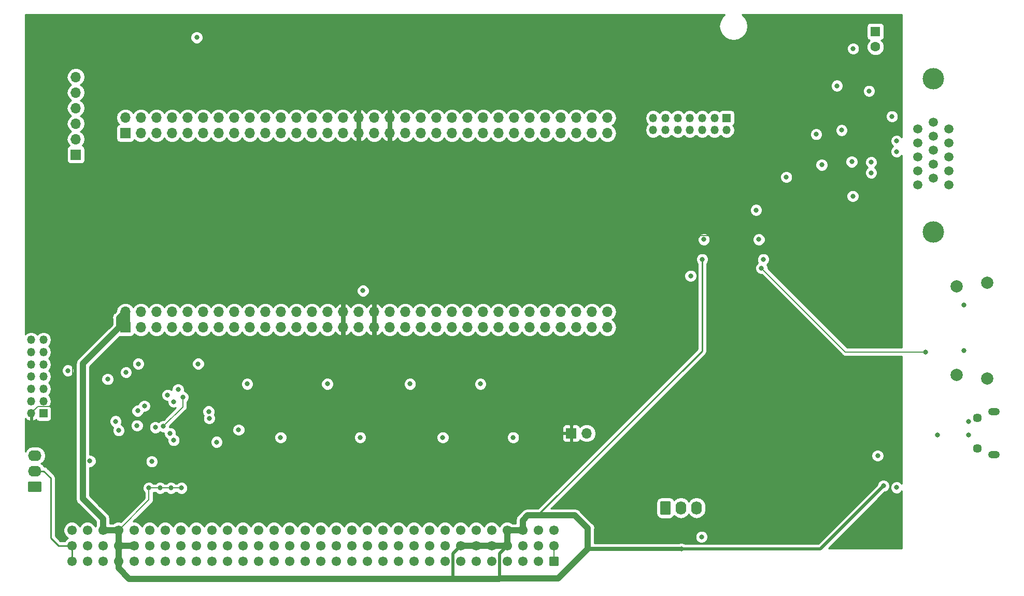
<source format=gbr>
G04 #@! TF.GenerationSoftware,KiCad,Pcbnew,5.0.2+dfsg1-1~bpo9+1*
G04 #@! TF.CreationDate,2021-12-20T11:51:13+01:00*
G04 #@! TF.ProjectId,nubus-to-ztex,6e756275-732d-4746-9f2d-7a7465782e6b,rev?*
G04 #@! TF.SameCoordinates,Original*
G04 #@! TF.FileFunction,Copper,L3,Inr*
G04 #@! TF.FilePolarity,Positive*
%FSLAX46Y46*%
G04 Gerber Fmt 4.6, Leading zero omitted, Abs format (unit mm)*
G04 Created by KiCad (PCBNEW 5.0.2+dfsg1-1~bpo9+1) date Mon Dec 20 11:51:13 2021*
%MOMM*%
%LPD*%
G01*
G04 APERTURE LIST*
G04 #@! TA.AperFunction,Conductor*
%ADD10C,0.100000*%
G04 #@! TD*
G04 #@! TA.AperFunction,ViaPad*
%ADD11C,1.740000*%
G04 #@! TD*
G04 #@! TA.AperFunction,ViaPad*
%ADD12O,2.200000X1.740000*%
G04 #@! TD*
G04 #@! TA.AperFunction,ViaPad*
%ADD13C,1.450000*%
G04 #@! TD*
G04 #@! TA.AperFunction,ViaPad*
%ADD14O,1.900000X1.200000*%
G04 #@! TD*
G04 #@! TA.AperFunction,ViaPad*
%ADD15R,1.700000X1.700000*%
G04 #@! TD*
G04 #@! TA.AperFunction,ViaPad*
%ADD16O,1.700000X1.700000*%
G04 #@! TD*
G04 #@! TA.AperFunction,ViaPad*
%ADD17R,1.350000X1.350000*%
G04 #@! TD*
G04 #@! TA.AperFunction,ViaPad*
%ADD18O,1.350000X1.350000*%
G04 #@! TD*
G04 #@! TA.AperFunction,ViaPad*
%ADD19O,1.740000X2.200000*%
G04 #@! TD*
G04 #@! TA.AperFunction,ViaPad*
%ADD20C,2.000000*%
G04 #@! TD*
G04 #@! TA.AperFunction,ViaPad*
%ADD21C,1.500000*%
G04 #@! TD*
G04 #@! TA.AperFunction,ViaPad*
%ADD22C,3.500000*%
G04 #@! TD*
G04 #@! TA.AperFunction,ViaPad*
%ADD23R,1.600000X1.600000*%
G04 #@! TD*
G04 #@! TA.AperFunction,ViaPad*
%ADD24C,1.600000*%
G04 #@! TD*
G04 #@! TA.AperFunction,ViaPad*
%ADD25C,1.550000*%
G04 #@! TD*
G04 #@! TA.AperFunction,ViaPad*
%ADD26C,0.800000*%
G04 #@! TD*
G04 #@! TA.AperFunction,Conductor*
%ADD27C,0.800000*%
G04 #@! TD*
G04 #@! TA.AperFunction,Conductor*
%ADD28C,0.152400*%
G04 #@! TD*
G04 #@! TA.AperFunction,Conductor*
%ADD29C,0.250000*%
G04 #@! TD*
G04 #@! TA.AperFunction,Conductor*
%ADD30C,1.000000*%
G04 #@! TD*
G04 #@! TA.AperFunction,Conductor*
%ADD31C,0.500000*%
G04 #@! TD*
G04 #@! TA.AperFunction,Conductor*
%ADD32C,0.650000*%
G04 #@! TD*
G04 #@! TA.AperFunction,Conductor*
%ADD33C,1.500000*%
G04 #@! TD*
G04 #@! TA.AperFunction,Conductor*
%ADD34C,0.254000*%
G04 #@! TD*
G04 APERTURE END LIST*
D10*
G04 #@! TO.N,GND*
G04 #@! TO.C,J10*
G36*
X116074505Y-86931204D02*
X116098773Y-86934804D01*
X116122572Y-86940765D01*
X116145671Y-86949030D01*
X116167850Y-86959520D01*
X116188893Y-86972132D01*
X116208599Y-86986747D01*
X116226777Y-87003223D01*
X116243253Y-87021401D01*
X116257868Y-87041107D01*
X116270480Y-87062150D01*
X116280970Y-87084329D01*
X116289235Y-87107428D01*
X116295196Y-87131227D01*
X116298796Y-87155495D01*
X116300000Y-87179999D01*
X116300000Y-88420001D01*
X116298796Y-88444505D01*
X116295196Y-88468773D01*
X116289235Y-88492572D01*
X116280970Y-88515671D01*
X116270480Y-88537850D01*
X116257868Y-88558893D01*
X116243253Y-88578599D01*
X116226777Y-88596777D01*
X116208599Y-88613253D01*
X116188893Y-88627868D01*
X116167850Y-88640480D01*
X116145671Y-88650970D01*
X116122572Y-88659235D01*
X116098773Y-88665196D01*
X116074505Y-88668796D01*
X116050001Y-88670000D01*
X114349999Y-88670000D01*
X114325495Y-88668796D01*
X114301227Y-88665196D01*
X114277428Y-88659235D01*
X114254329Y-88650970D01*
X114232150Y-88640480D01*
X114211107Y-88627868D01*
X114191401Y-88613253D01*
X114173223Y-88596777D01*
X114156747Y-88578599D01*
X114142132Y-88558893D01*
X114129520Y-88537850D01*
X114119030Y-88515671D01*
X114110765Y-88492572D01*
X114104804Y-88468773D01*
X114101204Y-88444505D01*
X114100000Y-88420001D01*
X114100000Y-87179999D01*
X114101204Y-87155495D01*
X114104804Y-87131227D01*
X114110765Y-87107428D01*
X114119030Y-87084329D01*
X114129520Y-87062150D01*
X114142132Y-87041107D01*
X114156747Y-87021401D01*
X114173223Y-87003223D01*
X114191401Y-86986747D01*
X114211107Y-86972132D01*
X114232150Y-86959520D01*
X114254329Y-86949030D01*
X114277428Y-86940765D01*
X114301227Y-86934804D01*
X114325495Y-86931204D01*
X114349999Y-86930000D01*
X116050001Y-86930000D01*
X116074505Y-86931204D01*
X116074505Y-86931204D01*
G37*
D11*
X115200000Y-87800000D03*
D12*
G04 #@! TO.N,+12V*
X115200000Y-85260000D03*
G04 #@! TO.N,GND*
X115200000Y-82720000D03*
G04 #@! TD*
D13*
G04 #@! TO.N,SHIELD*
G04 #@! TO.C,J6*
X269197500Y-81570000D03*
X269197500Y-76570000D03*
D14*
X271897500Y-82570000D03*
X271897500Y-75570000D03*
G04 #@! TD*
D15*
G04 #@! TO.N,+3V3*
G04 #@! TO.C,J9*
X202830000Y-79080000D03*
D16*
G04 #@! TO.N,GND*
X205370000Y-79080000D03*
G04 #@! TD*
D17*
G04 #@! TO.N,GND*
G04 #@! TO.C,J8*
X116600000Y-75800000D03*
D18*
G04 #@! TO.N,+3V3*
X114600000Y-75800000D03*
G04 #@! TO.N,GND*
X116600000Y-73800000D03*
G04 #@! TO.N,CPLD_JTAG_TMS*
X114600000Y-73800000D03*
G04 #@! TO.N,GND*
X116600000Y-71800000D03*
G04 #@! TO.N,CPLD_JTAG_TCK*
X114600000Y-71800000D03*
G04 #@! TO.N,GND*
X116600000Y-69800000D03*
G04 #@! TO.N,CPLD_JTAG_TDO*
X114600000Y-69800000D03*
G04 #@! TO.N,GND*
X116600000Y-67800000D03*
G04 #@! TO.N,CPLD_JTAG_TDI*
X114600000Y-67800000D03*
G04 #@! TO.N,GND*
X116600000Y-65800000D03*
G04 #@! TO.N,Net-(J8-Pad12)*
X114600000Y-65800000D03*
G04 #@! TO.N,GND*
X116600000Y-63800000D03*
G04 #@! TO.N,Net-(J8-Pad14)*
X114600000Y-63800000D03*
G04 #@! TD*
D10*
G04 #@! TO.N,GND*
G04 #@! TO.C,J7*
G36*
X218884505Y-90171204D02*
X218908773Y-90174804D01*
X218932572Y-90180765D01*
X218955671Y-90189030D01*
X218977850Y-90199520D01*
X218998893Y-90212132D01*
X219018599Y-90226747D01*
X219036777Y-90243223D01*
X219053253Y-90261401D01*
X219067868Y-90281107D01*
X219080480Y-90302150D01*
X219090970Y-90324329D01*
X219099235Y-90347428D01*
X219105196Y-90371227D01*
X219108796Y-90395495D01*
X219110000Y-90419999D01*
X219110000Y-92120001D01*
X219108796Y-92144505D01*
X219105196Y-92168773D01*
X219099235Y-92192572D01*
X219090970Y-92215671D01*
X219080480Y-92237850D01*
X219067868Y-92258893D01*
X219053253Y-92278599D01*
X219036777Y-92296777D01*
X219018599Y-92313253D01*
X218998893Y-92327868D01*
X218977850Y-92340480D01*
X218955671Y-92350970D01*
X218932572Y-92359235D01*
X218908773Y-92365196D01*
X218884505Y-92368796D01*
X218860001Y-92370000D01*
X217619999Y-92370000D01*
X217595495Y-92368796D01*
X217571227Y-92365196D01*
X217547428Y-92359235D01*
X217524329Y-92350970D01*
X217502150Y-92340480D01*
X217481107Y-92327868D01*
X217461401Y-92313253D01*
X217443223Y-92296777D01*
X217426747Y-92278599D01*
X217412132Y-92258893D01*
X217399520Y-92237850D01*
X217389030Y-92215671D01*
X217380765Y-92192572D01*
X217374804Y-92168773D01*
X217371204Y-92144505D01*
X217370000Y-92120001D01*
X217370000Y-90419999D01*
X217371204Y-90395495D01*
X217374804Y-90371227D01*
X217380765Y-90347428D01*
X217389030Y-90324329D01*
X217399520Y-90302150D01*
X217412132Y-90281107D01*
X217426747Y-90261401D01*
X217443223Y-90243223D01*
X217461401Y-90226747D01*
X217481107Y-90212132D01*
X217502150Y-90199520D01*
X217524329Y-90189030D01*
X217547428Y-90180765D01*
X217571227Y-90174804D01*
X217595495Y-90171204D01*
X217619999Y-90170000D01*
X218860001Y-90170000D01*
X218884505Y-90171204D01*
X218884505Y-90171204D01*
G37*
D11*
X218240000Y-91270000D03*
D19*
G04 #@! TO.N,+5V*
X220780000Y-91270000D03*
G04 #@! TO.N,GND*
X223320000Y-91270000D03*
G04 #@! TD*
D15*
G04 #@! TO.N,Net-(JCD1-Pad1)*
G04 #@! TO.C,JCD1*
X130000000Y-30000000D03*
D16*
G04 #@! TO.N,Net-(JCD1-Pad2)*
X130000000Y-27460000D03*
G04 #@! TO.N,GND*
X132540000Y-30000000D03*
X132540000Y-27460000D03*
G04 #@! TO.N,/B2B/RX*
X135080000Y-30000000D03*
G04 #@! TO.N,/B2B/TX*
X135080000Y-27460000D03*
G04 #@! TO.N,~ID3_3V3*
X137620000Y-30000000D03*
G04 #@! TO.N,~ID2_3V3*
X137620000Y-27460000D03*
G04 #@! TO.N,~ID0_3V3*
X140160000Y-30000000D03*
G04 #@! TO.N,~ID1_3V3*
X140160000Y-27460000D03*
G04 #@! TO.N,tmoen*
X142700000Y-30000000D03*
G04 #@! TO.N,LED0*
X142700000Y-27460000D03*
G04 #@! TO.N,HDMI_HPD_A*
X145240000Y-30000000D03*
G04 #@! TO.N,LED1*
X145240000Y-27460000D03*
G04 #@! TO.N,HDMI_SDA_A*
X147780000Y-30000000D03*
G04 #@! TO.N,LED2*
X147780000Y-27460000D03*
G04 #@! TO.N,HDMI_SCL_A*
X150320000Y-30000000D03*
G04 #@! TO.N,LED3*
X150320000Y-27460000D03*
G04 #@! TO.N,HDMI_CEC_A*
X152860000Y-30000000D03*
G04 #@! TO.N,FPGA_VGA_HS*
X152860000Y-27460000D03*
G04 #@! TO.N,HDMI_CLK+*
X155400000Y-30000000D03*
G04 #@! TO.N,FPGA_VGA_VS*
X155400000Y-27460000D03*
G04 #@! TO.N,HDMI_CLK-*
X157940000Y-30000000D03*
G04 #@! TO.N,HDMI_D0-*
X157940000Y-27460000D03*
G04 #@! TO.N,HDMI_D1-*
X160480000Y-30000000D03*
G04 #@! TO.N,HDMI_D0+*
X160480000Y-27460000D03*
G04 #@! TO.N,HDMI_D1+*
X163020000Y-30000000D03*
G04 #@! TO.N,HDMI_D2-*
X163020000Y-27460000D03*
G04 #@! TO.N,FPGA_VGA_CLK*
X165560000Y-30000000D03*
G04 #@! TO.N,HDMI_D2+*
X165560000Y-27460000D03*
G04 #@! TO.N,+3V3*
X168100000Y-30000000D03*
X168100000Y-27460000D03*
G04 #@! TO.N,GND*
X170640000Y-30000000D03*
X170640000Y-27460000D03*
G04 #@! TO.N,+3V3*
X173180000Y-30000000D03*
X173180000Y-27460000D03*
G04 #@! TO.N,FPGA_B7*
X175720000Y-30000000D03*
G04 #@! TO.N,FPGA_R0*
X175720000Y-27460000D03*
G04 #@! TO.N,FPGA_B6*
X178260000Y-30000000D03*
G04 #@! TO.N,FPGA_R1*
X178260000Y-27460000D03*
G04 #@! TO.N,FPGA_B5*
X180800000Y-30000000D03*
G04 #@! TO.N,FPGA_R2*
X180800000Y-27460000D03*
G04 #@! TO.N,FPGA_B4*
X183340000Y-30000000D03*
G04 #@! TO.N,FPGA_R3*
X183340000Y-27460000D03*
G04 #@! TO.N,FPGA_B3*
X185880000Y-30000000D03*
G04 #@! TO.N,FPGA_R4*
X185880000Y-27460000D03*
G04 #@! TO.N,FPGA_B2*
X188420000Y-30000000D03*
G04 #@! TO.N,FPGA_R5*
X188420000Y-27460000D03*
G04 #@! TO.N,FPGA_B1*
X190960000Y-30000000D03*
G04 #@! TO.N,FPGA_R6*
X190960000Y-27460000D03*
G04 #@! TO.N,FPGA_B0*
X193500000Y-30000000D03*
G04 #@! TO.N,FPGA_R7*
X193500000Y-27460000D03*
G04 #@! TO.N,FPGA_G7*
X196040000Y-30000000D03*
G04 #@! TO.N,FPGA_G0*
X196040000Y-27460000D03*
G04 #@! TO.N,FPGA_G6*
X198580000Y-30000000D03*
G04 #@! TO.N,FPGA_G1*
X198580000Y-27460000D03*
G04 #@! TO.N,FPGA_G5*
X201120000Y-30000000D03*
G04 #@! TO.N,FPGA_G2*
X201120000Y-27460000D03*
G04 #@! TO.N,FPGA_G4*
X203660000Y-30000000D03*
G04 #@! TO.N,FPGA_G3*
X203660000Y-27460000D03*
G04 #@! TO.N,FPGA_JTAG_TDO*
X206200000Y-30000000D03*
G04 #@! TO.N,FPGA_JTAG_TMS*
X206200000Y-27460000D03*
G04 #@! TO.N,GND*
X208740000Y-30000000D03*
X208740000Y-27460000D03*
G04 #@! TD*
D17*
G04 #@! TO.N,GND*
G04 #@! TO.C,J1*
X228230000Y-27500000D03*
D18*
G04 #@! TO.N,/B2B/JTAG_VIO*
X228230000Y-29500000D03*
G04 #@! TO.N,GND*
X226230000Y-27500000D03*
G04 #@! TO.N,FPGA_JTAG_TMS*
X226230000Y-29500000D03*
G04 #@! TO.N,GND*
X224230000Y-27500000D03*
G04 #@! TO.N,FPGA_JTAG_TCK*
X224230000Y-29500000D03*
G04 #@! TO.N,GND*
X222230000Y-27500000D03*
G04 #@! TO.N,FPGA_JTAG_TDO*
X222230000Y-29500000D03*
G04 #@! TO.N,GND*
X220230000Y-27500000D03*
G04 #@! TO.N,FPGA_JTAG_TDI*
X220230000Y-29500000D03*
G04 #@! TO.N,GND*
X218230000Y-27500000D03*
G04 #@! TO.N,Net-(J1-Pad12)*
X218230000Y-29500000D03*
G04 #@! TO.N,GND*
X216230000Y-27500000D03*
G04 #@! TO.N,Net-(J1-Pad14)*
X216230000Y-29500000D03*
G04 #@! TD*
D20*
G04 #@! TO.N,SHIELD*
G04 #@! TO.C,J5*
X270800000Y-70150000D03*
X270800000Y-54450000D03*
X265850000Y-69550000D03*
X265850000Y-55050000D03*
G04 #@! TD*
D21*
G04 #@! TO.N,Net-(J4-Pad15)*
G04 #@! TO.C,J4*
X264540000Y-38460000D03*
G04 #@! TO.N,/vga/VGA_VS*
X264540000Y-36170000D03*
G04 #@! TO.N,/vga/VGA_HS*
X264540000Y-33876000D03*
G04 #@! TO.N,Net-(J4-Pad12)*
X264540000Y-31590000D03*
G04 #@! TO.N,Net-(J4-Pad11)*
X264540000Y-29300000D03*
G04 #@! TO.N,GND*
X262000000Y-37320000D03*
G04 #@! TO.N,Net-(J4-Pad9)*
X262000000Y-35030000D03*
G04 #@! TO.N,GND*
X262000000Y-32740000D03*
X262000000Y-30450000D03*
X262000000Y-28160000D03*
X259460000Y-38460000D03*
G04 #@! TO.N,Net-(J4-Pad4)*
X259460000Y-36170000D03*
G04 #@! TO.N,/vga/VGA_B*
X259460000Y-33880000D03*
G04 #@! TO.N,/vga/VGA_G*
X259460000Y-31590000D03*
G04 #@! TO.N,/vga/VGA_R*
X259460000Y-29300000D03*
D22*
G04 #@! TO.N,SHIELD*
X262000000Y-21130000D03*
X262000000Y-46130000D03*
G04 #@! TD*
D23*
G04 #@! TO.N,SHIELD*
G04 #@! TO.C,C11*
X252540000Y-13380000D03*
D24*
G04 #@! TO.N,GND*
X252540000Y-15880000D03*
G04 #@! TD*
D10*
G04 #@! TO.N,-12V*
G04 #@! TO.C,J3*
G36*
X200549505Y-99226204D02*
X200573773Y-99229804D01*
X200597572Y-99235765D01*
X200620671Y-99244030D01*
X200642850Y-99254520D01*
X200663893Y-99267132D01*
X200683599Y-99281747D01*
X200701777Y-99298223D01*
X200718253Y-99316401D01*
X200732868Y-99336107D01*
X200745480Y-99357150D01*
X200755970Y-99379329D01*
X200764235Y-99402428D01*
X200770196Y-99426227D01*
X200773796Y-99450495D01*
X200775000Y-99474999D01*
X200775000Y-100525001D01*
X200773796Y-100549505D01*
X200770196Y-100573773D01*
X200764235Y-100597572D01*
X200755970Y-100620671D01*
X200745480Y-100642850D01*
X200732868Y-100663893D01*
X200718253Y-100683599D01*
X200701777Y-100701777D01*
X200683599Y-100718253D01*
X200663893Y-100732868D01*
X200642850Y-100745480D01*
X200620671Y-100755970D01*
X200597572Y-100764235D01*
X200573773Y-100770196D01*
X200549505Y-100773796D01*
X200525001Y-100775000D01*
X199474999Y-100775000D01*
X199450495Y-100773796D01*
X199426227Y-100770196D01*
X199402428Y-100764235D01*
X199379329Y-100755970D01*
X199357150Y-100745480D01*
X199336107Y-100732868D01*
X199316401Y-100718253D01*
X199298223Y-100701777D01*
X199281747Y-100683599D01*
X199267132Y-100663893D01*
X199254520Y-100642850D01*
X199244030Y-100620671D01*
X199235765Y-100597572D01*
X199229804Y-100573773D01*
X199226204Y-100549505D01*
X199225000Y-100525001D01*
X199225000Y-99474999D01*
X199226204Y-99450495D01*
X199229804Y-99426227D01*
X199235765Y-99402428D01*
X199244030Y-99379329D01*
X199254520Y-99357150D01*
X199267132Y-99336107D01*
X199281747Y-99316401D01*
X199298223Y-99298223D01*
X199316401Y-99281747D01*
X199336107Y-99267132D01*
X199357150Y-99254520D01*
X199379329Y-99244030D01*
X199402428Y-99235765D01*
X199426227Y-99229804D01*
X199450495Y-99226204D01*
X199474999Y-99225000D01*
X200525001Y-99225000D01*
X200549505Y-99226204D01*
X200549505Y-99226204D01*
G37*
D25*
X200000000Y-100000000D03*
G04 #@! TO.N,SB0_5V*
X197460000Y-100000000D03*
G04 #@! TO.N,~SPV_5V*
X194920000Y-100000000D03*
G04 #@! TO.N,~SP_5V*
X192380000Y-100000000D03*
G04 #@! TO.N,~TM1_5V*
X189840000Y-100000000D03*
G04 #@! TO.N,~AD1_5V*
X187300000Y-100000000D03*
G04 #@! TO.N,~AD3_5V*
X184760000Y-100000000D03*
G04 #@! TO.N,~AD5_5V*
X182220000Y-100000000D03*
G04 #@! TO.N,~AD7_5V*
X179680000Y-100000000D03*
G04 #@! TO.N,~AD9_5V*
X177140000Y-100000000D03*
G04 #@! TO.N,~AD11_5V*
X174600000Y-100000000D03*
G04 #@! TO.N,~AD13_5V*
X172060000Y-100000000D03*
G04 #@! TO.N,~AD15_5V*
X169520000Y-100000000D03*
G04 #@! TO.N,~AD17_5V*
X166980000Y-100000000D03*
G04 #@! TO.N,~AD19_5V*
X164440000Y-100000000D03*
G04 #@! TO.N,~AD21_5V*
X161900000Y-100000000D03*
G04 #@! TO.N,~AD23_5V*
X159360000Y-100000000D03*
G04 #@! TO.N,~AD25_5V*
X156820000Y-100000000D03*
G04 #@! TO.N,~AD27_5V*
X154280000Y-100000000D03*
G04 #@! TO.N,~AD29_5V*
X151740000Y-100000000D03*
G04 #@! TO.N,~AD31_5V*
X149200000Y-100000000D03*
G04 #@! TO.N,GND*
X146660000Y-100000000D03*
X144120000Y-100000000D03*
G04 #@! TO.N,~ARB1_5V*
X141580000Y-100000000D03*
G04 #@! TO.N,~ARB3_5V*
X139040000Y-100000000D03*
G04 #@! TO.N,~ID1_5V*
X136500000Y-100000000D03*
G04 #@! TO.N,~ID3_5V*
X133960000Y-100000000D03*
G04 #@! TO.N,~ACK_5V*
X131420000Y-100000000D03*
G04 #@! TO.N,+5V*
X128880000Y-100000000D03*
G04 #@! TO.N,~RQST_5V*
X126340000Y-100000000D03*
G04 #@! TO.N,~NMRQ_5V*
X123800000Y-100000000D03*
G04 #@! TO.N,+12V*
X121260000Y-100000000D03*
G04 #@! TO.N,-12V*
X200000000Y-97460000D03*
G04 #@! TO.N,GND*
X197460000Y-97460000D03*
X194920000Y-97460000D03*
G04 #@! TO.N,+5V*
X192380000Y-97460000D03*
X189840000Y-97460000D03*
X187300000Y-97460000D03*
X184760000Y-97460000D03*
G04 #@! TO.N,~TM2_5V*
X182220000Y-97460000D03*
G04 #@! TO.N,~CM0_5V*
X179680000Y-97460000D03*
G04 #@! TO.N,~CM1_5V*
X177140000Y-97460000D03*
G04 #@! TO.N,~CM2_5V*
X174600000Y-97460000D03*
G04 #@! TO.N,GND*
X172060000Y-97460000D03*
X169520000Y-97460000D03*
X166980000Y-97460000D03*
X164440000Y-97460000D03*
X161900000Y-97460000D03*
X159360000Y-97460000D03*
X156820000Y-97460000D03*
X154280000Y-97460000D03*
X151740000Y-97460000D03*
X149200000Y-97460000D03*
X146660000Y-97460000D03*
X144120000Y-97460000D03*
G04 #@! TO.N,~CLK2X_5V*
X141580000Y-97460000D03*
G04 #@! TO.N,STDBYPWR*
X139040000Y-97460000D03*
G04 #@! TO.N,~CLK2XEN_5V*
X136500000Y-97460000D03*
G04 #@! TO.N,~CBUSY_5V*
X133960000Y-97460000D03*
G04 #@! TO.N,+5V*
X131420000Y-97460000D03*
X128880000Y-97460000D03*
G04 #@! TO.N,GND*
X126340000Y-97460000D03*
X123800000Y-97460000D03*
G04 #@! TO.N,+12V*
X121260000Y-97460000D03*
G04 #@! TO.N,~RESET_5V*
X200000000Y-94920000D03*
G04 #@! TO.N,SB1_5V*
X197460000Y-94920000D03*
G04 #@! TO.N,+5V*
X194920000Y-94920000D03*
X192380000Y-94920000D03*
G04 #@! TO.N,~TM0_5V*
X189840000Y-94920000D03*
G04 #@! TO.N,~AD0_5V*
X187300000Y-94920000D03*
G04 #@! TO.N,~AD2_5V*
X184760000Y-94920000D03*
G04 #@! TO.N,~AD4_5V*
X182220000Y-94920000D03*
G04 #@! TO.N,~AD6_5V*
X179680000Y-94920000D03*
G04 #@! TO.N,~AD8_5V*
X177140000Y-94920000D03*
G04 #@! TO.N,~AD10_5V*
X174600000Y-94920000D03*
G04 #@! TO.N,~AD12_5V*
X172060000Y-94920000D03*
G04 #@! TO.N,~AD14_5V*
X169520000Y-94920000D03*
G04 #@! TO.N,~AD16_5V*
X166980000Y-94920000D03*
G04 #@! TO.N,~AD18_5V*
X164440000Y-94920000D03*
G04 #@! TO.N,~AD20_5V*
X161900000Y-94920000D03*
G04 #@! TO.N,~AD22_5V*
X159360000Y-94920000D03*
G04 #@! TO.N,~AD24_5V*
X156820000Y-94920000D03*
G04 #@! TO.N,~AD26_5V*
X154280000Y-94920000D03*
G04 #@! TO.N,~AD28_5V*
X151740000Y-94920000D03*
G04 #@! TO.N,~AD30_5V*
X149200000Y-94920000D03*
G04 #@! TO.N,GND*
X146660000Y-94920000D03*
G04 #@! TO.N,~PFW_5V*
X144120000Y-94920000D03*
G04 #@! TO.N,~ARB0_5V*
X141580000Y-94920000D03*
G04 #@! TO.N,~ARB2_5V*
X139040000Y-94920000D03*
G04 #@! TO.N,~ID0_5V*
X136500000Y-94920000D03*
G04 #@! TO.N,~ID2_5V*
X133960000Y-94920000D03*
G04 #@! TO.N,~START_5V*
X131420000Y-94920000D03*
G04 #@! TO.N,+5V*
X128880000Y-94920000D03*
X126340000Y-94920000D03*
G04 #@! TO.N,GND*
X123800000Y-94920000D03*
G04 #@! TO.N,~CLK_5V*
X121260000Y-94920000D03*
G04 #@! TD*
D16*
G04 #@! TO.N,Net-(J2-Pad6)*
G04 #@! TO.C,J2*
X121900000Y-20800000D03*
G04 #@! TO.N,/B2B/TX*
X121900000Y-23340000D03*
G04 #@! TO.N,/B2B/RX*
X121900000Y-25880000D03*
G04 #@! TO.N,Net-(J2-Pad3)*
X121900000Y-28420000D03*
G04 #@! TO.N,Net-(J2-Pad2)*
X121900000Y-30960000D03*
D15*
G04 #@! TO.N,GND*
X121900000Y-33500000D03*
G04 #@! TD*
D16*
G04 #@! TO.N,GND*
G04 #@! TO.C,JAB1*
X208740000Y-59210000D03*
G04 #@! TO.N,/B2B/JTAG_VIO*
X208740000Y-61750000D03*
G04 #@! TO.N,FPGA_JTAG_TCK*
X206200000Y-59210000D03*
G04 #@! TO.N,FPGA_JTAG_TDI*
X206200000Y-61750000D03*
G04 #@! TO.N,USBH0_D-*
X203660000Y-59210000D03*
G04 #@! TO.N,USBH0_D+*
X203660000Y-61750000D03*
G04 #@! TO.N,~AD0_3V3*
X201120000Y-59210000D03*
G04 #@! TO.N,~AD1_3V3*
X201120000Y-61750000D03*
G04 #@! TO.N,~AD2_3V3*
X198580000Y-59210000D03*
G04 #@! TO.N,~AD3_3V3*
X198580000Y-61750000D03*
G04 #@! TO.N,~AD4_3V3*
X196040000Y-59210000D03*
G04 #@! TO.N,~AD5_3V3*
X196040000Y-61750000D03*
G04 #@! TO.N,~AD6_3V3*
X193500000Y-59210000D03*
G04 #@! TO.N,~AD7_3V3*
X193500000Y-61750000D03*
G04 #@! TO.N,~AD8_3V3*
X190960000Y-59210000D03*
G04 #@! TO.N,~AD9_3V3*
X190960000Y-61750000D03*
G04 #@! TO.N,~AD10_3V3*
X188420000Y-59210000D03*
G04 #@! TO.N,~AD11_3V3*
X188420000Y-61750000D03*
G04 #@! TO.N,~AD12_3V3*
X185880000Y-59210000D03*
G04 #@! TO.N,~AD13_3V3*
X185880000Y-61750000D03*
G04 #@! TO.N,~AD14_3V3*
X183340000Y-59210000D03*
G04 #@! TO.N,~AD15_3V3*
X183340000Y-61750000D03*
G04 #@! TO.N,~AD16_3V3*
X180800000Y-59210000D03*
G04 #@! TO.N,~AD17_3V3*
X180800000Y-61750000D03*
G04 #@! TO.N,~AD18_3V3*
X178260000Y-59210000D03*
G04 #@! TO.N,~AD19_3V3*
X178260000Y-61750000D03*
G04 #@! TO.N,~AD20_3V3*
X175720000Y-59210000D03*
G04 #@! TO.N,~AD21_3V3*
X175720000Y-61750000D03*
G04 #@! TO.N,~AD22_3V3*
X173180000Y-59210000D03*
G04 #@! TO.N,~AD23_3V3*
X173180000Y-61750000D03*
G04 #@! TO.N,+3V3*
X170640000Y-59210000D03*
X170640000Y-61750000D03*
G04 #@! TO.N,GND*
X168100000Y-59210000D03*
X168100000Y-61750000D03*
G04 #@! TO.N,+3V3*
X165560000Y-59210000D03*
X165560000Y-61750000D03*
G04 #@! TO.N,~AD24_3V3*
X163020000Y-59210000D03*
G04 #@! TO.N,NUBUS_OE*
X163020000Y-61750000D03*
G04 #@! TO.N,~AD26_3V3*
X160480000Y-59210000D03*
G04 #@! TO.N,~AD25_3V3*
X160480000Y-61750000D03*
G04 #@! TO.N,~AD28_3V3*
X157940000Y-59210000D03*
G04 #@! TO.N,~AD27_3V3*
X157940000Y-61750000D03*
G04 #@! TO.N,~AD30_3V3*
X155400000Y-59210000D03*
G04 #@! TO.N,~AD29_3V3*
X155400000Y-61750000D03*
G04 #@! TO.N,~CLK_3V3*
X152860000Y-59210000D03*
G04 #@! TO.N,~AD31_3V3*
X152860000Y-61750000D03*
G04 #@! TO.N,NUBUS_AD_DIR*
X150320000Y-59210000D03*
G04 #@! TO.N,~RESET_3V3*
X150320000Y-61750000D03*
G04 #@! TO.N,fpga_to_cpld_signal_2*
X147780000Y-59210000D03*
G04 #@! TO.N,NUBUS_MASTER_DIR*
X147780000Y-61750000D03*
G04 #@! TO.N,fpga_to_cpld_clk*
X145240000Y-59210000D03*
G04 #@! TO.N,fpga_to_cpld_signal*
X145240000Y-61750000D03*
G04 #@! TO.N,ARB*
X142700000Y-59210000D03*
G04 #@! TO.N,GRANT*
X142700000Y-61750000D03*
G04 #@! TO.N,~ACK_3V3*
X140160000Y-59210000D03*
G04 #@! TO.N,~START_3V3*
X140160000Y-61750000D03*
G04 #@! TO.N,~TM1_3V3*
X137620000Y-59210000D03*
G04 #@! TO.N,~TM0_3V3*
X137620000Y-61750000D03*
G04 #@! TO.N,~NMRQ_3V3*
X135080000Y-59210000D03*
G04 #@! TO.N,~RQST_3V3*
X135080000Y-61750000D03*
G04 #@! TO.N,GND*
X132540000Y-59210000D03*
X132540000Y-61750000D03*
G04 #@! TO.N,+5V*
X130000000Y-59210000D03*
D15*
X130000000Y-61750000D03*
G04 #@! TD*
D26*
G04 #@! TO.N,GND*
X255250000Y-27250000D03*
X234220000Y-50625000D03*
X233500000Y-47375000D03*
X256010000Y-87920000D03*
X243770000Y-35180000D03*
X267000000Y-58050000D03*
X262640000Y-79355000D03*
X252900000Y-82730000D03*
X222350000Y-53330000D03*
X267000000Y-65550000D03*
X141650000Y-14352500D03*
X233040000Y-42562500D03*
X224510000Y-47375000D03*
X242870000Y-30170000D03*
X141900000Y-67700000D03*
X224140000Y-96000000D03*
X143700000Y-76600000D03*
X144900000Y-80500000D03*
X138600000Y-71900000D03*
X168820000Y-55760000D03*
X168357500Y-79750000D03*
X155357500Y-79750000D03*
X181857500Y-79750000D03*
X193357500Y-79750000D03*
X163000000Y-71000000D03*
X188000000Y-71000000D03*
X176500000Y-71000000D03*
X149900000Y-71000000D03*
X134300000Y-83680000D03*
X127100000Y-70212500D03*
X128400000Y-77100000D03*
X120600000Y-68800000D03*
X256000000Y-33000000D03*
X256000000Y-31250000D03*
X248670000Y-34670001D03*
X247020000Y-29510000D03*
X246250000Y-22250000D03*
X248890000Y-16170000D03*
X267730000Y-79355000D03*
X267720000Y-77180000D03*
X251500000Y-23100000D03*
X248840000Y-40287500D03*
X237972500Y-37170000D03*
G04 #@! TO.N,+3V3*
X246800000Y-26300000D03*
X186750000Y-73687500D03*
X175300000Y-73700000D03*
X148750000Y-73687500D03*
X161750000Y-73687500D03*
X129050000Y-73000000D03*
X235550000Y-44137500D03*
X139500000Y-66400000D03*
X223550000Y-46725000D03*
X147000000Y-77812500D03*
X125012500Y-74400000D03*
X127000000Y-66900000D03*
X226080000Y-52500000D03*
X252000000Y-31250000D03*
X252000000Y-33000000D03*
X256000000Y-29500000D03*
X256000000Y-22250000D03*
X241210000Y-35980000D03*
G04 #@! TO.N,+5V*
X253850000Y-87660000D03*
X224230000Y-50622500D03*
X137447842Y-88000000D03*
X135647842Y-88000000D03*
X133847842Y-88000000D03*
X139171568Y-88014972D03*
X220840000Y-97970000D03*
G04 #@! TO.N,~RESET_5V*
X143600000Y-75500000D03*
G04 #@! TO.N,~TM1_5V*
X132000000Y-75400000D03*
G04 #@! TO.N,~NMRQ_5V*
X124200000Y-83600000D03*
G04 #@! TO.N,~TM0_5V*
X133100000Y-74600000D03*
G04 #@! TO.N,~START_3V3*
X131900000Y-77800000D03*
G04 #@! TO.N,~ACK_3V3*
X128900000Y-78600000D03*
G04 #@! TO.N,~TM0_3V3*
X132100000Y-67700000D03*
G04 #@! TO.N,~TM1_3V3*
X130100000Y-69100000D03*
G04 #@! TO.N,FPGA_VGA_HS*
X251850000Y-34730000D03*
G04 #@! TO.N,FPGA_VGA_VS*
X251850000Y-36460000D03*
G04 #@! TO.N,HDMI_5V*
X233920000Y-52070000D03*
X260760000Y-65782500D03*
G04 #@! TO.N,NUBUS_AD_DIR*
X148500000Y-78500000D03*
G04 #@! TO.N,CPLD_JTAG_TDI*
X134900000Y-78100000D03*
G04 #@! TO.N,CPLD_JTAG_TDO*
X136200000Y-77933333D03*
X139400000Y-73150000D03*
G04 #@! TO.N,CPLD_JTAG_TMS*
X137900000Y-80200000D03*
G04 #@! TO.N,CPLD_JTAG_TCK*
X137300000Y-79066666D03*
G04 #@! TO.N,fpga_to_cpld_signal_2*
X137900000Y-73899999D03*
G04 #@! TO.N,fpga_to_cpld_signal*
X136900000Y-72800000D03*
G04 #@! TD*
D27*
G04 #@! TO.N,+3V3*
X168100000Y-27460000D02*
X168100000Y-30000000D01*
D28*
X226080000Y-52500000D02*
X226479999Y-52100001D01*
X226479999Y-52100001D02*
X226479999Y-48470001D01*
X226479999Y-48470001D02*
X228225000Y-46725000D01*
X139500000Y-66400000D02*
X165460000Y-66400000D01*
X165460000Y-66400000D02*
X165560000Y-66500000D01*
X166000000Y-64500000D02*
X165560000Y-64060000D01*
X223150001Y-47124999D02*
X170764999Y-47124999D01*
D27*
X170640000Y-59210000D02*
X170640000Y-47000000D01*
X165560000Y-67000000D02*
X165560000Y-72250000D01*
X165560000Y-72250000D02*
X165560000Y-73750000D01*
X165560000Y-73750000D02*
X165560000Y-75510000D01*
D28*
X147000000Y-77812500D02*
X147000000Y-75437500D01*
X129050000Y-73000000D02*
X126412500Y-73000000D01*
X126412500Y-73000000D02*
X125012500Y-74400000D01*
X223550000Y-46725000D02*
X223150001Y-47124999D01*
D27*
X170640000Y-47000000D02*
X170640000Y-42360000D01*
D28*
X170764999Y-47124999D02*
X170640000Y-47000000D01*
D27*
X170640000Y-59210000D02*
X170640000Y-60412081D01*
X165560000Y-59210000D02*
X165560000Y-61750000D01*
X173180000Y-27460000D02*
X173180000Y-30000000D01*
X165560000Y-67000000D02*
X165560000Y-66500000D01*
X165560000Y-61750000D02*
X165560000Y-66500000D01*
D28*
X166000000Y-64500000D02*
X170000000Y-64500000D01*
D27*
X170640000Y-63860000D02*
X170640000Y-61750000D01*
D28*
X147000000Y-75437500D02*
X148750000Y-73687500D01*
X148750000Y-73687500D02*
X160250000Y-73687500D01*
X129050000Y-73000000D02*
X132900000Y-73000000D01*
X132900000Y-73000000D02*
X139500000Y-66400000D01*
D27*
X170640000Y-60412081D02*
X170640000Y-61750000D01*
X170640000Y-42360000D02*
X173180000Y-39820000D01*
X173180000Y-39820000D02*
X173180000Y-30000000D01*
D28*
X165560000Y-75510000D02*
X165600000Y-75550000D01*
X172200000Y-24700000D02*
X173180000Y-25680000D01*
D27*
X173180000Y-25680000D02*
X173180000Y-27460000D01*
D28*
X175300000Y-73700000D02*
X165610000Y-73700000D01*
X165610000Y-73700000D02*
X165560000Y-73750000D01*
X186750000Y-73687500D02*
X175312500Y-73687500D01*
X228225000Y-46725000D02*
X230812500Y-44137500D01*
X230812500Y-44137500D02*
X235550000Y-44137500D01*
X223550000Y-46725000D02*
X228225000Y-46725000D01*
X175312500Y-73687500D02*
X175300000Y-73700000D01*
X161750000Y-73687500D02*
X165497500Y-73687500D01*
X165497500Y-73687500D02*
X165560000Y-73750000D01*
X129050000Y-73000000D02*
X129050000Y-68950000D01*
X129050000Y-68950000D02*
X127000000Y-66900000D01*
X170000000Y-64500000D02*
X170640000Y-63860000D01*
X169000000Y-24700000D02*
X172200000Y-24700000D01*
X168100000Y-25600000D02*
X169000000Y-24700000D01*
D27*
X168100000Y-27460000D02*
X168100000Y-25600000D01*
D28*
X160250000Y-73687500D02*
X161750000Y-73687500D01*
X186750000Y-73687500D02*
X199687500Y-73687500D01*
D29*
X202830000Y-76830000D02*
X202830000Y-79080000D01*
D28*
X199687500Y-73687500D02*
X202830000Y-76830000D01*
X252000000Y-33000000D02*
X252000000Y-31250000D01*
X253750000Y-29500000D02*
X252000000Y-31250000D01*
X256000000Y-29500000D02*
X253750000Y-29500000D01*
X256750000Y-28750000D02*
X256000000Y-29500000D01*
X256750000Y-23000000D02*
X256750000Y-28750000D01*
X256000000Y-22250000D02*
X256750000Y-23000000D01*
X251750000Y-31250000D02*
X252000000Y-31250000D01*
X246800000Y-26300000D02*
X251750000Y-31250000D01*
D27*
X168100000Y-30000000D02*
X168100000Y-32800000D01*
X165560000Y-59210000D02*
X165560000Y-55540000D01*
D28*
X120300000Y-74700000D02*
X117037330Y-74700000D01*
X121400000Y-73600000D02*
X120300000Y-74700000D01*
X117037330Y-74700000D02*
X117033729Y-74703601D01*
X168100000Y-32800000D02*
X155900000Y-45000000D01*
X155900000Y-45000000D02*
X129600000Y-45000000D01*
X117033729Y-74703601D02*
X115696399Y-74703601D01*
X129600000Y-45000000D02*
X121400000Y-53200000D01*
X115696399Y-74703601D02*
X114600000Y-75800000D01*
X121400000Y-53200000D02*
X121400000Y-73600000D01*
X241210000Y-38477500D02*
X241210000Y-35980000D01*
X235550000Y-44137500D02*
X241210000Y-38477500D01*
X244190000Y-33000000D02*
X241210000Y-35980000D01*
X252000000Y-33000000D02*
X244190000Y-33000000D01*
D30*
G04 #@! TO.N,+5V*
X128880000Y-97460000D02*
X128880000Y-100000000D01*
X128880000Y-94920000D02*
X128880000Y-97460000D01*
X189840000Y-97460000D02*
X192380000Y-97460000D01*
X187300000Y-97460000D02*
X189840000Y-97460000D01*
X183450000Y-102850000D02*
X131730000Y-102850000D01*
D31*
X184760000Y-97460000D02*
X183500000Y-98720000D01*
D30*
X187300000Y-97460000D02*
X184760000Y-97460000D01*
D31*
X192380000Y-97460000D02*
X191100000Y-98740000D01*
D30*
X192380000Y-94920000D02*
X192380000Y-97460000D01*
X194920000Y-94920000D02*
X192380000Y-94920000D01*
X126340000Y-94920000D02*
X128880000Y-94920000D01*
X130000000Y-61750000D02*
X128998000Y-61750000D01*
X128998000Y-61750000D02*
X123050000Y-67697600D01*
X123050000Y-67697600D02*
X123050000Y-86540000D01*
X128880000Y-97460000D02*
X131420000Y-97460000D01*
X205520000Y-97970000D02*
X200690000Y-102800000D01*
D29*
X224230000Y-50622500D02*
X224230000Y-65610000D01*
D28*
X123050000Y-67697600D02*
X123022400Y-67670000D01*
D32*
X123050000Y-67697600D02*
X123050000Y-67697600D01*
D28*
X136882157Y-88000000D02*
X135647842Y-88000000D01*
X137447842Y-88000000D02*
X136882157Y-88000000D01*
X135647842Y-88000000D02*
X133847842Y-88000000D01*
X133847842Y-89952158D02*
X128880000Y-94920000D01*
X133847842Y-88000000D02*
X133847842Y-89952158D01*
X137447842Y-88000000D02*
X139156596Y-88000000D01*
X139156596Y-88000000D02*
X139171568Y-88014972D01*
D32*
X220840000Y-97970000D02*
X205520000Y-97970000D01*
D30*
X205520000Y-97970000D02*
X205520000Y-94620000D01*
X203400000Y-92500000D02*
X197340000Y-92500000D01*
X205520000Y-94620000D02*
X203400000Y-92500000D01*
D29*
X224230000Y-65610000D02*
X197340000Y-92500000D01*
D31*
X243540000Y-97970000D02*
X253850000Y-87660000D01*
X220840000Y-97970000D02*
X243540000Y-97970000D01*
D30*
X194920000Y-94920000D02*
X194920000Y-93280000D01*
X195700000Y-92500000D02*
X197340000Y-92500000D01*
X194920000Y-93280000D02*
X195700000Y-92500000D01*
X126340000Y-94920000D02*
X126340000Y-93040000D01*
X126340000Y-93040000D02*
X124930000Y-91630000D01*
X123050000Y-89750000D02*
X124930000Y-91630000D01*
X123050000Y-86540000D02*
X123050000Y-89750000D01*
D33*
X130000000Y-60500000D02*
X130000000Y-59210000D01*
X130000000Y-61750000D02*
X130000000Y-60500000D01*
D30*
X128998000Y-60212000D02*
X130000000Y-59210000D01*
X128998000Y-61750000D02*
X128998000Y-60212000D01*
X130633985Y-102850000D02*
X131730000Y-102850000D01*
X128880000Y-101096015D02*
X130633985Y-102850000D01*
X128880000Y-100000000D02*
X128880000Y-101096015D01*
X183450000Y-102850000D02*
X191050000Y-102850000D01*
D31*
X183500000Y-98720000D02*
X183500000Y-102800000D01*
X191100000Y-98740000D02*
X191100000Y-102800000D01*
D30*
X191100000Y-102800000D02*
X200690000Y-102800000D01*
D28*
G04 #@! TO.N,-12V*
X200000000Y-99125000D02*
X200000000Y-97460000D01*
X200000000Y-100000000D02*
X200000000Y-99125000D01*
D29*
G04 #@! TO.N,+12V*
X121260000Y-97460000D02*
X121260000Y-100000000D01*
X121260000Y-97460000D02*
X119060000Y-97460000D01*
X119060000Y-97460000D02*
X117800000Y-96200000D01*
X117800000Y-96200000D02*
X117800000Y-86400000D01*
X116660000Y-85260000D02*
X115200000Y-85260000D01*
X117800000Y-86400000D02*
X116660000Y-85260000D01*
D28*
G04 #@! TO.N,~AD23_3V3*
X173212500Y-61782500D02*
X173180000Y-61750000D01*
G04 #@! TO.N,HDMI_5V*
X247632500Y-65782500D02*
X233920000Y-52070000D01*
X260760000Y-65782500D02*
X247632500Y-65782500D01*
G04 #@! TO.N,CPLD_JTAG_TDO*
X139400000Y-74733333D02*
X139400000Y-73150000D01*
X136200000Y-77933333D02*
X139400000Y-74733333D01*
G04 #@! TD*
D34*
G04 #@! TO.N,+3V3*
G36*
X227424765Y-11095766D02*
X227090262Y-11752265D01*
X226975000Y-12480000D01*
X227090262Y-13207735D01*
X227424765Y-13864234D01*
X227945766Y-14385235D01*
X228602265Y-14719738D01*
X229330000Y-14835000D01*
X230057735Y-14719738D01*
X230714234Y-14385235D01*
X231235235Y-13864234D01*
X231569738Y-13207735D01*
X231669161Y-12580000D01*
X251092560Y-12580000D01*
X251092560Y-14180000D01*
X251141843Y-14427765D01*
X251282191Y-14637809D01*
X251492235Y-14778157D01*
X251592503Y-14798101D01*
X251323466Y-15067138D01*
X251105000Y-15594561D01*
X251105000Y-16165439D01*
X251323466Y-16692862D01*
X251727138Y-17096534D01*
X252254561Y-17315000D01*
X252825439Y-17315000D01*
X253352862Y-17096534D01*
X253756534Y-16692862D01*
X253975000Y-16165439D01*
X253975000Y-15594561D01*
X253756534Y-15067138D01*
X253487497Y-14798101D01*
X253587765Y-14778157D01*
X253797809Y-14637809D01*
X253938157Y-14427765D01*
X253987440Y-14180000D01*
X253987440Y-12580000D01*
X253938157Y-12332235D01*
X253797809Y-12122191D01*
X253587765Y-11981843D01*
X253340000Y-11932560D01*
X251740000Y-11932560D01*
X251492235Y-11981843D01*
X251282191Y-12122191D01*
X251141843Y-12332235D01*
X251092560Y-12580000D01*
X231669161Y-12580000D01*
X231685000Y-12480000D01*
X231569738Y-11752265D01*
X231235235Y-11095766D01*
X230766469Y-10627000D01*
X256873000Y-10627000D01*
X256873000Y-30659289D01*
X256586280Y-30372569D01*
X256205874Y-30215000D01*
X255794126Y-30215000D01*
X255413720Y-30372569D01*
X255122569Y-30663720D01*
X254965000Y-31044126D01*
X254965000Y-31455874D01*
X255122569Y-31836280D01*
X255411289Y-32125000D01*
X255122569Y-32413720D01*
X254965000Y-32794126D01*
X254965000Y-33205874D01*
X255122569Y-33586280D01*
X255413720Y-33877431D01*
X255794126Y-34035000D01*
X256205874Y-34035000D01*
X256586280Y-33877431D01*
X256873000Y-33590711D01*
X256873000Y-65071300D01*
X247927089Y-65071300D01*
X234955000Y-52099212D01*
X234955000Y-51864126D01*
X234805342Y-51502819D01*
X234806280Y-51502431D01*
X235097431Y-51211280D01*
X235255000Y-50830874D01*
X235255000Y-50419126D01*
X235097431Y-50038720D01*
X234806280Y-49747569D01*
X234425874Y-49590000D01*
X234014126Y-49590000D01*
X233633720Y-49747569D01*
X233342569Y-50038720D01*
X233185000Y-50419126D01*
X233185000Y-50830874D01*
X233334658Y-51192181D01*
X233333720Y-51192569D01*
X233042569Y-51483720D01*
X232885000Y-51864126D01*
X232885000Y-52275874D01*
X233042569Y-52656280D01*
X233333720Y-52947431D01*
X233714126Y-53105000D01*
X233949212Y-53105000D01*
X247080078Y-66235867D01*
X247119754Y-66295246D01*
X247179133Y-66334922D01*
X247179135Y-66334924D01*
X247355002Y-66452435D01*
X247355003Y-66452435D01*
X247355004Y-66452436D01*
X247562454Y-66493700D01*
X247562457Y-66493700D01*
X247632499Y-66507632D01*
X247702541Y-66493700D01*
X256873000Y-66493700D01*
X256873000Y-87319289D01*
X256596280Y-87042569D01*
X256215874Y-86885000D01*
X255804126Y-86885000D01*
X255423720Y-87042569D01*
X255132569Y-87333720D01*
X254975000Y-87714126D01*
X254975000Y-88125874D01*
X255132569Y-88506280D01*
X255423720Y-88797431D01*
X255804126Y-88955000D01*
X256215874Y-88955000D01*
X256596280Y-88797431D01*
X256873000Y-88520711D01*
X256873000Y-97873000D01*
X244888578Y-97873000D01*
X254074148Y-88687430D01*
X254436280Y-88537431D01*
X254727431Y-88246280D01*
X254885000Y-87865874D01*
X254885000Y-87454126D01*
X254727431Y-87073720D01*
X254436280Y-86782569D01*
X254055874Y-86625000D01*
X253644126Y-86625000D01*
X253263720Y-86782569D01*
X252972569Y-87073720D01*
X252822570Y-87435852D01*
X243173422Y-97085000D01*
X221408007Y-97085000D01*
X221045874Y-96935000D01*
X220634126Y-96935000D01*
X220453060Y-97010000D01*
X206655000Y-97010000D01*
X206655000Y-95794126D01*
X223105000Y-95794126D01*
X223105000Y-96205874D01*
X223262569Y-96586280D01*
X223553720Y-96877431D01*
X223934126Y-97035000D01*
X224345874Y-97035000D01*
X224726280Y-96877431D01*
X225017431Y-96586280D01*
X225175000Y-96205874D01*
X225175000Y-95794126D01*
X225017431Y-95413720D01*
X224726280Y-95122569D01*
X224345874Y-94965000D01*
X223934126Y-94965000D01*
X223553720Y-95122569D01*
X223262569Y-95413720D01*
X223105000Y-95794126D01*
X206655000Y-95794126D01*
X206655000Y-94731783D01*
X206677235Y-94620000D01*
X206589146Y-94177145D01*
X206338289Y-93801711D01*
X206243521Y-93738389D01*
X204281613Y-91776482D01*
X204218289Y-91681711D01*
X203842855Y-91430854D01*
X203511783Y-91365000D01*
X203400000Y-91342765D01*
X203288217Y-91365000D01*
X199549801Y-91365000D01*
X200494802Y-90419999D01*
X216722560Y-90419999D01*
X216722560Y-92120001D01*
X216790873Y-92463436D01*
X216985414Y-92754586D01*
X217276564Y-92949127D01*
X217619999Y-93017440D01*
X218860001Y-93017440D01*
X219203436Y-92949127D01*
X219494586Y-92754586D01*
X219651413Y-92519878D01*
X219694956Y-92585044D01*
X220192779Y-92917678D01*
X220780000Y-93034484D01*
X221367222Y-92917678D01*
X221865044Y-92585044D01*
X222050000Y-92308237D01*
X222234956Y-92585044D01*
X222732779Y-92917678D01*
X223320000Y-93034484D01*
X223907222Y-92917678D01*
X224405044Y-92585044D01*
X224737678Y-92087221D01*
X224825000Y-91648225D01*
X224825000Y-90891774D01*
X224737678Y-90452778D01*
X224405044Y-89954956D01*
X223907221Y-89622322D01*
X223320000Y-89505516D01*
X222732778Y-89622322D01*
X222234956Y-89954956D01*
X222050000Y-90231763D01*
X221865044Y-89954956D01*
X221367221Y-89622322D01*
X220780000Y-89505516D01*
X220192778Y-89622322D01*
X219694956Y-89954956D01*
X219651414Y-90020122D01*
X219494586Y-89785414D01*
X219203436Y-89590873D01*
X218860001Y-89522560D01*
X217619999Y-89522560D01*
X217276564Y-89590873D01*
X216985414Y-89785414D01*
X216790873Y-90076564D01*
X216722560Y-90419999D01*
X200494802Y-90419999D01*
X208390675Y-82524126D01*
X251865000Y-82524126D01*
X251865000Y-82935874D01*
X252022569Y-83316280D01*
X252313720Y-83607431D01*
X252694126Y-83765000D01*
X253105874Y-83765000D01*
X253486280Y-83607431D01*
X253777431Y-83316280D01*
X253935000Y-82935874D01*
X253935000Y-82524126D01*
X253777431Y-82143720D01*
X253486280Y-81852569D01*
X253105874Y-81695000D01*
X252694126Y-81695000D01*
X252313720Y-81852569D01*
X252022569Y-82143720D01*
X251865000Y-82524126D01*
X208390675Y-82524126D01*
X224714473Y-66200329D01*
X224777929Y-66157929D01*
X224843366Y-66059996D01*
X224945904Y-65906538D01*
X224955480Y-65858395D01*
X224990000Y-65684852D01*
X224990000Y-65684848D01*
X225004888Y-65610000D01*
X224990000Y-65535152D01*
X224990000Y-51326211D01*
X225107431Y-51208780D01*
X225265000Y-50828374D01*
X225265000Y-50416626D01*
X225107431Y-50036220D01*
X224816280Y-49745069D01*
X224435874Y-49587500D01*
X224024126Y-49587500D01*
X223643720Y-49745069D01*
X223352569Y-50036220D01*
X223195000Y-50416626D01*
X223195000Y-50828374D01*
X223352569Y-51208780D01*
X223470000Y-51326211D01*
X223470001Y-65295197D01*
X197400199Y-91365000D01*
X195811783Y-91365000D01*
X195700000Y-91342765D01*
X195588217Y-91365000D01*
X195257145Y-91430854D01*
X194881711Y-91681711D01*
X194818390Y-91776477D01*
X194196479Y-92398390D01*
X194101712Y-92461711D01*
X194019304Y-92585044D01*
X193850854Y-92837146D01*
X193762765Y-93280000D01*
X193785000Y-93391783D01*
X193785000Y-93785000D01*
X193239042Y-93785000D01*
X193178701Y-93724659D01*
X192660467Y-93510000D01*
X192099533Y-93510000D01*
X191581299Y-93724659D01*
X191184659Y-94121299D01*
X191110000Y-94301542D01*
X191035341Y-94121299D01*
X190638701Y-93724659D01*
X190120467Y-93510000D01*
X189559533Y-93510000D01*
X189041299Y-93724659D01*
X188644659Y-94121299D01*
X188570000Y-94301542D01*
X188495341Y-94121299D01*
X188098701Y-93724659D01*
X187580467Y-93510000D01*
X187019533Y-93510000D01*
X186501299Y-93724659D01*
X186104659Y-94121299D01*
X186030000Y-94301542D01*
X185955341Y-94121299D01*
X185558701Y-93724659D01*
X185040467Y-93510000D01*
X184479533Y-93510000D01*
X183961299Y-93724659D01*
X183564659Y-94121299D01*
X183490000Y-94301542D01*
X183415341Y-94121299D01*
X183018701Y-93724659D01*
X182500467Y-93510000D01*
X181939533Y-93510000D01*
X181421299Y-93724659D01*
X181024659Y-94121299D01*
X180950000Y-94301542D01*
X180875341Y-94121299D01*
X180478701Y-93724659D01*
X179960467Y-93510000D01*
X179399533Y-93510000D01*
X178881299Y-93724659D01*
X178484659Y-94121299D01*
X178410000Y-94301542D01*
X178335341Y-94121299D01*
X177938701Y-93724659D01*
X177420467Y-93510000D01*
X176859533Y-93510000D01*
X176341299Y-93724659D01*
X175944659Y-94121299D01*
X175870000Y-94301542D01*
X175795341Y-94121299D01*
X175398701Y-93724659D01*
X174880467Y-93510000D01*
X174319533Y-93510000D01*
X173801299Y-93724659D01*
X173404659Y-94121299D01*
X173330000Y-94301542D01*
X173255341Y-94121299D01*
X172858701Y-93724659D01*
X172340467Y-93510000D01*
X171779533Y-93510000D01*
X171261299Y-93724659D01*
X170864659Y-94121299D01*
X170790000Y-94301542D01*
X170715341Y-94121299D01*
X170318701Y-93724659D01*
X169800467Y-93510000D01*
X169239533Y-93510000D01*
X168721299Y-93724659D01*
X168324659Y-94121299D01*
X168250000Y-94301542D01*
X168175341Y-94121299D01*
X167778701Y-93724659D01*
X167260467Y-93510000D01*
X166699533Y-93510000D01*
X166181299Y-93724659D01*
X165784659Y-94121299D01*
X165710000Y-94301542D01*
X165635341Y-94121299D01*
X165238701Y-93724659D01*
X164720467Y-93510000D01*
X164159533Y-93510000D01*
X163641299Y-93724659D01*
X163244659Y-94121299D01*
X163170000Y-94301542D01*
X163095341Y-94121299D01*
X162698701Y-93724659D01*
X162180467Y-93510000D01*
X161619533Y-93510000D01*
X161101299Y-93724659D01*
X160704659Y-94121299D01*
X160630000Y-94301542D01*
X160555341Y-94121299D01*
X160158701Y-93724659D01*
X159640467Y-93510000D01*
X159079533Y-93510000D01*
X158561299Y-93724659D01*
X158164659Y-94121299D01*
X158090000Y-94301542D01*
X158015341Y-94121299D01*
X157618701Y-93724659D01*
X157100467Y-93510000D01*
X156539533Y-93510000D01*
X156021299Y-93724659D01*
X155624659Y-94121299D01*
X155550000Y-94301542D01*
X155475341Y-94121299D01*
X155078701Y-93724659D01*
X154560467Y-93510000D01*
X153999533Y-93510000D01*
X153481299Y-93724659D01*
X153084659Y-94121299D01*
X153010000Y-94301542D01*
X152935341Y-94121299D01*
X152538701Y-93724659D01*
X152020467Y-93510000D01*
X151459533Y-93510000D01*
X150941299Y-93724659D01*
X150544659Y-94121299D01*
X150470000Y-94301542D01*
X150395341Y-94121299D01*
X149998701Y-93724659D01*
X149480467Y-93510000D01*
X148919533Y-93510000D01*
X148401299Y-93724659D01*
X148004659Y-94121299D01*
X147930000Y-94301542D01*
X147855341Y-94121299D01*
X147458701Y-93724659D01*
X146940467Y-93510000D01*
X146379533Y-93510000D01*
X145861299Y-93724659D01*
X145464659Y-94121299D01*
X145390000Y-94301542D01*
X145315341Y-94121299D01*
X144918701Y-93724659D01*
X144400467Y-93510000D01*
X143839533Y-93510000D01*
X143321299Y-93724659D01*
X142924659Y-94121299D01*
X142850000Y-94301542D01*
X142775341Y-94121299D01*
X142378701Y-93724659D01*
X141860467Y-93510000D01*
X141299533Y-93510000D01*
X140781299Y-93724659D01*
X140384659Y-94121299D01*
X140310000Y-94301542D01*
X140235341Y-94121299D01*
X139838701Y-93724659D01*
X139320467Y-93510000D01*
X138759533Y-93510000D01*
X138241299Y-93724659D01*
X137844659Y-94121299D01*
X137770000Y-94301542D01*
X137695341Y-94121299D01*
X137298701Y-93724659D01*
X136780467Y-93510000D01*
X136219533Y-93510000D01*
X135701299Y-93724659D01*
X135304659Y-94121299D01*
X135230000Y-94301542D01*
X135155341Y-94121299D01*
X134758701Y-93724659D01*
X134240467Y-93510000D01*
X133679533Y-93510000D01*
X133161299Y-93724659D01*
X132764659Y-94121299D01*
X132690000Y-94301542D01*
X132615341Y-94121299D01*
X132218701Y-93724659D01*
X131700467Y-93510000D01*
X131295788Y-93510000D01*
X134301209Y-90504580D01*
X134360588Y-90464904D01*
X134400264Y-90405525D01*
X134400266Y-90405523D01*
X134517777Y-90229655D01*
X134517778Y-90229654D01*
X134559042Y-90022204D01*
X134559042Y-90022200D01*
X134572974Y-89952158D01*
X134559042Y-89882116D01*
X134559042Y-88752511D01*
X134600353Y-88711200D01*
X134895331Y-88711200D01*
X135061562Y-88877431D01*
X135441968Y-89035000D01*
X135853716Y-89035000D01*
X136234122Y-88877431D01*
X136400353Y-88711200D01*
X136695331Y-88711200D01*
X136861562Y-88877431D01*
X137241968Y-89035000D01*
X137653716Y-89035000D01*
X138034122Y-88877431D01*
X138200353Y-88711200D01*
X138404085Y-88711200D01*
X138585288Y-88892403D01*
X138965694Y-89049972D01*
X139377442Y-89049972D01*
X139757848Y-88892403D01*
X140048999Y-88601252D01*
X140206568Y-88220846D01*
X140206568Y-87809098D01*
X140048999Y-87428692D01*
X139757848Y-87137541D01*
X139377442Y-86979972D01*
X138965694Y-86979972D01*
X138585288Y-87137541D01*
X138434029Y-87288800D01*
X138200353Y-87288800D01*
X138034122Y-87122569D01*
X137653716Y-86965000D01*
X137241968Y-86965000D01*
X136861562Y-87122569D01*
X136695331Y-87288800D01*
X136400353Y-87288800D01*
X136234122Y-87122569D01*
X135853716Y-86965000D01*
X135441968Y-86965000D01*
X135061562Y-87122569D01*
X134895331Y-87288800D01*
X134600353Y-87288800D01*
X134434122Y-87122569D01*
X134053716Y-86965000D01*
X133641968Y-86965000D01*
X133261562Y-87122569D01*
X132970411Y-87413720D01*
X132812842Y-87794126D01*
X132812842Y-88205874D01*
X132970411Y-88586280D01*
X133136642Y-88752511D01*
X133136643Y-89657568D01*
X129247968Y-93546244D01*
X129160467Y-93510000D01*
X128599533Y-93510000D01*
X128081299Y-93724659D01*
X128020958Y-93785000D01*
X127475000Y-93785000D01*
X127475000Y-93151782D01*
X127497235Y-93039999D01*
X127409146Y-92597145D01*
X127401060Y-92585044D01*
X127158289Y-92221711D01*
X127063521Y-92158389D01*
X125811612Y-90906481D01*
X125811608Y-90906475D01*
X124185000Y-89279869D01*
X124185000Y-84635000D01*
X124405874Y-84635000D01*
X124786280Y-84477431D01*
X125077431Y-84186280D01*
X125235000Y-83805874D01*
X125235000Y-83474126D01*
X133265000Y-83474126D01*
X133265000Y-83885874D01*
X133422569Y-84266280D01*
X133713720Y-84557431D01*
X134094126Y-84715000D01*
X134505874Y-84715000D01*
X134886280Y-84557431D01*
X135177431Y-84266280D01*
X135335000Y-83885874D01*
X135335000Y-83474126D01*
X135177431Y-83093720D01*
X134886280Y-82802569D01*
X134505874Y-82645000D01*
X134094126Y-82645000D01*
X133713720Y-82802569D01*
X133422569Y-83093720D01*
X133265000Y-83474126D01*
X125235000Y-83474126D01*
X125235000Y-83394126D01*
X125077431Y-83013720D01*
X124786280Y-82722569D01*
X124405874Y-82565000D01*
X124185000Y-82565000D01*
X124185000Y-76894126D01*
X127365000Y-76894126D01*
X127365000Y-77305874D01*
X127522569Y-77686280D01*
X127813720Y-77977431D01*
X128004814Y-78056585D01*
X127865000Y-78394126D01*
X127865000Y-78805874D01*
X128022569Y-79186280D01*
X128313720Y-79477431D01*
X128694126Y-79635000D01*
X129105874Y-79635000D01*
X129486280Y-79477431D01*
X129777431Y-79186280D01*
X129935000Y-78805874D01*
X129935000Y-78394126D01*
X129777431Y-78013720D01*
X129486280Y-77722569D01*
X129295186Y-77643415D01*
X129315602Y-77594126D01*
X130865000Y-77594126D01*
X130865000Y-78005874D01*
X131022569Y-78386280D01*
X131313720Y-78677431D01*
X131694126Y-78835000D01*
X132105874Y-78835000D01*
X132486280Y-78677431D01*
X132777431Y-78386280D01*
X132935000Y-78005874D01*
X132935000Y-77894126D01*
X133865000Y-77894126D01*
X133865000Y-78305874D01*
X134022569Y-78686280D01*
X134313720Y-78977431D01*
X134694126Y-79135000D01*
X135105874Y-79135000D01*
X135486280Y-78977431D01*
X135641458Y-78822253D01*
X135994126Y-78968333D01*
X136265000Y-78968333D01*
X136265000Y-79272540D01*
X136422569Y-79652946D01*
X136713720Y-79944097D01*
X136865000Y-80006759D01*
X136865000Y-80405874D01*
X137022569Y-80786280D01*
X137313720Y-81077431D01*
X137694126Y-81235000D01*
X138105874Y-81235000D01*
X138486280Y-81077431D01*
X138777431Y-80786280D01*
X138935000Y-80405874D01*
X138935000Y-80294126D01*
X143865000Y-80294126D01*
X143865000Y-80705874D01*
X144022569Y-81086280D01*
X144313720Y-81377431D01*
X144694126Y-81535000D01*
X145105874Y-81535000D01*
X145486280Y-81377431D01*
X145777431Y-81086280D01*
X145935000Y-80705874D01*
X145935000Y-80294126D01*
X145777431Y-79913720D01*
X145486280Y-79622569D01*
X145296902Y-79544126D01*
X154322500Y-79544126D01*
X154322500Y-79955874D01*
X154480069Y-80336280D01*
X154771220Y-80627431D01*
X155151626Y-80785000D01*
X155563374Y-80785000D01*
X155943780Y-80627431D01*
X156234931Y-80336280D01*
X156392500Y-79955874D01*
X156392500Y-79544126D01*
X167322500Y-79544126D01*
X167322500Y-79955874D01*
X167480069Y-80336280D01*
X167771220Y-80627431D01*
X168151626Y-80785000D01*
X168563374Y-80785000D01*
X168943780Y-80627431D01*
X169234931Y-80336280D01*
X169392500Y-79955874D01*
X169392500Y-79544126D01*
X180822500Y-79544126D01*
X180822500Y-79955874D01*
X180980069Y-80336280D01*
X181271220Y-80627431D01*
X181651626Y-80785000D01*
X182063374Y-80785000D01*
X182443780Y-80627431D01*
X182734931Y-80336280D01*
X182892500Y-79955874D01*
X182892500Y-79544126D01*
X192322500Y-79544126D01*
X192322500Y-79955874D01*
X192480069Y-80336280D01*
X192771220Y-80627431D01*
X193151626Y-80785000D01*
X193563374Y-80785000D01*
X193943780Y-80627431D01*
X194234931Y-80336280D01*
X194392500Y-79955874D01*
X194392500Y-79544126D01*
X194318615Y-79365750D01*
X201345000Y-79365750D01*
X201345000Y-80056309D01*
X201441673Y-80289698D01*
X201620301Y-80468327D01*
X201853690Y-80565000D01*
X202544250Y-80565000D01*
X202703000Y-80406250D01*
X202703000Y-79207000D01*
X201503750Y-79207000D01*
X201345000Y-79365750D01*
X194318615Y-79365750D01*
X194234931Y-79163720D01*
X193943780Y-78872569D01*
X193563374Y-78715000D01*
X193151626Y-78715000D01*
X192771220Y-78872569D01*
X192480069Y-79163720D01*
X192322500Y-79544126D01*
X182892500Y-79544126D01*
X182734931Y-79163720D01*
X182443780Y-78872569D01*
X182063374Y-78715000D01*
X181651626Y-78715000D01*
X181271220Y-78872569D01*
X180980069Y-79163720D01*
X180822500Y-79544126D01*
X169392500Y-79544126D01*
X169234931Y-79163720D01*
X168943780Y-78872569D01*
X168563374Y-78715000D01*
X168151626Y-78715000D01*
X167771220Y-78872569D01*
X167480069Y-79163720D01*
X167322500Y-79544126D01*
X156392500Y-79544126D01*
X156234931Y-79163720D01*
X155943780Y-78872569D01*
X155563374Y-78715000D01*
X155151626Y-78715000D01*
X154771220Y-78872569D01*
X154480069Y-79163720D01*
X154322500Y-79544126D01*
X145296902Y-79544126D01*
X145105874Y-79465000D01*
X144694126Y-79465000D01*
X144313720Y-79622569D01*
X144022569Y-79913720D01*
X143865000Y-80294126D01*
X138935000Y-80294126D01*
X138935000Y-79994126D01*
X138777431Y-79613720D01*
X138486280Y-79322569D01*
X138335000Y-79259907D01*
X138335000Y-78860792D01*
X138177431Y-78480386D01*
X137991171Y-78294126D01*
X147465000Y-78294126D01*
X147465000Y-78705874D01*
X147622569Y-79086280D01*
X147913720Y-79377431D01*
X148294126Y-79535000D01*
X148705874Y-79535000D01*
X149086280Y-79377431D01*
X149377431Y-79086280D01*
X149535000Y-78705874D01*
X149535000Y-78294126D01*
X149456120Y-78103691D01*
X201345000Y-78103691D01*
X201345000Y-78794250D01*
X201503750Y-78953000D01*
X202703000Y-78953000D01*
X202703000Y-77753750D01*
X202957000Y-77753750D01*
X202957000Y-78953000D01*
X202977000Y-78953000D01*
X202977000Y-79207000D01*
X202957000Y-79207000D01*
X202957000Y-80406250D01*
X203115750Y-80565000D01*
X203806310Y-80565000D01*
X204039699Y-80468327D01*
X204218327Y-80289698D01*
X204284904Y-80128967D01*
X204299375Y-80150625D01*
X204790582Y-80478839D01*
X205223744Y-80565000D01*
X205516256Y-80565000D01*
X205949418Y-80478839D01*
X206440625Y-80150625D01*
X206768839Y-79659418D01*
X206884092Y-79080000D01*
X206768839Y-78500582D01*
X206440625Y-78009375D01*
X205949418Y-77681161D01*
X205516256Y-77595000D01*
X205223744Y-77595000D01*
X204790582Y-77681161D01*
X204299375Y-78009375D01*
X204284904Y-78031033D01*
X204218327Y-77870302D01*
X204039699Y-77691673D01*
X203806310Y-77595000D01*
X203115750Y-77595000D01*
X202957000Y-77753750D01*
X202703000Y-77753750D01*
X202544250Y-77595000D01*
X201853690Y-77595000D01*
X201620301Y-77691673D01*
X201441673Y-77870302D01*
X201345000Y-78103691D01*
X149456120Y-78103691D01*
X149377431Y-77913720D01*
X149086280Y-77622569D01*
X148705874Y-77465000D01*
X148294126Y-77465000D01*
X147913720Y-77622569D01*
X147622569Y-77913720D01*
X147465000Y-78294126D01*
X137991171Y-78294126D01*
X137886280Y-78189235D01*
X137505874Y-78031666D01*
X137235000Y-78031666D01*
X137235000Y-77904121D01*
X139844995Y-75294126D01*
X142565000Y-75294126D01*
X142565000Y-75705874D01*
X142722569Y-76086280D01*
X142772027Y-76135738D01*
X142665000Y-76394126D01*
X142665000Y-76805874D01*
X142822569Y-77186280D01*
X143113720Y-77477431D01*
X143494126Y-77635000D01*
X143905874Y-77635000D01*
X144286280Y-77477431D01*
X144577431Y-77186280D01*
X144735000Y-76805874D01*
X144735000Y-76394126D01*
X144577431Y-76013720D01*
X144527973Y-75964262D01*
X144635000Y-75705874D01*
X144635000Y-75294126D01*
X144477431Y-74913720D01*
X144186280Y-74622569D01*
X143805874Y-74465000D01*
X143394126Y-74465000D01*
X143013720Y-74622569D01*
X142722569Y-74913720D01*
X142565000Y-75294126D01*
X139844995Y-75294126D01*
X139853369Y-75285753D01*
X139912745Y-75246079D01*
X139952420Y-75186702D01*
X139952424Y-75186698D01*
X140069935Y-75010831D01*
X140069935Y-75010830D01*
X140069936Y-75010829D01*
X140111200Y-74803379D01*
X140111200Y-74803376D01*
X140125132Y-74733334D01*
X140111200Y-74663292D01*
X140111200Y-73902511D01*
X140277431Y-73736280D01*
X140435000Y-73355874D01*
X140435000Y-72944126D01*
X140277431Y-72563720D01*
X139986280Y-72272569D01*
X139627508Y-72123961D01*
X139635000Y-72105874D01*
X139635000Y-71694126D01*
X139477431Y-71313720D01*
X139186280Y-71022569D01*
X138805874Y-70865000D01*
X138394126Y-70865000D01*
X138013720Y-71022569D01*
X137722569Y-71313720D01*
X137565000Y-71694126D01*
X137565000Y-72001289D01*
X137486280Y-71922569D01*
X137105874Y-71765000D01*
X136694126Y-71765000D01*
X136313720Y-71922569D01*
X136022569Y-72213720D01*
X135865000Y-72594126D01*
X135865000Y-73005874D01*
X136022569Y-73386280D01*
X136313720Y-73677431D01*
X136694126Y-73835000D01*
X136865000Y-73835000D01*
X136865000Y-74105873D01*
X137022569Y-74486279D01*
X137313720Y-74777430D01*
X137694126Y-74934999D01*
X138105874Y-74934999D01*
X138253831Y-74873713D01*
X136229212Y-76898333D01*
X135994126Y-76898333D01*
X135613720Y-77055902D01*
X135458542Y-77211080D01*
X135105874Y-77065000D01*
X134694126Y-77065000D01*
X134313720Y-77222569D01*
X134022569Y-77513720D01*
X133865000Y-77894126D01*
X132935000Y-77894126D01*
X132935000Y-77594126D01*
X132777431Y-77213720D01*
X132486280Y-76922569D01*
X132105874Y-76765000D01*
X131694126Y-76765000D01*
X131313720Y-76922569D01*
X131022569Y-77213720D01*
X130865000Y-77594126D01*
X129315602Y-77594126D01*
X129435000Y-77305874D01*
X129435000Y-76894126D01*
X129277431Y-76513720D01*
X128986280Y-76222569D01*
X128605874Y-76065000D01*
X128194126Y-76065000D01*
X127813720Y-76222569D01*
X127522569Y-76513720D01*
X127365000Y-76894126D01*
X124185000Y-76894126D01*
X124185000Y-75194126D01*
X130965000Y-75194126D01*
X130965000Y-75605874D01*
X131122569Y-75986280D01*
X131413720Y-76277431D01*
X131794126Y-76435000D01*
X132205874Y-76435000D01*
X132586280Y-76277431D01*
X132877431Y-75986280D01*
X133022936Y-75635000D01*
X133305874Y-75635000D01*
X133686280Y-75477431D01*
X133977431Y-75186280D01*
X134135000Y-74805874D01*
X134135000Y-74394126D01*
X133977431Y-74013720D01*
X133686280Y-73722569D01*
X133305874Y-73565000D01*
X132894126Y-73565000D01*
X132513720Y-73722569D01*
X132222569Y-74013720D01*
X132077064Y-74365000D01*
X131794126Y-74365000D01*
X131413720Y-74522569D01*
X131122569Y-74813720D01*
X130965000Y-75194126D01*
X124185000Y-75194126D01*
X124185000Y-70006626D01*
X126065000Y-70006626D01*
X126065000Y-70418374D01*
X126222569Y-70798780D01*
X126513720Y-71089931D01*
X126894126Y-71247500D01*
X127305874Y-71247500D01*
X127686280Y-71089931D01*
X127977431Y-70798780D01*
X127979358Y-70794126D01*
X148865000Y-70794126D01*
X148865000Y-71205874D01*
X149022569Y-71586280D01*
X149313720Y-71877431D01*
X149694126Y-72035000D01*
X150105874Y-72035000D01*
X150486280Y-71877431D01*
X150777431Y-71586280D01*
X150935000Y-71205874D01*
X150935000Y-70794126D01*
X161965000Y-70794126D01*
X161965000Y-71205874D01*
X162122569Y-71586280D01*
X162413720Y-71877431D01*
X162794126Y-72035000D01*
X163205874Y-72035000D01*
X163586280Y-71877431D01*
X163877431Y-71586280D01*
X164035000Y-71205874D01*
X164035000Y-70794126D01*
X175465000Y-70794126D01*
X175465000Y-71205874D01*
X175622569Y-71586280D01*
X175913720Y-71877431D01*
X176294126Y-72035000D01*
X176705874Y-72035000D01*
X177086280Y-71877431D01*
X177377431Y-71586280D01*
X177535000Y-71205874D01*
X177535000Y-70794126D01*
X186965000Y-70794126D01*
X186965000Y-71205874D01*
X187122569Y-71586280D01*
X187413720Y-71877431D01*
X187794126Y-72035000D01*
X188205874Y-72035000D01*
X188586280Y-71877431D01*
X188877431Y-71586280D01*
X189035000Y-71205874D01*
X189035000Y-70794126D01*
X188877431Y-70413720D01*
X188586280Y-70122569D01*
X188205874Y-69965000D01*
X187794126Y-69965000D01*
X187413720Y-70122569D01*
X187122569Y-70413720D01*
X186965000Y-70794126D01*
X177535000Y-70794126D01*
X177377431Y-70413720D01*
X177086280Y-70122569D01*
X176705874Y-69965000D01*
X176294126Y-69965000D01*
X175913720Y-70122569D01*
X175622569Y-70413720D01*
X175465000Y-70794126D01*
X164035000Y-70794126D01*
X163877431Y-70413720D01*
X163586280Y-70122569D01*
X163205874Y-69965000D01*
X162794126Y-69965000D01*
X162413720Y-70122569D01*
X162122569Y-70413720D01*
X161965000Y-70794126D01*
X150935000Y-70794126D01*
X150777431Y-70413720D01*
X150486280Y-70122569D01*
X150105874Y-69965000D01*
X149694126Y-69965000D01*
X149313720Y-70122569D01*
X149022569Y-70413720D01*
X148865000Y-70794126D01*
X127979358Y-70794126D01*
X128135000Y-70418374D01*
X128135000Y-70006626D01*
X127977431Y-69626220D01*
X127686280Y-69335069D01*
X127305874Y-69177500D01*
X126894126Y-69177500D01*
X126513720Y-69335069D01*
X126222569Y-69626220D01*
X126065000Y-70006626D01*
X124185000Y-70006626D01*
X124185000Y-68894126D01*
X129065000Y-68894126D01*
X129065000Y-69305874D01*
X129222569Y-69686280D01*
X129513720Y-69977431D01*
X129894126Y-70135000D01*
X130305874Y-70135000D01*
X130686280Y-69977431D01*
X130977431Y-69686280D01*
X131135000Y-69305874D01*
X131135000Y-68894126D01*
X130977431Y-68513720D01*
X130686280Y-68222569D01*
X130305874Y-68065000D01*
X129894126Y-68065000D01*
X129513720Y-68222569D01*
X129222569Y-68513720D01*
X129065000Y-68894126D01*
X124185000Y-68894126D01*
X124185000Y-68167755D01*
X124858674Y-67494126D01*
X131065000Y-67494126D01*
X131065000Y-67905874D01*
X131222569Y-68286280D01*
X131513720Y-68577431D01*
X131894126Y-68735000D01*
X132305874Y-68735000D01*
X132686280Y-68577431D01*
X132977431Y-68286280D01*
X133135000Y-67905874D01*
X133135000Y-67494126D01*
X140865000Y-67494126D01*
X140865000Y-67905874D01*
X141022569Y-68286280D01*
X141313720Y-68577431D01*
X141694126Y-68735000D01*
X142105874Y-68735000D01*
X142486280Y-68577431D01*
X142777431Y-68286280D01*
X142935000Y-67905874D01*
X142935000Y-67494126D01*
X142777431Y-67113720D01*
X142486280Y-66822569D01*
X142105874Y-66665000D01*
X141694126Y-66665000D01*
X141313720Y-66822569D01*
X141022569Y-67113720D01*
X140865000Y-67494126D01*
X133135000Y-67494126D01*
X132977431Y-67113720D01*
X132686280Y-66822569D01*
X132305874Y-66665000D01*
X131894126Y-66665000D01*
X131513720Y-66822569D01*
X131222569Y-67113720D01*
X131065000Y-67494126D01*
X124858674Y-67494126D01*
X129113005Y-63240081D01*
X129150000Y-63247440D01*
X130850000Y-63247440D01*
X131097765Y-63198157D01*
X131307809Y-63057809D01*
X131448157Y-62847765D01*
X131457184Y-62802381D01*
X131469375Y-62820625D01*
X131960582Y-63148839D01*
X132393744Y-63235000D01*
X132686256Y-63235000D01*
X133119418Y-63148839D01*
X133610625Y-62820625D01*
X133810000Y-62522239D01*
X134009375Y-62820625D01*
X134500582Y-63148839D01*
X134933744Y-63235000D01*
X135226256Y-63235000D01*
X135659418Y-63148839D01*
X136150625Y-62820625D01*
X136350000Y-62522239D01*
X136549375Y-62820625D01*
X137040582Y-63148839D01*
X137473744Y-63235000D01*
X137766256Y-63235000D01*
X138199418Y-63148839D01*
X138690625Y-62820625D01*
X138890000Y-62522239D01*
X139089375Y-62820625D01*
X139580582Y-63148839D01*
X140013744Y-63235000D01*
X140306256Y-63235000D01*
X140739418Y-63148839D01*
X141230625Y-62820625D01*
X141430000Y-62522239D01*
X141629375Y-62820625D01*
X142120582Y-63148839D01*
X142553744Y-63235000D01*
X142846256Y-63235000D01*
X143279418Y-63148839D01*
X143770625Y-62820625D01*
X143970000Y-62522239D01*
X144169375Y-62820625D01*
X144660582Y-63148839D01*
X145093744Y-63235000D01*
X145386256Y-63235000D01*
X145819418Y-63148839D01*
X146310625Y-62820625D01*
X146510000Y-62522239D01*
X146709375Y-62820625D01*
X147200582Y-63148839D01*
X147633744Y-63235000D01*
X147926256Y-63235000D01*
X148359418Y-63148839D01*
X148850625Y-62820625D01*
X149050000Y-62522239D01*
X149249375Y-62820625D01*
X149740582Y-63148839D01*
X150173744Y-63235000D01*
X150466256Y-63235000D01*
X150899418Y-63148839D01*
X151390625Y-62820625D01*
X151590000Y-62522239D01*
X151789375Y-62820625D01*
X152280582Y-63148839D01*
X152713744Y-63235000D01*
X153006256Y-63235000D01*
X153439418Y-63148839D01*
X153930625Y-62820625D01*
X154130000Y-62522239D01*
X154329375Y-62820625D01*
X154820582Y-63148839D01*
X155253744Y-63235000D01*
X155546256Y-63235000D01*
X155979418Y-63148839D01*
X156470625Y-62820625D01*
X156670000Y-62522239D01*
X156869375Y-62820625D01*
X157360582Y-63148839D01*
X157793744Y-63235000D01*
X158086256Y-63235000D01*
X158519418Y-63148839D01*
X159010625Y-62820625D01*
X159210000Y-62522239D01*
X159409375Y-62820625D01*
X159900582Y-63148839D01*
X160333744Y-63235000D01*
X160626256Y-63235000D01*
X161059418Y-63148839D01*
X161550625Y-62820625D01*
X161750000Y-62522239D01*
X161949375Y-62820625D01*
X162440582Y-63148839D01*
X162873744Y-63235000D01*
X163166256Y-63235000D01*
X163599418Y-63148839D01*
X164090625Y-62820625D01*
X164303843Y-62501522D01*
X164364817Y-62631358D01*
X164793076Y-63021645D01*
X165203110Y-63191476D01*
X165433000Y-63070155D01*
X165433000Y-61877000D01*
X165413000Y-61877000D01*
X165413000Y-61623000D01*
X165433000Y-61623000D01*
X165433000Y-59337000D01*
X165413000Y-59337000D01*
X165413000Y-59083000D01*
X165433000Y-59083000D01*
X165433000Y-57889845D01*
X165687000Y-57889845D01*
X165687000Y-59083000D01*
X165707000Y-59083000D01*
X165707000Y-59337000D01*
X165687000Y-59337000D01*
X165687000Y-61623000D01*
X165707000Y-61623000D01*
X165707000Y-61877000D01*
X165687000Y-61877000D01*
X165687000Y-63070155D01*
X165916890Y-63191476D01*
X166326924Y-63021645D01*
X166755183Y-62631358D01*
X166816157Y-62501522D01*
X167029375Y-62820625D01*
X167520582Y-63148839D01*
X167953744Y-63235000D01*
X168246256Y-63235000D01*
X168679418Y-63148839D01*
X169170625Y-62820625D01*
X169383843Y-62501522D01*
X169444817Y-62631358D01*
X169873076Y-63021645D01*
X170283110Y-63191476D01*
X170513000Y-63070155D01*
X170513000Y-61877000D01*
X170493000Y-61877000D01*
X170493000Y-61623000D01*
X170513000Y-61623000D01*
X170513000Y-59337000D01*
X170493000Y-59337000D01*
X170493000Y-59083000D01*
X170513000Y-59083000D01*
X170513000Y-57889845D01*
X170767000Y-57889845D01*
X170767000Y-59083000D01*
X170787000Y-59083000D01*
X170787000Y-59337000D01*
X170767000Y-59337000D01*
X170767000Y-61623000D01*
X170787000Y-61623000D01*
X170787000Y-61877000D01*
X170767000Y-61877000D01*
X170767000Y-63070155D01*
X170996890Y-63191476D01*
X171406924Y-63021645D01*
X171835183Y-62631358D01*
X171896157Y-62501522D01*
X172109375Y-62820625D01*
X172600582Y-63148839D01*
X173033744Y-63235000D01*
X173326256Y-63235000D01*
X173759418Y-63148839D01*
X174250625Y-62820625D01*
X174450000Y-62522239D01*
X174649375Y-62820625D01*
X175140582Y-63148839D01*
X175573744Y-63235000D01*
X175866256Y-63235000D01*
X176299418Y-63148839D01*
X176790625Y-62820625D01*
X176990000Y-62522239D01*
X177189375Y-62820625D01*
X177680582Y-63148839D01*
X178113744Y-63235000D01*
X178406256Y-63235000D01*
X178839418Y-63148839D01*
X179330625Y-62820625D01*
X179530000Y-62522239D01*
X179729375Y-62820625D01*
X180220582Y-63148839D01*
X180653744Y-63235000D01*
X180946256Y-63235000D01*
X181379418Y-63148839D01*
X181870625Y-62820625D01*
X182070000Y-62522239D01*
X182269375Y-62820625D01*
X182760582Y-63148839D01*
X183193744Y-63235000D01*
X183486256Y-63235000D01*
X183919418Y-63148839D01*
X184410625Y-62820625D01*
X184610000Y-62522239D01*
X184809375Y-62820625D01*
X185300582Y-63148839D01*
X185733744Y-63235000D01*
X186026256Y-63235000D01*
X186459418Y-63148839D01*
X186950625Y-62820625D01*
X187150000Y-62522239D01*
X187349375Y-62820625D01*
X187840582Y-63148839D01*
X188273744Y-63235000D01*
X188566256Y-63235000D01*
X188999418Y-63148839D01*
X189490625Y-62820625D01*
X189690000Y-62522239D01*
X189889375Y-62820625D01*
X190380582Y-63148839D01*
X190813744Y-63235000D01*
X191106256Y-63235000D01*
X191539418Y-63148839D01*
X192030625Y-62820625D01*
X192230000Y-62522239D01*
X192429375Y-62820625D01*
X192920582Y-63148839D01*
X193353744Y-63235000D01*
X193646256Y-63235000D01*
X194079418Y-63148839D01*
X194570625Y-62820625D01*
X194770000Y-62522239D01*
X194969375Y-62820625D01*
X195460582Y-63148839D01*
X195893744Y-63235000D01*
X196186256Y-63235000D01*
X196619418Y-63148839D01*
X197110625Y-62820625D01*
X197310000Y-62522239D01*
X197509375Y-62820625D01*
X198000582Y-63148839D01*
X198433744Y-63235000D01*
X198726256Y-63235000D01*
X199159418Y-63148839D01*
X199650625Y-62820625D01*
X199850000Y-62522239D01*
X200049375Y-62820625D01*
X200540582Y-63148839D01*
X200973744Y-63235000D01*
X201266256Y-63235000D01*
X201699418Y-63148839D01*
X202190625Y-62820625D01*
X202390000Y-62522239D01*
X202589375Y-62820625D01*
X203080582Y-63148839D01*
X203513744Y-63235000D01*
X203806256Y-63235000D01*
X204239418Y-63148839D01*
X204730625Y-62820625D01*
X204930000Y-62522239D01*
X205129375Y-62820625D01*
X205620582Y-63148839D01*
X206053744Y-63235000D01*
X206346256Y-63235000D01*
X206779418Y-63148839D01*
X207270625Y-62820625D01*
X207470000Y-62522239D01*
X207669375Y-62820625D01*
X208160582Y-63148839D01*
X208593744Y-63235000D01*
X208886256Y-63235000D01*
X209319418Y-63148839D01*
X209810625Y-62820625D01*
X210138839Y-62329418D01*
X210254092Y-61750000D01*
X210138839Y-61170582D01*
X209810625Y-60679375D01*
X209512239Y-60480000D01*
X209810625Y-60280625D01*
X210138839Y-59789418D01*
X210254092Y-59210000D01*
X210138839Y-58630582D01*
X209810625Y-58139375D01*
X209319418Y-57811161D01*
X208886256Y-57725000D01*
X208593744Y-57725000D01*
X208160582Y-57811161D01*
X207669375Y-58139375D01*
X207470000Y-58437761D01*
X207270625Y-58139375D01*
X206779418Y-57811161D01*
X206346256Y-57725000D01*
X206053744Y-57725000D01*
X205620582Y-57811161D01*
X205129375Y-58139375D01*
X204930000Y-58437761D01*
X204730625Y-58139375D01*
X204239418Y-57811161D01*
X203806256Y-57725000D01*
X203513744Y-57725000D01*
X203080582Y-57811161D01*
X202589375Y-58139375D01*
X202390000Y-58437761D01*
X202190625Y-58139375D01*
X201699418Y-57811161D01*
X201266256Y-57725000D01*
X200973744Y-57725000D01*
X200540582Y-57811161D01*
X200049375Y-58139375D01*
X199850000Y-58437761D01*
X199650625Y-58139375D01*
X199159418Y-57811161D01*
X198726256Y-57725000D01*
X198433744Y-57725000D01*
X198000582Y-57811161D01*
X197509375Y-58139375D01*
X197310000Y-58437761D01*
X197110625Y-58139375D01*
X196619418Y-57811161D01*
X196186256Y-57725000D01*
X195893744Y-57725000D01*
X195460582Y-57811161D01*
X194969375Y-58139375D01*
X194770000Y-58437761D01*
X194570625Y-58139375D01*
X194079418Y-57811161D01*
X193646256Y-57725000D01*
X193353744Y-57725000D01*
X192920582Y-57811161D01*
X192429375Y-58139375D01*
X192230000Y-58437761D01*
X192030625Y-58139375D01*
X191539418Y-57811161D01*
X191106256Y-57725000D01*
X190813744Y-57725000D01*
X190380582Y-57811161D01*
X189889375Y-58139375D01*
X189690000Y-58437761D01*
X189490625Y-58139375D01*
X188999418Y-57811161D01*
X188566256Y-57725000D01*
X188273744Y-57725000D01*
X187840582Y-57811161D01*
X187349375Y-58139375D01*
X187150000Y-58437761D01*
X186950625Y-58139375D01*
X186459418Y-57811161D01*
X186026256Y-57725000D01*
X185733744Y-57725000D01*
X185300582Y-57811161D01*
X184809375Y-58139375D01*
X184610000Y-58437761D01*
X184410625Y-58139375D01*
X183919418Y-57811161D01*
X183486256Y-57725000D01*
X183193744Y-57725000D01*
X182760582Y-57811161D01*
X182269375Y-58139375D01*
X182070000Y-58437761D01*
X181870625Y-58139375D01*
X181379418Y-57811161D01*
X180946256Y-57725000D01*
X180653744Y-57725000D01*
X180220582Y-57811161D01*
X179729375Y-58139375D01*
X179530000Y-58437761D01*
X179330625Y-58139375D01*
X178839418Y-57811161D01*
X178406256Y-57725000D01*
X178113744Y-57725000D01*
X177680582Y-57811161D01*
X177189375Y-58139375D01*
X176990000Y-58437761D01*
X176790625Y-58139375D01*
X176299418Y-57811161D01*
X175866256Y-57725000D01*
X175573744Y-57725000D01*
X175140582Y-57811161D01*
X174649375Y-58139375D01*
X174450000Y-58437761D01*
X174250625Y-58139375D01*
X173759418Y-57811161D01*
X173326256Y-57725000D01*
X173033744Y-57725000D01*
X172600582Y-57811161D01*
X172109375Y-58139375D01*
X171896157Y-58458478D01*
X171835183Y-58328642D01*
X171406924Y-57938355D01*
X170996890Y-57768524D01*
X170767000Y-57889845D01*
X170513000Y-57889845D01*
X170283110Y-57768524D01*
X169873076Y-57938355D01*
X169444817Y-58328642D01*
X169383843Y-58458478D01*
X169170625Y-58139375D01*
X168679418Y-57811161D01*
X168246256Y-57725000D01*
X167953744Y-57725000D01*
X167520582Y-57811161D01*
X167029375Y-58139375D01*
X166816157Y-58458478D01*
X166755183Y-58328642D01*
X166326924Y-57938355D01*
X165916890Y-57768524D01*
X165687000Y-57889845D01*
X165433000Y-57889845D01*
X165203110Y-57768524D01*
X164793076Y-57938355D01*
X164364817Y-58328642D01*
X164303843Y-58458478D01*
X164090625Y-58139375D01*
X163599418Y-57811161D01*
X163166256Y-57725000D01*
X162873744Y-57725000D01*
X162440582Y-57811161D01*
X161949375Y-58139375D01*
X161750000Y-58437761D01*
X161550625Y-58139375D01*
X161059418Y-57811161D01*
X160626256Y-57725000D01*
X160333744Y-57725000D01*
X159900582Y-57811161D01*
X159409375Y-58139375D01*
X159210000Y-58437761D01*
X159010625Y-58139375D01*
X158519418Y-57811161D01*
X158086256Y-57725000D01*
X157793744Y-57725000D01*
X157360582Y-57811161D01*
X156869375Y-58139375D01*
X156670000Y-58437761D01*
X156470625Y-58139375D01*
X155979418Y-57811161D01*
X155546256Y-57725000D01*
X155253744Y-57725000D01*
X154820582Y-57811161D01*
X154329375Y-58139375D01*
X154130000Y-58437761D01*
X153930625Y-58139375D01*
X153439418Y-57811161D01*
X153006256Y-57725000D01*
X152713744Y-57725000D01*
X152280582Y-57811161D01*
X151789375Y-58139375D01*
X151590000Y-58437761D01*
X151390625Y-58139375D01*
X150899418Y-57811161D01*
X150466256Y-57725000D01*
X150173744Y-57725000D01*
X149740582Y-57811161D01*
X149249375Y-58139375D01*
X149050000Y-58437761D01*
X148850625Y-58139375D01*
X148359418Y-57811161D01*
X147926256Y-57725000D01*
X147633744Y-57725000D01*
X147200582Y-57811161D01*
X146709375Y-58139375D01*
X146510000Y-58437761D01*
X146310625Y-58139375D01*
X145819418Y-57811161D01*
X145386256Y-57725000D01*
X145093744Y-57725000D01*
X144660582Y-57811161D01*
X144169375Y-58139375D01*
X143970000Y-58437761D01*
X143770625Y-58139375D01*
X143279418Y-57811161D01*
X142846256Y-57725000D01*
X142553744Y-57725000D01*
X142120582Y-57811161D01*
X141629375Y-58139375D01*
X141430000Y-58437761D01*
X141230625Y-58139375D01*
X140739418Y-57811161D01*
X140306256Y-57725000D01*
X140013744Y-57725000D01*
X139580582Y-57811161D01*
X139089375Y-58139375D01*
X138890000Y-58437761D01*
X138690625Y-58139375D01*
X138199418Y-57811161D01*
X137766256Y-57725000D01*
X137473744Y-57725000D01*
X137040582Y-57811161D01*
X136549375Y-58139375D01*
X136350000Y-58437761D01*
X136150625Y-58139375D01*
X135659418Y-57811161D01*
X135226256Y-57725000D01*
X134933744Y-57725000D01*
X134500582Y-57811161D01*
X134009375Y-58139375D01*
X133810000Y-58437761D01*
X133610625Y-58139375D01*
X133119418Y-57811161D01*
X132686256Y-57725000D01*
X132393744Y-57725000D01*
X131960582Y-57811161D01*
X131469375Y-58139375D01*
X131270000Y-58437761D01*
X131070625Y-58139375D01*
X130579418Y-57811161D01*
X130146256Y-57725000D01*
X129853744Y-57725000D01*
X129420582Y-57811161D01*
X128929375Y-58139375D01*
X128601161Y-58630582D01*
X128508513Y-59096355D01*
X128274479Y-59330389D01*
X128179712Y-59393711D01*
X128006558Y-59652855D01*
X127928854Y-59769146D01*
X127840765Y-60212000D01*
X127863000Y-60323783D01*
X127863000Y-61279845D01*
X122326496Y-66815978D01*
X122231711Y-66879311D01*
X122098284Y-67078999D01*
X121980869Y-67254710D01*
X121980865Y-67254729D01*
X121980854Y-67254746D01*
X121936827Y-67476084D01*
X121892765Y-67697562D01*
X121915000Y-67809365D01*
X121915001Y-86428213D01*
X121915000Y-86428218D01*
X121915001Y-89638212D01*
X121892765Y-89750000D01*
X121980854Y-90192854D01*
X121980855Y-90192855D01*
X122231712Y-90568289D01*
X122326479Y-90631611D01*
X124206475Y-92511608D01*
X124206481Y-92511612D01*
X125205001Y-93510132D01*
X125205000Y-94060958D01*
X125144659Y-94121299D01*
X125070000Y-94301542D01*
X124995341Y-94121299D01*
X124598701Y-93724659D01*
X124080467Y-93510000D01*
X123519533Y-93510000D01*
X123001299Y-93724659D01*
X122604659Y-94121299D01*
X122530000Y-94301542D01*
X122455341Y-94121299D01*
X122058701Y-93724659D01*
X121540467Y-93510000D01*
X120979533Y-93510000D01*
X120461299Y-93724659D01*
X120064659Y-94121299D01*
X119850000Y-94639533D01*
X119850000Y-95200467D01*
X120064659Y-95718701D01*
X120461299Y-96115341D01*
X120641542Y-96190000D01*
X120461299Y-96264659D01*
X120064659Y-96661299D01*
X120048629Y-96700000D01*
X119374802Y-96700000D01*
X118560000Y-95885199D01*
X118560000Y-86474846D01*
X118574888Y-86399999D01*
X118560000Y-86325152D01*
X118560000Y-86325148D01*
X118515904Y-86103463D01*
X118430672Y-85975904D01*
X118390329Y-85915526D01*
X118390327Y-85915524D01*
X118347929Y-85852071D01*
X118284475Y-85809673D01*
X117250331Y-84775530D01*
X117207929Y-84712071D01*
X116956537Y-84544096D01*
X116734852Y-84500000D01*
X116734847Y-84500000D01*
X116731831Y-84499400D01*
X116515044Y-84174956D01*
X116238238Y-83990000D01*
X116515044Y-83805044D01*
X116847678Y-83307222D01*
X116964484Y-82720000D01*
X116847678Y-82132778D01*
X116515044Y-81634956D01*
X116017222Y-81302322D01*
X115578226Y-81215000D01*
X114821774Y-81215000D01*
X114382778Y-81302322D01*
X113884956Y-81634956D01*
X113627000Y-82021014D01*
X113627000Y-76639342D01*
X113810460Y-76845349D01*
X114270598Y-77067920D01*
X114473000Y-76945090D01*
X114473000Y-75927000D01*
X114453000Y-75927000D01*
X114453000Y-75673000D01*
X114473000Y-75673000D01*
X114473000Y-75653000D01*
X114727000Y-75653000D01*
X114727000Y-75673000D01*
X114747000Y-75673000D01*
X114747000Y-75927000D01*
X114727000Y-75927000D01*
X114727000Y-76945090D01*
X114929402Y-77067920D01*
X115389540Y-76845349D01*
X115400516Y-76833024D01*
X115467191Y-76932809D01*
X115677235Y-77073157D01*
X115925000Y-77122440D01*
X117275000Y-77122440D01*
X117522765Y-77073157D01*
X117732809Y-76932809D01*
X117873157Y-76722765D01*
X117922440Y-76475000D01*
X117922440Y-75125000D01*
X117873157Y-74877235D01*
X117732809Y-74667191D01*
X117638286Y-74604032D01*
X117833993Y-74311136D01*
X117935664Y-73800000D01*
X117833993Y-73288864D01*
X117544457Y-72855543D01*
X117461331Y-72800000D01*
X117544457Y-72744457D01*
X117833993Y-72311136D01*
X117935664Y-71800000D01*
X117833993Y-71288864D01*
X117544457Y-70855543D01*
X117461331Y-70800000D01*
X117544457Y-70744457D01*
X117833993Y-70311136D01*
X117935664Y-69800000D01*
X117833993Y-69288864D01*
X117544457Y-68855543D01*
X117461331Y-68800000D01*
X117544457Y-68744457D01*
X117644905Y-68594126D01*
X119565000Y-68594126D01*
X119565000Y-69005874D01*
X119722569Y-69386280D01*
X120013720Y-69677431D01*
X120394126Y-69835000D01*
X120805874Y-69835000D01*
X121186280Y-69677431D01*
X121477431Y-69386280D01*
X121635000Y-69005874D01*
X121635000Y-68594126D01*
X121477431Y-68213720D01*
X121186280Y-67922569D01*
X120805874Y-67765000D01*
X120394126Y-67765000D01*
X120013720Y-67922569D01*
X119722569Y-68213720D01*
X119565000Y-68594126D01*
X117644905Y-68594126D01*
X117833993Y-68311136D01*
X117935664Y-67800000D01*
X117833993Y-67288864D01*
X117544457Y-66855543D01*
X117461331Y-66800000D01*
X117544457Y-66744457D01*
X117833993Y-66311136D01*
X117935664Y-65800000D01*
X117833993Y-65288864D01*
X117544457Y-64855543D01*
X117461331Y-64800000D01*
X117544457Y-64744457D01*
X117833993Y-64311136D01*
X117935664Y-63800000D01*
X117833993Y-63288864D01*
X117544457Y-62855543D01*
X117111136Y-62566007D01*
X116729022Y-62490000D01*
X116470978Y-62490000D01*
X116088864Y-62566007D01*
X115655543Y-62855543D01*
X115600000Y-62938669D01*
X115544457Y-62855543D01*
X115111136Y-62566007D01*
X114729022Y-62490000D01*
X114470978Y-62490000D01*
X114088864Y-62566007D01*
X113655543Y-62855543D01*
X113627000Y-62898261D01*
X113627000Y-55554126D01*
X167785000Y-55554126D01*
X167785000Y-55965874D01*
X167942569Y-56346280D01*
X168233720Y-56637431D01*
X168614126Y-56795000D01*
X169025874Y-56795000D01*
X169406280Y-56637431D01*
X169697431Y-56346280D01*
X169855000Y-55965874D01*
X169855000Y-55554126D01*
X169697431Y-55173720D01*
X169406280Y-54882569D01*
X169025874Y-54725000D01*
X168614126Y-54725000D01*
X168233720Y-54882569D01*
X167942569Y-55173720D01*
X167785000Y-55554126D01*
X113627000Y-55554126D01*
X113627000Y-53124126D01*
X221315000Y-53124126D01*
X221315000Y-53535874D01*
X221472569Y-53916280D01*
X221763720Y-54207431D01*
X222144126Y-54365000D01*
X222555874Y-54365000D01*
X222936280Y-54207431D01*
X223227431Y-53916280D01*
X223385000Y-53535874D01*
X223385000Y-53124126D01*
X223227431Y-52743720D01*
X222936280Y-52452569D01*
X222555874Y-52295000D01*
X222144126Y-52295000D01*
X221763720Y-52452569D01*
X221472569Y-52743720D01*
X221315000Y-53124126D01*
X113627000Y-53124126D01*
X113627000Y-47169126D01*
X223475000Y-47169126D01*
X223475000Y-47580874D01*
X223632569Y-47961280D01*
X223923720Y-48252431D01*
X224304126Y-48410000D01*
X224715874Y-48410000D01*
X225096280Y-48252431D01*
X225387431Y-47961280D01*
X225545000Y-47580874D01*
X225545000Y-47169126D01*
X232465000Y-47169126D01*
X232465000Y-47580874D01*
X232622569Y-47961280D01*
X232913720Y-48252431D01*
X233294126Y-48410000D01*
X233705874Y-48410000D01*
X234086280Y-48252431D01*
X234377431Y-47961280D01*
X234535000Y-47580874D01*
X234535000Y-47169126D01*
X234377431Y-46788720D01*
X234086280Y-46497569D01*
X233705874Y-46340000D01*
X233294126Y-46340000D01*
X232913720Y-46497569D01*
X232622569Y-46788720D01*
X232465000Y-47169126D01*
X225545000Y-47169126D01*
X225387431Y-46788720D01*
X225096280Y-46497569D01*
X224715874Y-46340000D01*
X224304126Y-46340000D01*
X223923720Y-46497569D01*
X223632569Y-46788720D01*
X223475000Y-47169126D01*
X113627000Y-47169126D01*
X113627000Y-42356626D01*
X232005000Y-42356626D01*
X232005000Y-42768374D01*
X232162569Y-43148780D01*
X232453720Y-43439931D01*
X232834126Y-43597500D01*
X233245874Y-43597500D01*
X233626280Y-43439931D01*
X233917431Y-43148780D01*
X234075000Y-42768374D01*
X234075000Y-42356626D01*
X233917431Y-41976220D01*
X233626280Y-41685069D01*
X233245874Y-41527500D01*
X232834126Y-41527500D01*
X232453720Y-41685069D01*
X232162569Y-41976220D01*
X232005000Y-42356626D01*
X113627000Y-42356626D01*
X113627000Y-40081626D01*
X247805000Y-40081626D01*
X247805000Y-40493374D01*
X247962569Y-40873780D01*
X248253720Y-41164931D01*
X248634126Y-41322500D01*
X249045874Y-41322500D01*
X249426280Y-41164931D01*
X249717431Y-40873780D01*
X249875000Y-40493374D01*
X249875000Y-40081626D01*
X249717431Y-39701220D01*
X249426280Y-39410069D01*
X249045874Y-39252500D01*
X248634126Y-39252500D01*
X248253720Y-39410069D01*
X247962569Y-39701220D01*
X247805000Y-40081626D01*
X113627000Y-40081626D01*
X113627000Y-36964126D01*
X236937500Y-36964126D01*
X236937500Y-37375874D01*
X237095069Y-37756280D01*
X237386220Y-38047431D01*
X237766626Y-38205000D01*
X238178374Y-38205000D01*
X238558780Y-38047431D01*
X238849931Y-37756280D01*
X239007500Y-37375874D01*
X239007500Y-36964126D01*
X238849931Y-36583720D01*
X238558780Y-36292569D01*
X238178374Y-36135000D01*
X237766626Y-36135000D01*
X237386220Y-36292569D01*
X237095069Y-36583720D01*
X236937500Y-36964126D01*
X113627000Y-36964126D01*
X113627000Y-20800000D01*
X120385908Y-20800000D01*
X120501161Y-21379418D01*
X120829375Y-21870625D01*
X121127761Y-22070000D01*
X120829375Y-22269375D01*
X120501161Y-22760582D01*
X120385908Y-23340000D01*
X120501161Y-23919418D01*
X120829375Y-24410625D01*
X121127761Y-24610000D01*
X120829375Y-24809375D01*
X120501161Y-25300582D01*
X120385908Y-25880000D01*
X120501161Y-26459418D01*
X120829375Y-26950625D01*
X121127761Y-27150000D01*
X120829375Y-27349375D01*
X120501161Y-27840582D01*
X120385908Y-28420000D01*
X120501161Y-28999418D01*
X120829375Y-29490625D01*
X121127761Y-29690000D01*
X120829375Y-29889375D01*
X120501161Y-30380582D01*
X120385908Y-30960000D01*
X120501161Y-31539418D01*
X120829375Y-32030625D01*
X120847619Y-32042816D01*
X120802235Y-32051843D01*
X120592191Y-32192191D01*
X120451843Y-32402235D01*
X120402560Y-32650000D01*
X120402560Y-34350000D01*
X120451843Y-34597765D01*
X120592191Y-34807809D01*
X120802235Y-34948157D01*
X121050000Y-34997440D01*
X122750000Y-34997440D01*
X122867208Y-34974126D01*
X242735000Y-34974126D01*
X242735000Y-35385874D01*
X242892569Y-35766280D01*
X243183720Y-36057431D01*
X243564126Y-36215000D01*
X243975874Y-36215000D01*
X244356280Y-36057431D01*
X244647431Y-35766280D01*
X244805000Y-35385874D01*
X244805000Y-34974126D01*
X244647431Y-34593720D01*
X244517838Y-34464127D01*
X247635000Y-34464127D01*
X247635000Y-34875875D01*
X247792569Y-35256281D01*
X248083720Y-35547432D01*
X248464126Y-35705001D01*
X248875874Y-35705001D01*
X249256280Y-35547432D01*
X249547431Y-35256281D01*
X249705000Y-34875875D01*
X249705000Y-34524126D01*
X250815000Y-34524126D01*
X250815000Y-34935874D01*
X250972569Y-35316280D01*
X251251289Y-35595000D01*
X250972569Y-35873720D01*
X250815000Y-36254126D01*
X250815000Y-36665874D01*
X250972569Y-37046280D01*
X251263720Y-37337431D01*
X251644126Y-37495000D01*
X252055874Y-37495000D01*
X252436280Y-37337431D01*
X252727431Y-37046280D01*
X252885000Y-36665874D01*
X252885000Y-36254126D01*
X252727431Y-35873720D01*
X252448711Y-35595000D01*
X252727431Y-35316280D01*
X252885000Y-34935874D01*
X252885000Y-34524126D01*
X252727431Y-34143720D01*
X252436280Y-33852569D01*
X252055874Y-33695000D01*
X251644126Y-33695000D01*
X251263720Y-33852569D01*
X250972569Y-34143720D01*
X250815000Y-34524126D01*
X249705000Y-34524126D01*
X249705000Y-34464127D01*
X249547431Y-34083721D01*
X249256280Y-33792570D01*
X248875874Y-33635001D01*
X248464126Y-33635001D01*
X248083720Y-33792570D01*
X247792569Y-34083721D01*
X247635000Y-34464127D01*
X244517838Y-34464127D01*
X244356280Y-34302569D01*
X243975874Y-34145000D01*
X243564126Y-34145000D01*
X243183720Y-34302569D01*
X242892569Y-34593720D01*
X242735000Y-34974126D01*
X122867208Y-34974126D01*
X122997765Y-34948157D01*
X123207809Y-34807809D01*
X123348157Y-34597765D01*
X123397440Y-34350000D01*
X123397440Y-32650000D01*
X123348157Y-32402235D01*
X123207809Y-32192191D01*
X122997765Y-32051843D01*
X122952381Y-32042816D01*
X122970625Y-32030625D01*
X123298839Y-31539418D01*
X123414092Y-30960000D01*
X123298839Y-30380582D01*
X122970625Y-29889375D01*
X122672239Y-29690000D01*
X122970625Y-29490625D01*
X123298839Y-28999418D01*
X123414092Y-28420000D01*
X123298839Y-27840582D01*
X123044543Y-27460000D01*
X128485908Y-27460000D01*
X128601161Y-28039418D01*
X128929375Y-28530625D01*
X128947619Y-28542816D01*
X128902235Y-28551843D01*
X128692191Y-28692191D01*
X128551843Y-28902235D01*
X128502560Y-29150000D01*
X128502560Y-30850000D01*
X128551843Y-31097765D01*
X128692191Y-31307809D01*
X128902235Y-31448157D01*
X129150000Y-31497440D01*
X130850000Y-31497440D01*
X131097765Y-31448157D01*
X131307809Y-31307809D01*
X131448157Y-31097765D01*
X131457184Y-31052381D01*
X131469375Y-31070625D01*
X131960582Y-31398839D01*
X132393744Y-31485000D01*
X132686256Y-31485000D01*
X133119418Y-31398839D01*
X133610625Y-31070625D01*
X133810000Y-30772239D01*
X134009375Y-31070625D01*
X134500582Y-31398839D01*
X134933744Y-31485000D01*
X135226256Y-31485000D01*
X135659418Y-31398839D01*
X136150625Y-31070625D01*
X136350000Y-30772239D01*
X136549375Y-31070625D01*
X137040582Y-31398839D01*
X137473744Y-31485000D01*
X137766256Y-31485000D01*
X138199418Y-31398839D01*
X138690625Y-31070625D01*
X138890000Y-30772239D01*
X139089375Y-31070625D01*
X139580582Y-31398839D01*
X140013744Y-31485000D01*
X140306256Y-31485000D01*
X140739418Y-31398839D01*
X141230625Y-31070625D01*
X141430000Y-30772239D01*
X141629375Y-31070625D01*
X142120582Y-31398839D01*
X142553744Y-31485000D01*
X142846256Y-31485000D01*
X143279418Y-31398839D01*
X143770625Y-31070625D01*
X143970000Y-30772239D01*
X144169375Y-31070625D01*
X144660582Y-31398839D01*
X145093744Y-31485000D01*
X145386256Y-31485000D01*
X145819418Y-31398839D01*
X146310625Y-31070625D01*
X146510000Y-30772239D01*
X146709375Y-31070625D01*
X147200582Y-31398839D01*
X147633744Y-31485000D01*
X147926256Y-31485000D01*
X148359418Y-31398839D01*
X148850625Y-31070625D01*
X149050000Y-30772239D01*
X149249375Y-31070625D01*
X149740582Y-31398839D01*
X150173744Y-31485000D01*
X150466256Y-31485000D01*
X150899418Y-31398839D01*
X151390625Y-31070625D01*
X151590000Y-30772239D01*
X151789375Y-31070625D01*
X152280582Y-31398839D01*
X152713744Y-31485000D01*
X153006256Y-31485000D01*
X153439418Y-31398839D01*
X153930625Y-31070625D01*
X154130000Y-30772239D01*
X154329375Y-31070625D01*
X154820582Y-31398839D01*
X155253744Y-31485000D01*
X155546256Y-31485000D01*
X155979418Y-31398839D01*
X156470625Y-31070625D01*
X156670000Y-30772239D01*
X156869375Y-31070625D01*
X157360582Y-31398839D01*
X157793744Y-31485000D01*
X158086256Y-31485000D01*
X158519418Y-31398839D01*
X159010625Y-31070625D01*
X159210000Y-30772239D01*
X159409375Y-31070625D01*
X159900582Y-31398839D01*
X160333744Y-31485000D01*
X160626256Y-31485000D01*
X161059418Y-31398839D01*
X161550625Y-31070625D01*
X161750000Y-30772239D01*
X161949375Y-31070625D01*
X162440582Y-31398839D01*
X162873744Y-31485000D01*
X163166256Y-31485000D01*
X163599418Y-31398839D01*
X164090625Y-31070625D01*
X164290000Y-30772239D01*
X164489375Y-31070625D01*
X164980582Y-31398839D01*
X165413744Y-31485000D01*
X165706256Y-31485000D01*
X166139418Y-31398839D01*
X166630625Y-31070625D01*
X166843843Y-30751522D01*
X166904817Y-30881358D01*
X167333076Y-31271645D01*
X167743110Y-31441476D01*
X167973000Y-31320155D01*
X167973000Y-30127000D01*
X167953000Y-30127000D01*
X167953000Y-29873000D01*
X167973000Y-29873000D01*
X167973000Y-27587000D01*
X167953000Y-27587000D01*
X167953000Y-27333000D01*
X167973000Y-27333000D01*
X167973000Y-26139845D01*
X168227000Y-26139845D01*
X168227000Y-27333000D01*
X168247000Y-27333000D01*
X168247000Y-27587000D01*
X168227000Y-27587000D01*
X168227000Y-29873000D01*
X168247000Y-29873000D01*
X168247000Y-30127000D01*
X168227000Y-30127000D01*
X168227000Y-31320155D01*
X168456890Y-31441476D01*
X168866924Y-31271645D01*
X169295183Y-30881358D01*
X169356157Y-30751522D01*
X169569375Y-31070625D01*
X170060582Y-31398839D01*
X170493744Y-31485000D01*
X170786256Y-31485000D01*
X171219418Y-31398839D01*
X171710625Y-31070625D01*
X171923843Y-30751522D01*
X171984817Y-30881358D01*
X172413076Y-31271645D01*
X172823110Y-31441476D01*
X173053000Y-31320155D01*
X173053000Y-30127000D01*
X173033000Y-30127000D01*
X173033000Y-29873000D01*
X173053000Y-29873000D01*
X173053000Y-27587000D01*
X173033000Y-27587000D01*
X173033000Y-27333000D01*
X173053000Y-27333000D01*
X173053000Y-26139845D01*
X173307000Y-26139845D01*
X173307000Y-27333000D01*
X173327000Y-27333000D01*
X173327000Y-27587000D01*
X173307000Y-27587000D01*
X173307000Y-29873000D01*
X173327000Y-29873000D01*
X173327000Y-30127000D01*
X173307000Y-30127000D01*
X173307000Y-31320155D01*
X173536890Y-31441476D01*
X173946924Y-31271645D01*
X174375183Y-30881358D01*
X174436157Y-30751522D01*
X174649375Y-31070625D01*
X175140582Y-31398839D01*
X175573744Y-31485000D01*
X175866256Y-31485000D01*
X176299418Y-31398839D01*
X176790625Y-31070625D01*
X176990000Y-30772239D01*
X177189375Y-31070625D01*
X177680582Y-31398839D01*
X178113744Y-31485000D01*
X178406256Y-31485000D01*
X178839418Y-31398839D01*
X179330625Y-31070625D01*
X179530000Y-30772239D01*
X179729375Y-31070625D01*
X180220582Y-31398839D01*
X180653744Y-31485000D01*
X180946256Y-31485000D01*
X181379418Y-31398839D01*
X181870625Y-31070625D01*
X182070000Y-30772239D01*
X182269375Y-31070625D01*
X182760582Y-31398839D01*
X183193744Y-31485000D01*
X183486256Y-31485000D01*
X183919418Y-31398839D01*
X184410625Y-31070625D01*
X184610000Y-30772239D01*
X184809375Y-31070625D01*
X185300582Y-31398839D01*
X185733744Y-31485000D01*
X186026256Y-31485000D01*
X186459418Y-31398839D01*
X186950625Y-31070625D01*
X187150000Y-30772239D01*
X187349375Y-31070625D01*
X187840582Y-31398839D01*
X188273744Y-31485000D01*
X188566256Y-31485000D01*
X188999418Y-31398839D01*
X189490625Y-31070625D01*
X189690000Y-30772239D01*
X189889375Y-31070625D01*
X190380582Y-31398839D01*
X190813744Y-31485000D01*
X191106256Y-31485000D01*
X191539418Y-31398839D01*
X192030625Y-31070625D01*
X192230000Y-30772239D01*
X192429375Y-31070625D01*
X192920582Y-31398839D01*
X193353744Y-31485000D01*
X193646256Y-31485000D01*
X194079418Y-31398839D01*
X194570625Y-31070625D01*
X194770000Y-30772239D01*
X194969375Y-31070625D01*
X195460582Y-31398839D01*
X195893744Y-31485000D01*
X196186256Y-31485000D01*
X196619418Y-31398839D01*
X197110625Y-31070625D01*
X197310000Y-30772239D01*
X197509375Y-31070625D01*
X198000582Y-31398839D01*
X198433744Y-31485000D01*
X198726256Y-31485000D01*
X199159418Y-31398839D01*
X199650625Y-31070625D01*
X199850000Y-30772239D01*
X200049375Y-31070625D01*
X200540582Y-31398839D01*
X200973744Y-31485000D01*
X201266256Y-31485000D01*
X201699418Y-31398839D01*
X202190625Y-31070625D01*
X202390000Y-30772239D01*
X202589375Y-31070625D01*
X203080582Y-31398839D01*
X203513744Y-31485000D01*
X203806256Y-31485000D01*
X204239418Y-31398839D01*
X204730625Y-31070625D01*
X204930000Y-30772239D01*
X205129375Y-31070625D01*
X205620582Y-31398839D01*
X206053744Y-31485000D01*
X206346256Y-31485000D01*
X206779418Y-31398839D01*
X207270625Y-31070625D01*
X207470000Y-30772239D01*
X207669375Y-31070625D01*
X208160582Y-31398839D01*
X208593744Y-31485000D01*
X208886256Y-31485000D01*
X209319418Y-31398839D01*
X209810625Y-31070625D01*
X210138839Y-30579418D01*
X210254092Y-30000000D01*
X210138839Y-29420582D01*
X209810625Y-28929375D01*
X209512239Y-28730000D01*
X209810625Y-28530625D01*
X210138839Y-28039418D01*
X210246135Y-27500000D01*
X214894336Y-27500000D01*
X214996007Y-28011136D01*
X215285543Y-28444457D01*
X215368669Y-28500000D01*
X215285543Y-28555543D01*
X214996007Y-28988864D01*
X214894336Y-29500000D01*
X214996007Y-30011136D01*
X215285543Y-30444457D01*
X215718864Y-30733993D01*
X216100978Y-30810000D01*
X216359022Y-30810000D01*
X216741136Y-30733993D01*
X217174457Y-30444457D01*
X217230000Y-30361331D01*
X217285543Y-30444457D01*
X217718864Y-30733993D01*
X218100978Y-30810000D01*
X218359022Y-30810000D01*
X218741136Y-30733993D01*
X219174457Y-30444457D01*
X219230000Y-30361331D01*
X219285543Y-30444457D01*
X219718864Y-30733993D01*
X220100978Y-30810000D01*
X220359022Y-30810000D01*
X220741136Y-30733993D01*
X221174457Y-30444457D01*
X221230000Y-30361331D01*
X221285543Y-30444457D01*
X221718864Y-30733993D01*
X222100978Y-30810000D01*
X222359022Y-30810000D01*
X222741136Y-30733993D01*
X223174457Y-30444457D01*
X223230000Y-30361331D01*
X223285543Y-30444457D01*
X223718864Y-30733993D01*
X224100978Y-30810000D01*
X224359022Y-30810000D01*
X224741136Y-30733993D01*
X225174457Y-30444457D01*
X225230000Y-30361331D01*
X225285543Y-30444457D01*
X225718864Y-30733993D01*
X226100978Y-30810000D01*
X226359022Y-30810000D01*
X226741136Y-30733993D01*
X227174457Y-30444457D01*
X227230000Y-30361331D01*
X227285543Y-30444457D01*
X227718864Y-30733993D01*
X228100978Y-30810000D01*
X228359022Y-30810000D01*
X228741136Y-30733993D01*
X229174457Y-30444457D01*
X229463993Y-30011136D01*
X229473343Y-29964126D01*
X241835000Y-29964126D01*
X241835000Y-30375874D01*
X241992569Y-30756280D01*
X242283720Y-31047431D01*
X242664126Y-31205000D01*
X243075874Y-31205000D01*
X243456280Y-31047431D01*
X243747431Y-30756280D01*
X243905000Y-30375874D01*
X243905000Y-29964126D01*
X243747431Y-29583720D01*
X243467837Y-29304126D01*
X245985000Y-29304126D01*
X245985000Y-29715874D01*
X246142569Y-30096280D01*
X246433720Y-30387431D01*
X246814126Y-30545000D01*
X247225874Y-30545000D01*
X247606280Y-30387431D01*
X247897431Y-30096280D01*
X248055000Y-29715874D01*
X248055000Y-29304126D01*
X247897431Y-28923720D01*
X247606280Y-28632569D01*
X247225874Y-28475000D01*
X246814126Y-28475000D01*
X246433720Y-28632569D01*
X246142569Y-28923720D01*
X245985000Y-29304126D01*
X243467837Y-29304126D01*
X243456280Y-29292569D01*
X243075874Y-29135000D01*
X242664126Y-29135000D01*
X242283720Y-29292569D01*
X241992569Y-29583720D01*
X241835000Y-29964126D01*
X229473343Y-29964126D01*
X229565664Y-29500000D01*
X229463993Y-28988864D01*
X229268286Y-28695968D01*
X229362809Y-28632809D01*
X229503157Y-28422765D01*
X229552440Y-28175000D01*
X229552440Y-27044126D01*
X254215000Y-27044126D01*
X254215000Y-27455874D01*
X254372569Y-27836280D01*
X254663720Y-28127431D01*
X255044126Y-28285000D01*
X255455874Y-28285000D01*
X255836280Y-28127431D01*
X256127431Y-27836280D01*
X256285000Y-27455874D01*
X256285000Y-27044126D01*
X256127431Y-26663720D01*
X255836280Y-26372569D01*
X255455874Y-26215000D01*
X255044126Y-26215000D01*
X254663720Y-26372569D01*
X254372569Y-26663720D01*
X254215000Y-27044126D01*
X229552440Y-27044126D01*
X229552440Y-26825000D01*
X229503157Y-26577235D01*
X229362809Y-26367191D01*
X229152765Y-26226843D01*
X228905000Y-26177560D01*
X227555000Y-26177560D01*
X227307235Y-26226843D01*
X227097191Y-26367191D01*
X227034032Y-26461714D01*
X226741136Y-26266007D01*
X226359022Y-26190000D01*
X226100978Y-26190000D01*
X225718864Y-26266007D01*
X225285543Y-26555543D01*
X225230000Y-26638669D01*
X225174457Y-26555543D01*
X224741136Y-26266007D01*
X224359022Y-26190000D01*
X224100978Y-26190000D01*
X223718864Y-26266007D01*
X223285543Y-26555543D01*
X223230000Y-26638669D01*
X223174457Y-26555543D01*
X222741136Y-26266007D01*
X222359022Y-26190000D01*
X222100978Y-26190000D01*
X221718864Y-26266007D01*
X221285543Y-26555543D01*
X221230000Y-26638669D01*
X221174457Y-26555543D01*
X220741136Y-26266007D01*
X220359022Y-26190000D01*
X220100978Y-26190000D01*
X219718864Y-26266007D01*
X219285543Y-26555543D01*
X219230000Y-26638669D01*
X219174457Y-26555543D01*
X218741136Y-26266007D01*
X218359022Y-26190000D01*
X218100978Y-26190000D01*
X217718864Y-26266007D01*
X217285543Y-26555543D01*
X217230000Y-26638669D01*
X217174457Y-26555543D01*
X216741136Y-26266007D01*
X216359022Y-26190000D01*
X216100978Y-26190000D01*
X215718864Y-26266007D01*
X215285543Y-26555543D01*
X214996007Y-26988864D01*
X214894336Y-27500000D01*
X210246135Y-27500000D01*
X210254092Y-27460000D01*
X210138839Y-26880582D01*
X209810625Y-26389375D01*
X209319418Y-26061161D01*
X208886256Y-25975000D01*
X208593744Y-25975000D01*
X208160582Y-26061161D01*
X207669375Y-26389375D01*
X207470000Y-26687761D01*
X207270625Y-26389375D01*
X206779418Y-26061161D01*
X206346256Y-25975000D01*
X206053744Y-25975000D01*
X205620582Y-26061161D01*
X205129375Y-26389375D01*
X204930000Y-26687761D01*
X204730625Y-26389375D01*
X204239418Y-26061161D01*
X203806256Y-25975000D01*
X203513744Y-25975000D01*
X203080582Y-26061161D01*
X202589375Y-26389375D01*
X202390000Y-26687761D01*
X202190625Y-26389375D01*
X201699418Y-26061161D01*
X201266256Y-25975000D01*
X200973744Y-25975000D01*
X200540582Y-26061161D01*
X200049375Y-26389375D01*
X199850000Y-26687761D01*
X199650625Y-26389375D01*
X199159418Y-26061161D01*
X198726256Y-25975000D01*
X198433744Y-25975000D01*
X198000582Y-26061161D01*
X197509375Y-26389375D01*
X197310000Y-26687761D01*
X197110625Y-26389375D01*
X196619418Y-26061161D01*
X196186256Y-25975000D01*
X195893744Y-25975000D01*
X195460582Y-26061161D01*
X194969375Y-26389375D01*
X194770000Y-26687761D01*
X194570625Y-26389375D01*
X194079418Y-26061161D01*
X193646256Y-25975000D01*
X193353744Y-25975000D01*
X192920582Y-26061161D01*
X192429375Y-26389375D01*
X192230000Y-26687761D01*
X192030625Y-26389375D01*
X191539418Y-26061161D01*
X191106256Y-25975000D01*
X190813744Y-25975000D01*
X190380582Y-26061161D01*
X189889375Y-26389375D01*
X189690000Y-26687761D01*
X189490625Y-26389375D01*
X188999418Y-26061161D01*
X188566256Y-25975000D01*
X188273744Y-25975000D01*
X187840582Y-26061161D01*
X187349375Y-26389375D01*
X187150000Y-26687761D01*
X186950625Y-26389375D01*
X186459418Y-26061161D01*
X186026256Y-25975000D01*
X185733744Y-25975000D01*
X185300582Y-26061161D01*
X184809375Y-26389375D01*
X184610000Y-26687761D01*
X184410625Y-26389375D01*
X183919418Y-26061161D01*
X183486256Y-25975000D01*
X183193744Y-25975000D01*
X182760582Y-26061161D01*
X182269375Y-26389375D01*
X182070000Y-26687761D01*
X181870625Y-26389375D01*
X181379418Y-26061161D01*
X180946256Y-25975000D01*
X180653744Y-25975000D01*
X180220582Y-26061161D01*
X179729375Y-26389375D01*
X179530000Y-26687761D01*
X179330625Y-26389375D01*
X178839418Y-26061161D01*
X178406256Y-25975000D01*
X178113744Y-25975000D01*
X177680582Y-26061161D01*
X177189375Y-26389375D01*
X176990000Y-26687761D01*
X176790625Y-26389375D01*
X176299418Y-26061161D01*
X175866256Y-25975000D01*
X175573744Y-25975000D01*
X175140582Y-26061161D01*
X174649375Y-26389375D01*
X174436157Y-26708478D01*
X174375183Y-26578642D01*
X173946924Y-26188355D01*
X173536890Y-26018524D01*
X173307000Y-26139845D01*
X173053000Y-26139845D01*
X172823110Y-26018524D01*
X172413076Y-26188355D01*
X171984817Y-26578642D01*
X171923843Y-26708478D01*
X171710625Y-26389375D01*
X171219418Y-26061161D01*
X170786256Y-25975000D01*
X170493744Y-25975000D01*
X170060582Y-26061161D01*
X169569375Y-26389375D01*
X169356157Y-26708478D01*
X169295183Y-26578642D01*
X168866924Y-26188355D01*
X168456890Y-26018524D01*
X168227000Y-26139845D01*
X167973000Y-26139845D01*
X167743110Y-26018524D01*
X167333076Y-26188355D01*
X166904817Y-26578642D01*
X166843843Y-26708478D01*
X166630625Y-26389375D01*
X166139418Y-26061161D01*
X165706256Y-25975000D01*
X165413744Y-25975000D01*
X164980582Y-26061161D01*
X164489375Y-26389375D01*
X164290000Y-26687761D01*
X164090625Y-26389375D01*
X163599418Y-26061161D01*
X163166256Y-25975000D01*
X162873744Y-25975000D01*
X162440582Y-26061161D01*
X161949375Y-26389375D01*
X161750000Y-26687761D01*
X161550625Y-26389375D01*
X161059418Y-26061161D01*
X160626256Y-25975000D01*
X160333744Y-25975000D01*
X159900582Y-26061161D01*
X159409375Y-26389375D01*
X159210000Y-26687761D01*
X159010625Y-26389375D01*
X158519418Y-26061161D01*
X158086256Y-25975000D01*
X157793744Y-25975000D01*
X157360582Y-26061161D01*
X156869375Y-26389375D01*
X156670000Y-26687761D01*
X156470625Y-26389375D01*
X155979418Y-26061161D01*
X155546256Y-25975000D01*
X155253744Y-25975000D01*
X154820582Y-26061161D01*
X154329375Y-26389375D01*
X154130000Y-26687761D01*
X153930625Y-26389375D01*
X153439418Y-26061161D01*
X153006256Y-25975000D01*
X152713744Y-25975000D01*
X152280582Y-26061161D01*
X151789375Y-26389375D01*
X151590000Y-26687761D01*
X151390625Y-26389375D01*
X150899418Y-26061161D01*
X150466256Y-25975000D01*
X150173744Y-25975000D01*
X149740582Y-26061161D01*
X149249375Y-26389375D01*
X149050000Y-26687761D01*
X148850625Y-26389375D01*
X148359418Y-26061161D01*
X147926256Y-25975000D01*
X147633744Y-25975000D01*
X147200582Y-26061161D01*
X146709375Y-26389375D01*
X146510000Y-26687761D01*
X146310625Y-26389375D01*
X145819418Y-26061161D01*
X145386256Y-25975000D01*
X145093744Y-25975000D01*
X144660582Y-26061161D01*
X144169375Y-26389375D01*
X143970000Y-26687761D01*
X143770625Y-26389375D01*
X143279418Y-26061161D01*
X142846256Y-25975000D01*
X142553744Y-25975000D01*
X142120582Y-26061161D01*
X141629375Y-26389375D01*
X141430000Y-26687761D01*
X141230625Y-26389375D01*
X140739418Y-26061161D01*
X140306256Y-25975000D01*
X140013744Y-25975000D01*
X139580582Y-26061161D01*
X139089375Y-26389375D01*
X138890000Y-26687761D01*
X138690625Y-26389375D01*
X138199418Y-26061161D01*
X137766256Y-25975000D01*
X137473744Y-25975000D01*
X137040582Y-26061161D01*
X136549375Y-26389375D01*
X136350000Y-26687761D01*
X136150625Y-26389375D01*
X135659418Y-26061161D01*
X135226256Y-25975000D01*
X134933744Y-25975000D01*
X134500582Y-26061161D01*
X134009375Y-26389375D01*
X133810000Y-26687761D01*
X133610625Y-26389375D01*
X133119418Y-26061161D01*
X132686256Y-25975000D01*
X132393744Y-25975000D01*
X131960582Y-26061161D01*
X131469375Y-26389375D01*
X131270000Y-26687761D01*
X131070625Y-26389375D01*
X130579418Y-26061161D01*
X130146256Y-25975000D01*
X129853744Y-25975000D01*
X129420582Y-26061161D01*
X128929375Y-26389375D01*
X128601161Y-26880582D01*
X128485908Y-27460000D01*
X123044543Y-27460000D01*
X122970625Y-27349375D01*
X122672239Y-27150000D01*
X122970625Y-26950625D01*
X123298839Y-26459418D01*
X123414092Y-25880000D01*
X123298839Y-25300582D01*
X122970625Y-24809375D01*
X122672239Y-24610000D01*
X122970625Y-24410625D01*
X123298839Y-23919418D01*
X123414092Y-23340000D01*
X123298839Y-22760582D01*
X122970625Y-22269375D01*
X122672239Y-22070000D01*
X122710962Y-22044126D01*
X245215000Y-22044126D01*
X245215000Y-22455874D01*
X245372569Y-22836280D01*
X245663720Y-23127431D01*
X246044126Y-23285000D01*
X246455874Y-23285000D01*
X246836280Y-23127431D01*
X247069585Y-22894126D01*
X250465000Y-22894126D01*
X250465000Y-23305874D01*
X250622569Y-23686280D01*
X250913720Y-23977431D01*
X251294126Y-24135000D01*
X251705874Y-24135000D01*
X252086280Y-23977431D01*
X252377431Y-23686280D01*
X252535000Y-23305874D01*
X252535000Y-22894126D01*
X252377431Y-22513720D01*
X252086280Y-22222569D01*
X251705874Y-22065000D01*
X251294126Y-22065000D01*
X250913720Y-22222569D01*
X250622569Y-22513720D01*
X250465000Y-22894126D01*
X247069585Y-22894126D01*
X247127431Y-22836280D01*
X247285000Y-22455874D01*
X247285000Y-22044126D01*
X247127431Y-21663720D01*
X246836280Y-21372569D01*
X246455874Y-21215000D01*
X246044126Y-21215000D01*
X245663720Y-21372569D01*
X245372569Y-21663720D01*
X245215000Y-22044126D01*
X122710962Y-22044126D01*
X122970625Y-21870625D01*
X123298839Y-21379418D01*
X123414092Y-20800000D01*
X123298839Y-20220582D01*
X122970625Y-19729375D01*
X122479418Y-19401161D01*
X122046256Y-19315000D01*
X121753744Y-19315000D01*
X121320582Y-19401161D01*
X120829375Y-19729375D01*
X120501161Y-20220582D01*
X120385908Y-20800000D01*
X113627000Y-20800000D01*
X113627000Y-15964126D01*
X247855000Y-15964126D01*
X247855000Y-16375874D01*
X248012569Y-16756280D01*
X248303720Y-17047431D01*
X248684126Y-17205000D01*
X249095874Y-17205000D01*
X249476280Y-17047431D01*
X249767431Y-16756280D01*
X249925000Y-16375874D01*
X249925000Y-15964126D01*
X249767431Y-15583720D01*
X249476280Y-15292569D01*
X249095874Y-15135000D01*
X248684126Y-15135000D01*
X248303720Y-15292569D01*
X248012569Y-15583720D01*
X247855000Y-15964126D01*
X113627000Y-15964126D01*
X113627000Y-14146626D01*
X140615000Y-14146626D01*
X140615000Y-14558374D01*
X140772569Y-14938780D01*
X141063720Y-15229931D01*
X141444126Y-15387500D01*
X141855874Y-15387500D01*
X142236280Y-15229931D01*
X142527431Y-14938780D01*
X142685000Y-14558374D01*
X142685000Y-14146626D01*
X142527431Y-13766220D01*
X142236280Y-13475069D01*
X141855874Y-13317500D01*
X141444126Y-13317500D01*
X141063720Y-13475069D01*
X140772569Y-13766220D01*
X140615000Y-14146626D01*
X113627000Y-14146626D01*
X113627000Y-10627000D01*
X227893531Y-10627000D01*
X227424765Y-11095766D01*
X227424765Y-11095766D01*
G37*
X227424765Y-11095766D02*
X227090262Y-11752265D01*
X226975000Y-12480000D01*
X227090262Y-13207735D01*
X227424765Y-13864234D01*
X227945766Y-14385235D01*
X228602265Y-14719738D01*
X229330000Y-14835000D01*
X230057735Y-14719738D01*
X230714234Y-14385235D01*
X231235235Y-13864234D01*
X231569738Y-13207735D01*
X231669161Y-12580000D01*
X251092560Y-12580000D01*
X251092560Y-14180000D01*
X251141843Y-14427765D01*
X251282191Y-14637809D01*
X251492235Y-14778157D01*
X251592503Y-14798101D01*
X251323466Y-15067138D01*
X251105000Y-15594561D01*
X251105000Y-16165439D01*
X251323466Y-16692862D01*
X251727138Y-17096534D01*
X252254561Y-17315000D01*
X252825439Y-17315000D01*
X253352862Y-17096534D01*
X253756534Y-16692862D01*
X253975000Y-16165439D01*
X253975000Y-15594561D01*
X253756534Y-15067138D01*
X253487497Y-14798101D01*
X253587765Y-14778157D01*
X253797809Y-14637809D01*
X253938157Y-14427765D01*
X253987440Y-14180000D01*
X253987440Y-12580000D01*
X253938157Y-12332235D01*
X253797809Y-12122191D01*
X253587765Y-11981843D01*
X253340000Y-11932560D01*
X251740000Y-11932560D01*
X251492235Y-11981843D01*
X251282191Y-12122191D01*
X251141843Y-12332235D01*
X251092560Y-12580000D01*
X231669161Y-12580000D01*
X231685000Y-12480000D01*
X231569738Y-11752265D01*
X231235235Y-11095766D01*
X230766469Y-10627000D01*
X256873000Y-10627000D01*
X256873000Y-30659289D01*
X256586280Y-30372569D01*
X256205874Y-30215000D01*
X255794126Y-30215000D01*
X255413720Y-30372569D01*
X255122569Y-30663720D01*
X254965000Y-31044126D01*
X254965000Y-31455874D01*
X255122569Y-31836280D01*
X255411289Y-32125000D01*
X255122569Y-32413720D01*
X254965000Y-32794126D01*
X254965000Y-33205874D01*
X255122569Y-33586280D01*
X255413720Y-33877431D01*
X255794126Y-34035000D01*
X256205874Y-34035000D01*
X256586280Y-33877431D01*
X256873000Y-33590711D01*
X256873000Y-65071300D01*
X247927089Y-65071300D01*
X234955000Y-52099212D01*
X234955000Y-51864126D01*
X234805342Y-51502819D01*
X234806280Y-51502431D01*
X235097431Y-51211280D01*
X235255000Y-50830874D01*
X235255000Y-50419126D01*
X235097431Y-50038720D01*
X234806280Y-49747569D01*
X234425874Y-49590000D01*
X234014126Y-49590000D01*
X233633720Y-49747569D01*
X233342569Y-50038720D01*
X233185000Y-50419126D01*
X233185000Y-50830874D01*
X233334658Y-51192181D01*
X233333720Y-51192569D01*
X233042569Y-51483720D01*
X232885000Y-51864126D01*
X232885000Y-52275874D01*
X233042569Y-52656280D01*
X233333720Y-52947431D01*
X233714126Y-53105000D01*
X233949212Y-53105000D01*
X247080078Y-66235867D01*
X247119754Y-66295246D01*
X247179133Y-66334922D01*
X247179135Y-66334924D01*
X247355002Y-66452435D01*
X247355003Y-66452435D01*
X247355004Y-66452436D01*
X247562454Y-66493700D01*
X247562457Y-66493700D01*
X247632499Y-66507632D01*
X247702541Y-66493700D01*
X256873000Y-66493700D01*
X256873000Y-87319289D01*
X256596280Y-87042569D01*
X256215874Y-86885000D01*
X255804126Y-86885000D01*
X255423720Y-87042569D01*
X255132569Y-87333720D01*
X254975000Y-87714126D01*
X254975000Y-88125874D01*
X255132569Y-88506280D01*
X255423720Y-88797431D01*
X255804126Y-88955000D01*
X256215874Y-88955000D01*
X256596280Y-88797431D01*
X256873000Y-88520711D01*
X256873000Y-97873000D01*
X244888578Y-97873000D01*
X254074148Y-88687430D01*
X254436280Y-88537431D01*
X254727431Y-88246280D01*
X254885000Y-87865874D01*
X254885000Y-87454126D01*
X254727431Y-87073720D01*
X254436280Y-86782569D01*
X254055874Y-86625000D01*
X253644126Y-86625000D01*
X253263720Y-86782569D01*
X252972569Y-87073720D01*
X252822570Y-87435852D01*
X243173422Y-97085000D01*
X221408007Y-97085000D01*
X221045874Y-96935000D01*
X220634126Y-96935000D01*
X220453060Y-97010000D01*
X206655000Y-97010000D01*
X206655000Y-95794126D01*
X223105000Y-95794126D01*
X223105000Y-96205874D01*
X223262569Y-96586280D01*
X223553720Y-96877431D01*
X223934126Y-97035000D01*
X224345874Y-97035000D01*
X224726280Y-96877431D01*
X225017431Y-96586280D01*
X225175000Y-96205874D01*
X225175000Y-95794126D01*
X225017431Y-95413720D01*
X224726280Y-95122569D01*
X224345874Y-94965000D01*
X223934126Y-94965000D01*
X223553720Y-95122569D01*
X223262569Y-95413720D01*
X223105000Y-95794126D01*
X206655000Y-95794126D01*
X206655000Y-94731783D01*
X206677235Y-94620000D01*
X206589146Y-94177145D01*
X206338289Y-93801711D01*
X206243521Y-93738389D01*
X204281613Y-91776482D01*
X204218289Y-91681711D01*
X203842855Y-91430854D01*
X203511783Y-91365000D01*
X203400000Y-91342765D01*
X203288217Y-91365000D01*
X199549801Y-91365000D01*
X200494802Y-90419999D01*
X216722560Y-90419999D01*
X216722560Y-92120001D01*
X216790873Y-92463436D01*
X216985414Y-92754586D01*
X217276564Y-92949127D01*
X217619999Y-93017440D01*
X218860001Y-93017440D01*
X219203436Y-92949127D01*
X219494586Y-92754586D01*
X219651413Y-92519878D01*
X219694956Y-92585044D01*
X220192779Y-92917678D01*
X220780000Y-93034484D01*
X221367222Y-92917678D01*
X221865044Y-92585044D01*
X222050000Y-92308237D01*
X222234956Y-92585044D01*
X222732779Y-92917678D01*
X223320000Y-93034484D01*
X223907222Y-92917678D01*
X224405044Y-92585044D01*
X224737678Y-92087221D01*
X224825000Y-91648225D01*
X224825000Y-90891774D01*
X224737678Y-90452778D01*
X224405044Y-89954956D01*
X223907221Y-89622322D01*
X223320000Y-89505516D01*
X222732778Y-89622322D01*
X222234956Y-89954956D01*
X222050000Y-90231763D01*
X221865044Y-89954956D01*
X221367221Y-89622322D01*
X220780000Y-89505516D01*
X220192778Y-89622322D01*
X219694956Y-89954956D01*
X219651414Y-90020122D01*
X219494586Y-89785414D01*
X219203436Y-89590873D01*
X218860001Y-89522560D01*
X217619999Y-89522560D01*
X217276564Y-89590873D01*
X216985414Y-89785414D01*
X216790873Y-90076564D01*
X216722560Y-90419999D01*
X200494802Y-90419999D01*
X208390675Y-82524126D01*
X251865000Y-82524126D01*
X251865000Y-82935874D01*
X252022569Y-83316280D01*
X252313720Y-83607431D01*
X252694126Y-83765000D01*
X253105874Y-83765000D01*
X253486280Y-83607431D01*
X253777431Y-83316280D01*
X253935000Y-82935874D01*
X253935000Y-82524126D01*
X253777431Y-82143720D01*
X253486280Y-81852569D01*
X253105874Y-81695000D01*
X252694126Y-81695000D01*
X252313720Y-81852569D01*
X252022569Y-82143720D01*
X251865000Y-82524126D01*
X208390675Y-82524126D01*
X224714473Y-66200329D01*
X224777929Y-66157929D01*
X224843366Y-66059996D01*
X224945904Y-65906538D01*
X224955480Y-65858395D01*
X224990000Y-65684852D01*
X224990000Y-65684848D01*
X225004888Y-65610000D01*
X224990000Y-65535152D01*
X224990000Y-51326211D01*
X225107431Y-51208780D01*
X225265000Y-50828374D01*
X225265000Y-50416626D01*
X225107431Y-50036220D01*
X224816280Y-49745069D01*
X224435874Y-49587500D01*
X224024126Y-49587500D01*
X223643720Y-49745069D01*
X223352569Y-50036220D01*
X223195000Y-50416626D01*
X223195000Y-50828374D01*
X223352569Y-51208780D01*
X223470000Y-51326211D01*
X223470001Y-65295197D01*
X197400199Y-91365000D01*
X195811783Y-91365000D01*
X195700000Y-91342765D01*
X195588217Y-91365000D01*
X195257145Y-91430854D01*
X194881711Y-91681711D01*
X194818390Y-91776477D01*
X194196479Y-92398390D01*
X194101712Y-92461711D01*
X194019304Y-92585044D01*
X193850854Y-92837146D01*
X193762765Y-93280000D01*
X193785000Y-93391783D01*
X193785000Y-93785000D01*
X193239042Y-93785000D01*
X193178701Y-93724659D01*
X192660467Y-93510000D01*
X192099533Y-93510000D01*
X191581299Y-93724659D01*
X191184659Y-94121299D01*
X191110000Y-94301542D01*
X191035341Y-94121299D01*
X190638701Y-93724659D01*
X190120467Y-93510000D01*
X189559533Y-93510000D01*
X189041299Y-93724659D01*
X188644659Y-94121299D01*
X188570000Y-94301542D01*
X188495341Y-94121299D01*
X188098701Y-93724659D01*
X187580467Y-93510000D01*
X187019533Y-93510000D01*
X186501299Y-93724659D01*
X186104659Y-94121299D01*
X186030000Y-94301542D01*
X185955341Y-94121299D01*
X185558701Y-93724659D01*
X185040467Y-93510000D01*
X184479533Y-93510000D01*
X183961299Y-93724659D01*
X183564659Y-94121299D01*
X183490000Y-94301542D01*
X183415341Y-94121299D01*
X183018701Y-93724659D01*
X182500467Y-93510000D01*
X181939533Y-93510000D01*
X181421299Y-93724659D01*
X181024659Y-94121299D01*
X180950000Y-94301542D01*
X180875341Y-94121299D01*
X180478701Y-93724659D01*
X179960467Y-93510000D01*
X179399533Y-93510000D01*
X178881299Y-93724659D01*
X178484659Y-94121299D01*
X178410000Y-94301542D01*
X178335341Y-94121299D01*
X177938701Y-93724659D01*
X177420467Y-93510000D01*
X176859533Y-93510000D01*
X176341299Y-93724659D01*
X175944659Y-94121299D01*
X175870000Y-94301542D01*
X175795341Y-94121299D01*
X175398701Y-93724659D01*
X174880467Y-93510000D01*
X174319533Y-93510000D01*
X173801299Y-93724659D01*
X173404659Y-94121299D01*
X173330000Y-94301542D01*
X173255341Y-94121299D01*
X172858701Y-93724659D01*
X172340467Y-93510000D01*
X171779533Y-93510000D01*
X171261299Y-93724659D01*
X170864659Y-94121299D01*
X170790000Y-94301542D01*
X170715341Y-94121299D01*
X170318701Y-93724659D01*
X169800467Y-93510000D01*
X169239533Y-93510000D01*
X168721299Y-93724659D01*
X168324659Y-94121299D01*
X168250000Y-94301542D01*
X168175341Y-94121299D01*
X167778701Y-93724659D01*
X167260467Y-93510000D01*
X166699533Y-93510000D01*
X166181299Y-93724659D01*
X165784659Y-94121299D01*
X165710000Y-94301542D01*
X165635341Y-94121299D01*
X165238701Y-93724659D01*
X164720467Y-93510000D01*
X164159533Y-93510000D01*
X163641299Y-93724659D01*
X163244659Y-94121299D01*
X163170000Y-94301542D01*
X163095341Y-94121299D01*
X162698701Y-93724659D01*
X162180467Y-93510000D01*
X161619533Y-93510000D01*
X161101299Y-93724659D01*
X160704659Y-94121299D01*
X160630000Y-94301542D01*
X160555341Y-94121299D01*
X160158701Y-93724659D01*
X159640467Y-93510000D01*
X159079533Y-93510000D01*
X158561299Y-93724659D01*
X158164659Y-94121299D01*
X158090000Y-94301542D01*
X158015341Y-94121299D01*
X157618701Y-93724659D01*
X157100467Y-93510000D01*
X156539533Y-93510000D01*
X156021299Y-93724659D01*
X155624659Y-94121299D01*
X155550000Y-94301542D01*
X155475341Y-94121299D01*
X155078701Y-93724659D01*
X154560467Y-93510000D01*
X153999533Y-93510000D01*
X153481299Y-93724659D01*
X153084659Y-94121299D01*
X153010000Y-94301542D01*
X152935341Y-94121299D01*
X152538701Y-93724659D01*
X152020467Y-93510000D01*
X151459533Y-93510000D01*
X150941299Y-93724659D01*
X150544659Y-94121299D01*
X150470000Y-94301542D01*
X150395341Y-94121299D01*
X149998701Y-93724659D01*
X149480467Y-93510000D01*
X148919533Y-93510000D01*
X148401299Y-93724659D01*
X148004659Y-94121299D01*
X147930000Y-94301542D01*
X147855341Y-94121299D01*
X147458701Y-93724659D01*
X146940467Y-93510000D01*
X146379533Y-93510000D01*
X145861299Y-93724659D01*
X145464659Y-94121299D01*
X145390000Y-94301542D01*
X145315341Y-94121299D01*
X144918701Y-93724659D01*
X144400467Y-93510000D01*
X143839533Y-93510000D01*
X143321299Y-93724659D01*
X142924659Y-94121299D01*
X142850000Y-94301542D01*
X142775341Y-94121299D01*
X142378701Y-93724659D01*
X141860467Y-93510000D01*
X141299533Y-93510000D01*
X140781299Y-93724659D01*
X140384659Y-94121299D01*
X140310000Y-94301542D01*
X140235341Y-94121299D01*
X139838701Y-93724659D01*
X139320467Y-93510000D01*
X138759533Y-93510000D01*
X138241299Y-93724659D01*
X137844659Y-94121299D01*
X137770000Y-94301542D01*
X137695341Y-94121299D01*
X137298701Y-93724659D01*
X136780467Y-93510000D01*
X136219533Y-93510000D01*
X135701299Y-93724659D01*
X135304659Y-94121299D01*
X135230000Y-94301542D01*
X135155341Y-94121299D01*
X134758701Y-93724659D01*
X134240467Y-93510000D01*
X133679533Y-93510000D01*
X133161299Y-93724659D01*
X132764659Y-94121299D01*
X132690000Y-94301542D01*
X132615341Y-94121299D01*
X132218701Y-93724659D01*
X131700467Y-93510000D01*
X131295788Y-93510000D01*
X134301209Y-90504580D01*
X134360588Y-90464904D01*
X134400264Y-90405525D01*
X134400266Y-90405523D01*
X134517777Y-90229655D01*
X134517778Y-90229654D01*
X134559042Y-90022204D01*
X134559042Y-90022200D01*
X134572974Y-89952158D01*
X134559042Y-89882116D01*
X134559042Y-88752511D01*
X134600353Y-88711200D01*
X134895331Y-88711200D01*
X135061562Y-88877431D01*
X135441968Y-89035000D01*
X135853716Y-89035000D01*
X136234122Y-88877431D01*
X136400353Y-88711200D01*
X136695331Y-88711200D01*
X136861562Y-88877431D01*
X137241968Y-89035000D01*
X137653716Y-89035000D01*
X138034122Y-88877431D01*
X138200353Y-88711200D01*
X138404085Y-88711200D01*
X138585288Y-88892403D01*
X138965694Y-89049972D01*
X139377442Y-89049972D01*
X139757848Y-88892403D01*
X140048999Y-88601252D01*
X140206568Y-88220846D01*
X140206568Y-87809098D01*
X140048999Y-87428692D01*
X139757848Y-87137541D01*
X139377442Y-86979972D01*
X138965694Y-86979972D01*
X138585288Y-87137541D01*
X138434029Y-87288800D01*
X138200353Y-87288800D01*
X138034122Y-87122569D01*
X137653716Y-86965000D01*
X137241968Y-86965000D01*
X136861562Y-87122569D01*
X136695331Y-87288800D01*
X136400353Y-87288800D01*
X136234122Y-87122569D01*
X135853716Y-86965000D01*
X135441968Y-86965000D01*
X135061562Y-87122569D01*
X134895331Y-87288800D01*
X134600353Y-87288800D01*
X134434122Y-87122569D01*
X134053716Y-86965000D01*
X133641968Y-86965000D01*
X133261562Y-87122569D01*
X132970411Y-87413720D01*
X132812842Y-87794126D01*
X132812842Y-88205874D01*
X132970411Y-88586280D01*
X133136642Y-88752511D01*
X133136643Y-89657568D01*
X129247968Y-93546244D01*
X129160467Y-93510000D01*
X128599533Y-93510000D01*
X128081299Y-93724659D01*
X128020958Y-93785000D01*
X127475000Y-93785000D01*
X127475000Y-93151782D01*
X127497235Y-93039999D01*
X127409146Y-92597145D01*
X127401060Y-92585044D01*
X127158289Y-92221711D01*
X127063521Y-92158389D01*
X125811612Y-90906481D01*
X125811608Y-90906475D01*
X124185000Y-89279869D01*
X124185000Y-84635000D01*
X124405874Y-84635000D01*
X124786280Y-84477431D01*
X125077431Y-84186280D01*
X125235000Y-83805874D01*
X125235000Y-83474126D01*
X133265000Y-83474126D01*
X133265000Y-83885874D01*
X133422569Y-84266280D01*
X133713720Y-84557431D01*
X134094126Y-84715000D01*
X134505874Y-84715000D01*
X134886280Y-84557431D01*
X135177431Y-84266280D01*
X135335000Y-83885874D01*
X135335000Y-83474126D01*
X135177431Y-83093720D01*
X134886280Y-82802569D01*
X134505874Y-82645000D01*
X134094126Y-82645000D01*
X133713720Y-82802569D01*
X133422569Y-83093720D01*
X133265000Y-83474126D01*
X125235000Y-83474126D01*
X125235000Y-83394126D01*
X125077431Y-83013720D01*
X124786280Y-82722569D01*
X124405874Y-82565000D01*
X124185000Y-82565000D01*
X124185000Y-76894126D01*
X127365000Y-76894126D01*
X127365000Y-77305874D01*
X127522569Y-77686280D01*
X127813720Y-77977431D01*
X128004814Y-78056585D01*
X127865000Y-78394126D01*
X127865000Y-78805874D01*
X128022569Y-79186280D01*
X128313720Y-79477431D01*
X128694126Y-79635000D01*
X129105874Y-79635000D01*
X129486280Y-79477431D01*
X129777431Y-79186280D01*
X129935000Y-78805874D01*
X129935000Y-78394126D01*
X129777431Y-78013720D01*
X129486280Y-77722569D01*
X129295186Y-77643415D01*
X129315602Y-77594126D01*
X130865000Y-77594126D01*
X130865000Y-78005874D01*
X131022569Y-78386280D01*
X131313720Y-78677431D01*
X131694126Y-78835000D01*
X132105874Y-78835000D01*
X132486280Y-78677431D01*
X132777431Y-78386280D01*
X132935000Y-78005874D01*
X132935000Y-77894126D01*
X133865000Y-77894126D01*
X133865000Y-78305874D01*
X134022569Y-78686280D01*
X134313720Y-78977431D01*
X134694126Y-79135000D01*
X135105874Y-79135000D01*
X135486280Y-78977431D01*
X135641458Y-78822253D01*
X135994126Y-78968333D01*
X136265000Y-78968333D01*
X136265000Y-79272540D01*
X136422569Y-79652946D01*
X136713720Y-79944097D01*
X136865000Y-80006759D01*
X136865000Y-80405874D01*
X137022569Y-80786280D01*
X137313720Y-81077431D01*
X137694126Y-81235000D01*
X138105874Y-81235000D01*
X138486280Y-81077431D01*
X138777431Y-80786280D01*
X138935000Y-80405874D01*
X138935000Y-80294126D01*
X143865000Y-80294126D01*
X143865000Y-80705874D01*
X144022569Y-81086280D01*
X144313720Y-81377431D01*
X144694126Y-81535000D01*
X145105874Y-81535000D01*
X145486280Y-81377431D01*
X145777431Y-81086280D01*
X145935000Y-80705874D01*
X145935000Y-80294126D01*
X145777431Y-79913720D01*
X145486280Y-79622569D01*
X145296902Y-79544126D01*
X154322500Y-79544126D01*
X154322500Y-79955874D01*
X154480069Y-80336280D01*
X154771220Y-80627431D01*
X155151626Y-80785000D01*
X155563374Y-80785000D01*
X155943780Y-80627431D01*
X156234931Y-80336280D01*
X156392500Y-79955874D01*
X156392500Y-79544126D01*
X167322500Y-79544126D01*
X167322500Y-79955874D01*
X167480069Y-80336280D01*
X167771220Y-80627431D01*
X168151626Y-80785000D01*
X168563374Y-80785000D01*
X168943780Y-80627431D01*
X169234931Y-80336280D01*
X169392500Y-79955874D01*
X169392500Y-79544126D01*
X180822500Y-79544126D01*
X180822500Y-79955874D01*
X180980069Y-80336280D01*
X181271220Y-80627431D01*
X181651626Y-80785000D01*
X182063374Y-80785000D01*
X182443780Y-80627431D01*
X182734931Y-80336280D01*
X182892500Y-79955874D01*
X182892500Y-79544126D01*
X192322500Y-79544126D01*
X192322500Y-79955874D01*
X192480069Y-80336280D01*
X192771220Y-80627431D01*
X193151626Y-80785000D01*
X193563374Y-80785000D01*
X193943780Y-80627431D01*
X194234931Y-80336280D01*
X194392500Y-79955874D01*
X194392500Y-79544126D01*
X194318615Y-79365750D01*
X201345000Y-79365750D01*
X201345000Y-80056309D01*
X201441673Y-80289698D01*
X201620301Y-80468327D01*
X201853690Y-80565000D01*
X202544250Y-80565000D01*
X202703000Y-80406250D01*
X202703000Y-79207000D01*
X201503750Y-79207000D01*
X201345000Y-79365750D01*
X194318615Y-79365750D01*
X194234931Y-79163720D01*
X193943780Y-78872569D01*
X193563374Y-78715000D01*
X193151626Y-78715000D01*
X192771220Y-78872569D01*
X192480069Y-79163720D01*
X192322500Y-79544126D01*
X182892500Y-79544126D01*
X182734931Y-79163720D01*
X182443780Y-78872569D01*
X182063374Y-78715000D01*
X181651626Y-78715000D01*
X181271220Y-78872569D01*
X180980069Y-79163720D01*
X180822500Y-79544126D01*
X169392500Y-79544126D01*
X169234931Y-79163720D01*
X168943780Y-78872569D01*
X168563374Y-78715000D01*
X168151626Y-78715000D01*
X167771220Y-78872569D01*
X167480069Y-79163720D01*
X167322500Y-79544126D01*
X156392500Y-79544126D01*
X156234931Y-79163720D01*
X155943780Y-78872569D01*
X155563374Y-78715000D01*
X155151626Y-78715000D01*
X154771220Y-78872569D01*
X154480069Y-79163720D01*
X154322500Y-79544126D01*
X145296902Y-79544126D01*
X145105874Y-79465000D01*
X144694126Y-79465000D01*
X144313720Y-79622569D01*
X144022569Y-79913720D01*
X143865000Y-80294126D01*
X138935000Y-80294126D01*
X138935000Y-79994126D01*
X138777431Y-79613720D01*
X138486280Y-79322569D01*
X138335000Y-79259907D01*
X138335000Y-78860792D01*
X138177431Y-78480386D01*
X137991171Y-78294126D01*
X147465000Y-78294126D01*
X147465000Y-78705874D01*
X147622569Y-79086280D01*
X147913720Y-79377431D01*
X148294126Y-79535000D01*
X148705874Y-79535000D01*
X149086280Y-79377431D01*
X149377431Y-79086280D01*
X149535000Y-78705874D01*
X149535000Y-78294126D01*
X149456120Y-78103691D01*
X201345000Y-78103691D01*
X201345000Y-78794250D01*
X201503750Y-78953000D01*
X202703000Y-78953000D01*
X202703000Y-77753750D01*
X202957000Y-77753750D01*
X202957000Y-78953000D01*
X202977000Y-78953000D01*
X202977000Y-79207000D01*
X202957000Y-79207000D01*
X202957000Y-80406250D01*
X203115750Y-80565000D01*
X203806310Y-80565000D01*
X204039699Y-80468327D01*
X204218327Y-80289698D01*
X204284904Y-80128967D01*
X204299375Y-80150625D01*
X204790582Y-80478839D01*
X205223744Y-80565000D01*
X205516256Y-80565000D01*
X205949418Y-80478839D01*
X206440625Y-80150625D01*
X206768839Y-79659418D01*
X206884092Y-79080000D01*
X206768839Y-78500582D01*
X206440625Y-78009375D01*
X205949418Y-77681161D01*
X205516256Y-77595000D01*
X205223744Y-77595000D01*
X204790582Y-77681161D01*
X204299375Y-78009375D01*
X204284904Y-78031033D01*
X204218327Y-77870302D01*
X204039699Y-77691673D01*
X203806310Y-77595000D01*
X203115750Y-77595000D01*
X202957000Y-77753750D01*
X202703000Y-77753750D01*
X202544250Y-77595000D01*
X201853690Y-77595000D01*
X201620301Y-77691673D01*
X201441673Y-77870302D01*
X201345000Y-78103691D01*
X149456120Y-78103691D01*
X149377431Y-77913720D01*
X149086280Y-77622569D01*
X148705874Y-77465000D01*
X148294126Y-77465000D01*
X147913720Y-77622569D01*
X147622569Y-77913720D01*
X147465000Y-78294126D01*
X137991171Y-78294126D01*
X137886280Y-78189235D01*
X137505874Y-78031666D01*
X137235000Y-78031666D01*
X137235000Y-77904121D01*
X139844995Y-75294126D01*
X142565000Y-75294126D01*
X142565000Y-75705874D01*
X142722569Y-76086280D01*
X142772027Y-76135738D01*
X142665000Y-76394126D01*
X142665000Y-76805874D01*
X142822569Y-77186280D01*
X143113720Y-77477431D01*
X143494126Y-77635000D01*
X143905874Y-77635000D01*
X144286280Y-77477431D01*
X144577431Y-77186280D01*
X144735000Y-76805874D01*
X144735000Y-76394126D01*
X144577431Y-76013720D01*
X144527973Y-75964262D01*
X144635000Y-75705874D01*
X144635000Y-75294126D01*
X144477431Y-74913720D01*
X144186280Y-74622569D01*
X143805874Y-74465000D01*
X143394126Y-74465000D01*
X143013720Y-74622569D01*
X142722569Y-74913720D01*
X142565000Y-75294126D01*
X139844995Y-75294126D01*
X139853369Y-75285753D01*
X139912745Y-75246079D01*
X139952420Y-75186702D01*
X139952424Y-75186698D01*
X140069935Y-75010831D01*
X140069935Y-75010830D01*
X140069936Y-75010829D01*
X140111200Y-74803379D01*
X140111200Y-74803376D01*
X140125132Y-74733334D01*
X140111200Y-74663292D01*
X140111200Y-73902511D01*
X140277431Y-73736280D01*
X140435000Y-73355874D01*
X140435000Y-72944126D01*
X140277431Y-72563720D01*
X139986280Y-72272569D01*
X139627508Y-72123961D01*
X139635000Y-72105874D01*
X139635000Y-71694126D01*
X139477431Y-71313720D01*
X139186280Y-71022569D01*
X138805874Y-70865000D01*
X138394126Y-70865000D01*
X138013720Y-71022569D01*
X137722569Y-71313720D01*
X137565000Y-71694126D01*
X137565000Y-72001289D01*
X137486280Y-71922569D01*
X137105874Y-71765000D01*
X136694126Y-71765000D01*
X136313720Y-71922569D01*
X136022569Y-72213720D01*
X135865000Y-72594126D01*
X135865000Y-73005874D01*
X136022569Y-73386280D01*
X136313720Y-73677431D01*
X136694126Y-73835000D01*
X136865000Y-73835000D01*
X136865000Y-74105873D01*
X137022569Y-74486279D01*
X137313720Y-74777430D01*
X137694126Y-74934999D01*
X138105874Y-74934999D01*
X138253831Y-74873713D01*
X136229212Y-76898333D01*
X135994126Y-76898333D01*
X135613720Y-77055902D01*
X135458542Y-77211080D01*
X135105874Y-77065000D01*
X134694126Y-77065000D01*
X134313720Y-77222569D01*
X134022569Y-77513720D01*
X133865000Y-77894126D01*
X132935000Y-77894126D01*
X132935000Y-77594126D01*
X132777431Y-77213720D01*
X132486280Y-76922569D01*
X132105874Y-76765000D01*
X131694126Y-76765000D01*
X131313720Y-76922569D01*
X131022569Y-77213720D01*
X130865000Y-77594126D01*
X129315602Y-77594126D01*
X129435000Y-77305874D01*
X129435000Y-76894126D01*
X129277431Y-76513720D01*
X128986280Y-76222569D01*
X128605874Y-76065000D01*
X128194126Y-76065000D01*
X127813720Y-76222569D01*
X127522569Y-76513720D01*
X127365000Y-76894126D01*
X124185000Y-76894126D01*
X124185000Y-75194126D01*
X130965000Y-75194126D01*
X130965000Y-75605874D01*
X131122569Y-75986280D01*
X131413720Y-76277431D01*
X131794126Y-76435000D01*
X132205874Y-76435000D01*
X132586280Y-76277431D01*
X132877431Y-75986280D01*
X133022936Y-75635000D01*
X133305874Y-75635000D01*
X133686280Y-75477431D01*
X133977431Y-75186280D01*
X134135000Y-74805874D01*
X134135000Y-74394126D01*
X133977431Y-74013720D01*
X133686280Y-73722569D01*
X133305874Y-73565000D01*
X132894126Y-73565000D01*
X132513720Y-73722569D01*
X132222569Y-74013720D01*
X132077064Y-74365000D01*
X131794126Y-74365000D01*
X131413720Y-74522569D01*
X131122569Y-74813720D01*
X130965000Y-75194126D01*
X124185000Y-75194126D01*
X124185000Y-70006626D01*
X126065000Y-70006626D01*
X126065000Y-70418374D01*
X126222569Y-70798780D01*
X126513720Y-71089931D01*
X126894126Y-71247500D01*
X127305874Y-71247500D01*
X127686280Y-71089931D01*
X127977431Y-70798780D01*
X127979358Y-70794126D01*
X148865000Y-70794126D01*
X148865000Y-71205874D01*
X149022569Y-71586280D01*
X149313720Y-71877431D01*
X149694126Y-72035000D01*
X150105874Y-72035000D01*
X150486280Y-71877431D01*
X150777431Y-71586280D01*
X150935000Y-71205874D01*
X150935000Y-70794126D01*
X161965000Y-70794126D01*
X161965000Y-71205874D01*
X162122569Y-71586280D01*
X162413720Y-71877431D01*
X162794126Y-72035000D01*
X163205874Y-72035000D01*
X163586280Y-71877431D01*
X163877431Y-71586280D01*
X164035000Y-71205874D01*
X164035000Y-70794126D01*
X175465000Y-70794126D01*
X175465000Y-71205874D01*
X175622569Y-71586280D01*
X175913720Y-71877431D01*
X176294126Y-72035000D01*
X176705874Y-72035000D01*
X177086280Y-71877431D01*
X177377431Y-71586280D01*
X177535000Y-71205874D01*
X177535000Y-70794126D01*
X186965000Y-70794126D01*
X186965000Y-71205874D01*
X187122569Y-71586280D01*
X187413720Y-71877431D01*
X187794126Y-72035000D01*
X188205874Y-72035000D01*
X188586280Y-71877431D01*
X188877431Y-71586280D01*
X189035000Y-71205874D01*
X189035000Y-70794126D01*
X188877431Y-70413720D01*
X188586280Y-70122569D01*
X188205874Y-69965000D01*
X187794126Y-69965000D01*
X187413720Y-70122569D01*
X187122569Y-70413720D01*
X186965000Y-70794126D01*
X177535000Y-70794126D01*
X177377431Y-70413720D01*
X177086280Y-70122569D01*
X176705874Y-69965000D01*
X176294126Y-69965000D01*
X175913720Y-70122569D01*
X175622569Y-70413720D01*
X175465000Y-70794126D01*
X164035000Y-70794126D01*
X163877431Y-70413720D01*
X163586280Y-70122569D01*
X163205874Y-69965000D01*
X162794126Y-69965000D01*
X162413720Y-70122569D01*
X162122569Y-70413720D01*
X161965000Y-70794126D01*
X150935000Y-70794126D01*
X150777431Y-70413720D01*
X150486280Y-70122569D01*
X150105874Y-69965000D01*
X149694126Y-69965000D01*
X149313720Y-70122569D01*
X149022569Y-70413720D01*
X148865000Y-70794126D01*
X127979358Y-70794126D01*
X128135000Y-70418374D01*
X128135000Y-70006626D01*
X127977431Y-69626220D01*
X127686280Y-69335069D01*
X127305874Y-69177500D01*
X126894126Y-69177500D01*
X126513720Y-69335069D01*
X126222569Y-69626220D01*
X126065000Y-70006626D01*
X124185000Y-70006626D01*
X124185000Y-68894126D01*
X129065000Y-68894126D01*
X129065000Y-69305874D01*
X129222569Y-69686280D01*
X129513720Y-69977431D01*
X129894126Y-70135000D01*
X130305874Y-70135000D01*
X130686280Y-69977431D01*
X130977431Y-69686280D01*
X131135000Y-69305874D01*
X131135000Y-68894126D01*
X130977431Y-68513720D01*
X130686280Y-68222569D01*
X130305874Y-68065000D01*
X129894126Y-68065000D01*
X129513720Y-68222569D01*
X129222569Y-68513720D01*
X129065000Y-68894126D01*
X124185000Y-68894126D01*
X124185000Y-68167755D01*
X124858674Y-67494126D01*
X131065000Y-67494126D01*
X131065000Y-67905874D01*
X131222569Y-68286280D01*
X131513720Y-68577431D01*
X131894126Y-68735000D01*
X132305874Y-68735000D01*
X132686280Y-68577431D01*
X132977431Y-68286280D01*
X133135000Y-67905874D01*
X133135000Y-67494126D01*
X140865000Y-67494126D01*
X140865000Y-67905874D01*
X141022569Y-68286280D01*
X141313720Y-68577431D01*
X141694126Y-68735000D01*
X142105874Y-68735000D01*
X142486280Y-68577431D01*
X142777431Y-68286280D01*
X142935000Y-67905874D01*
X142935000Y-67494126D01*
X142777431Y-67113720D01*
X142486280Y-66822569D01*
X142105874Y-66665000D01*
X141694126Y-66665000D01*
X141313720Y-66822569D01*
X141022569Y-67113720D01*
X140865000Y-67494126D01*
X133135000Y-67494126D01*
X132977431Y-67113720D01*
X132686280Y-66822569D01*
X132305874Y-66665000D01*
X131894126Y-66665000D01*
X131513720Y-66822569D01*
X131222569Y-67113720D01*
X131065000Y-67494126D01*
X124858674Y-67494126D01*
X129113005Y-63240081D01*
X129150000Y-63247440D01*
X130850000Y-63247440D01*
X131097765Y-63198157D01*
X131307809Y-63057809D01*
X131448157Y-62847765D01*
X131457184Y-62802381D01*
X131469375Y-62820625D01*
X131960582Y-63148839D01*
X132393744Y-63235000D01*
X132686256Y-63235000D01*
X133119418Y-63148839D01*
X133610625Y-62820625D01*
X133810000Y-62522239D01*
X134009375Y-62820625D01*
X134500582Y-63148839D01*
X134933744Y-63235000D01*
X135226256Y-63235000D01*
X135659418Y-63148839D01*
X136150625Y-62820625D01*
X136350000Y-62522239D01*
X136549375Y-62820625D01*
X137040582Y-63148839D01*
X137473744Y-63235000D01*
X137766256Y-63235000D01*
X138199418Y-63148839D01*
X138690625Y-62820625D01*
X138890000Y-62522239D01*
X139089375Y-62820625D01*
X139580582Y-63148839D01*
X140013744Y-63235000D01*
X140306256Y-63235000D01*
X140739418Y-63148839D01*
X141230625Y-62820625D01*
X141430000Y-62522239D01*
X141629375Y-62820625D01*
X142120582Y-63148839D01*
X142553744Y-63235000D01*
X142846256Y-63235000D01*
X143279418Y-63148839D01*
X143770625Y-62820625D01*
X143970000Y-62522239D01*
X144169375Y-62820625D01*
X144660582Y-63148839D01*
X145093744Y-63235000D01*
X145386256Y-63235000D01*
X145819418Y-63148839D01*
X146310625Y-62820625D01*
X146510000Y-62522239D01*
X146709375Y-62820625D01*
X147200582Y-63148839D01*
X147633744Y-63235000D01*
X147926256Y-63235000D01*
X148359418Y-63148839D01*
X148850625Y-62820625D01*
X149050000Y-62522239D01*
X149249375Y-62820625D01*
X149740582Y-63148839D01*
X150173744Y-63235000D01*
X150466256Y-63235000D01*
X150899418Y-63148839D01*
X151390625Y-62820625D01*
X151590000Y-62522239D01*
X151789375Y-62820625D01*
X152280582Y-63148839D01*
X152713744Y-63235000D01*
X153006256Y-63235000D01*
X153439418Y-63148839D01*
X153930625Y-62820625D01*
X154130000Y-62522239D01*
X154329375Y-62820625D01*
X154820582Y-63148839D01*
X155253744Y-63235000D01*
X155546256Y-63235000D01*
X155979418Y-63148839D01*
X156470625Y-62820625D01*
X156670000Y-62522239D01*
X156869375Y-62820625D01*
X157360582Y-63148839D01*
X157793744Y-63235000D01*
X158086256Y-63235000D01*
X158519418Y-63148839D01*
X159010625Y-62820625D01*
X159210000Y-62522239D01*
X159409375Y-62820625D01*
X159900582Y-63148839D01*
X160333744Y-63235000D01*
X160626256Y-63235000D01*
X161059418Y-63148839D01*
X161550625Y-62820625D01*
X161750000Y-62522239D01*
X161949375Y-62820625D01*
X162440582Y-63148839D01*
X162873744Y-63235000D01*
X163166256Y-63235000D01*
X163599418Y-63148839D01*
X164090625Y-62820625D01*
X164303843Y-62501522D01*
X164364817Y-62631358D01*
X164793076Y-63021645D01*
X165203110Y-63191476D01*
X165433000Y-63070155D01*
X165433000Y-61877000D01*
X165413000Y-61877000D01*
X165413000Y-61623000D01*
X165433000Y-61623000D01*
X165433000Y-59337000D01*
X165413000Y-59337000D01*
X165413000Y-59083000D01*
X165433000Y-59083000D01*
X165433000Y-57889845D01*
X165687000Y-57889845D01*
X165687000Y-59083000D01*
X165707000Y-59083000D01*
X165707000Y-59337000D01*
X165687000Y-59337000D01*
X165687000Y-61623000D01*
X165707000Y-61623000D01*
X165707000Y-61877000D01*
X165687000Y-61877000D01*
X165687000Y-63070155D01*
X165916890Y-63191476D01*
X166326924Y-63021645D01*
X166755183Y-62631358D01*
X166816157Y-62501522D01*
X167029375Y-62820625D01*
X167520582Y-63148839D01*
X167953744Y-63235000D01*
X168246256Y-63235000D01*
X168679418Y-63148839D01*
X169170625Y-62820625D01*
X169383843Y-62501522D01*
X169444817Y-62631358D01*
X169873076Y-63021645D01*
X170283110Y-63191476D01*
X170513000Y-63070155D01*
X170513000Y-61877000D01*
X170493000Y-61877000D01*
X170493000Y-61623000D01*
X170513000Y-61623000D01*
X170513000Y-59337000D01*
X170493000Y-59337000D01*
X170493000Y-59083000D01*
X170513000Y-59083000D01*
X170513000Y-57889845D01*
X170767000Y-57889845D01*
X170767000Y-59083000D01*
X170787000Y-59083000D01*
X170787000Y-59337000D01*
X170767000Y-59337000D01*
X170767000Y-61623000D01*
X170787000Y-61623000D01*
X170787000Y-61877000D01*
X170767000Y-61877000D01*
X170767000Y-63070155D01*
X170996890Y-63191476D01*
X171406924Y-63021645D01*
X171835183Y-62631358D01*
X171896157Y-62501522D01*
X172109375Y-62820625D01*
X172600582Y-63148839D01*
X173033744Y-63235000D01*
X173326256Y-63235000D01*
X173759418Y-63148839D01*
X174250625Y-62820625D01*
X174450000Y-62522239D01*
X174649375Y-62820625D01*
X175140582Y-63148839D01*
X175573744Y-63235000D01*
X175866256Y-63235000D01*
X176299418Y-63148839D01*
X176790625Y-62820625D01*
X176990000Y-62522239D01*
X177189375Y-62820625D01*
X177680582Y-63148839D01*
X178113744Y-63235000D01*
X178406256Y-63235000D01*
X178839418Y-63148839D01*
X179330625Y-62820625D01*
X179530000Y-62522239D01*
X179729375Y-62820625D01*
X180220582Y-63148839D01*
X180653744Y-63235000D01*
X180946256Y-63235000D01*
X181379418Y-63148839D01*
X181870625Y-62820625D01*
X182070000Y-62522239D01*
X182269375Y-62820625D01*
X182760582Y-63148839D01*
X183193744Y-63235000D01*
X183486256Y-63235000D01*
X183919418Y-63148839D01*
X184410625Y-62820625D01*
X184610000Y-62522239D01*
X184809375Y-62820625D01*
X185300582Y-63148839D01*
X185733744Y-63235000D01*
X186026256Y-63235000D01*
X186459418Y-63148839D01*
X186950625Y-62820625D01*
X187150000Y-62522239D01*
X187349375Y-62820625D01*
X187840582Y-63148839D01*
X188273744Y-63235000D01*
X188566256Y-63235000D01*
X188999418Y-63148839D01*
X189490625Y-62820625D01*
X189690000Y-62522239D01*
X189889375Y-62820625D01*
X190380582Y-63148839D01*
X190813744Y-63235000D01*
X191106256Y-63235000D01*
X191539418Y-63148839D01*
X192030625Y-62820625D01*
X192230000Y-62522239D01*
X192429375Y-62820625D01*
X192920582Y-63148839D01*
X193353744Y-63235000D01*
X193646256Y-63235000D01*
X194079418Y-63148839D01*
X194570625Y-62820625D01*
X194770000Y-62522239D01*
X194969375Y-62820625D01*
X195460582Y-63148839D01*
X195893744Y-63235000D01*
X196186256Y-63235000D01*
X196619418Y-63148839D01*
X197110625Y-62820625D01*
X197310000Y-62522239D01*
X197509375Y-62820625D01*
X198000582Y-63148839D01*
X198433744Y-63235000D01*
X198726256Y-63235000D01*
X199159418Y-63148839D01*
X199650625Y-62820625D01*
X199850000Y-62522239D01*
X200049375Y-62820625D01*
X200540582Y-63148839D01*
X200973744Y-63235000D01*
X201266256Y-63235000D01*
X201699418Y-63148839D01*
X202190625Y-62820625D01*
X202390000Y-62522239D01*
X202589375Y-62820625D01*
X203080582Y-63148839D01*
X203513744Y-63235000D01*
X203806256Y-63235000D01*
X204239418Y-63148839D01*
X204730625Y-62820625D01*
X204930000Y-62522239D01*
X205129375Y-62820625D01*
X205620582Y-63148839D01*
X206053744Y-63235000D01*
X206346256Y-63235000D01*
X206779418Y-63148839D01*
X207270625Y-62820625D01*
X207470000Y-62522239D01*
X207669375Y-62820625D01*
X208160582Y-63148839D01*
X208593744Y-63235000D01*
X208886256Y-63235000D01*
X209319418Y-63148839D01*
X209810625Y-62820625D01*
X210138839Y-62329418D01*
X210254092Y-61750000D01*
X210138839Y-61170582D01*
X209810625Y-60679375D01*
X209512239Y-60480000D01*
X209810625Y-60280625D01*
X210138839Y-59789418D01*
X210254092Y-59210000D01*
X210138839Y-58630582D01*
X209810625Y-58139375D01*
X209319418Y-57811161D01*
X208886256Y-57725000D01*
X208593744Y-57725000D01*
X208160582Y-57811161D01*
X207669375Y-58139375D01*
X207470000Y-58437761D01*
X207270625Y-58139375D01*
X206779418Y-57811161D01*
X206346256Y-57725000D01*
X206053744Y-57725000D01*
X205620582Y-57811161D01*
X205129375Y-58139375D01*
X204930000Y-58437761D01*
X204730625Y-58139375D01*
X204239418Y-57811161D01*
X203806256Y-57725000D01*
X203513744Y-57725000D01*
X203080582Y-57811161D01*
X202589375Y-58139375D01*
X202390000Y-58437761D01*
X202190625Y-58139375D01*
X201699418Y-57811161D01*
X201266256Y-57725000D01*
X200973744Y-57725000D01*
X200540582Y-57811161D01*
X200049375Y-58139375D01*
X199850000Y-58437761D01*
X199650625Y-58139375D01*
X199159418Y-57811161D01*
X198726256Y-57725000D01*
X198433744Y-57725000D01*
X198000582Y-57811161D01*
X197509375Y-58139375D01*
X197310000Y-58437761D01*
X197110625Y-58139375D01*
X196619418Y-57811161D01*
X196186256Y-57725000D01*
X195893744Y-57725000D01*
X195460582Y-57811161D01*
X194969375Y-58139375D01*
X194770000Y-58437761D01*
X194570625Y-58139375D01*
X194079418Y-57811161D01*
X193646256Y-57725000D01*
X193353744Y-57725000D01*
X192920582Y-57811161D01*
X192429375Y-58139375D01*
X192230000Y-58437761D01*
X192030625Y-58139375D01*
X191539418Y-57811161D01*
X191106256Y-57725000D01*
X190813744Y-57725000D01*
X190380582Y-57811161D01*
X189889375Y-58139375D01*
X189690000Y-58437761D01*
X189490625Y-58139375D01*
X188999418Y-57811161D01*
X188566256Y-57725000D01*
X188273744Y-57725000D01*
X187840582Y-57811161D01*
X187349375Y-58139375D01*
X187150000Y-58437761D01*
X186950625Y-58139375D01*
X186459418Y-57811161D01*
X186026256Y-57725000D01*
X185733744Y-57725000D01*
X185300582Y-57811161D01*
X184809375Y-58139375D01*
X184610000Y-58437761D01*
X184410625Y-58139375D01*
X183919418Y-57811161D01*
X183486256Y-57725000D01*
X183193744Y-57725000D01*
X182760582Y-57811161D01*
X182269375Y-58139375D01*
X182070000Y-58437761D01*
X181870625Y-58139375D01*
X181379418Y-57811161D01*
X180946256Y-57725000D01*
X180653744Y-57725000D01*
X180220582Y-57811161D01*
X179729375Y-58139375D01*
X179530000Y-58437761D01*
X179330625Y-58139375D01*
X178839418Y-57811161D01*
X178406256Y-57725000D01*
X178113744Y-57725000D01*
X177680582Y-57811161D01*
X177189375Y-58139375D01*
X176990000Y-58437761D01*
X176790625Y-58139375D01*
X176299418Y-57811161D01*
X175866256Y-57725000D01*
X175573744Y-57725000D01*
X175140582Y-57811161D01*
X174649375Y-58139375D01*
X174450000Y-58437761D01*
X174250625Y-58139375D01*
X173759418Y-57811161D01*
X173326256Y-57725000D01*
X173033744Y-57725000D01*
X172600582Y-57811161D01*
X172109375Y-58139375D01*
X171896157Y-58458478D01*
X171835183Y-58328642D01*
X171406924Y-57938355D01*
X170996890Y-57768524D01*
X170767000Y-57889845D01*
X170513000Y-57889845D01*
X170283110Y-57768524D01*
X169873076Y-57938355D01*
X169444817Y-58328642D01*
X169383843Y-58458478D01*
X169170625Y-58139375D01*
X168679418Y-57811161D01*
X168246256Y-57725000D01*
X167953744Y-57725000D01*
X167520582Y-57811161D01*
X167029375Y-58139375D01*
X166816157Y-58458478D01*
X166755183Y-58328642D01*
X166326924Y-57938355D01*
X165916890Y-57768524D01*
X165687000Y-57889845D01*
X165433000Y-57889845D01*
X165203110Y-57768524D01*
X164793076Y-57938355D01*
X164364817Y-58328642D01*
X164303843Y-58458478D01*
X164090625Y-58139375D01*
X163599418Y-57811161D01*
X163166256Y-57725000D01*
X162873744Y-57725000D01*
X162440582Y-57811161D01*
X161949375Y-58139375D01*
X161750000Y-58437761D01*
X161550625Y-58139375D01*
X161059418Y-57811161D01*
X160626256Y-57725000D01*
X160333744Y-57725000D01*
X159900582Y-57811161D01*
X159409375Y-58139375D01*
X159210000Y-58437761D01*
X159010625Y-58139375D01*
X158519418Y-57811161D01*
X158086256Y-57725000D01*
X157793744Y-57725000D01*
X157360582Y-57811161D01*
X156869375Y-58139375D01*
X156670000Y-58437761D01*
X156470625Y-58139375D01*
X155979418Y-57811161D01*
X155546256Y-57725000D01*
X155253744Y-57725000D01*
X154820582Y-57811161D01*
X154329375Y-58139375D01*
X154130000Y-58437761D01*
X153930625Y-58139375D01*
X153439418Y-57811161D01*
X153006256Y-57725000D01*
X152713744Y-57725000D01*
X152280582Y-57811161D01*
X151789375Y-58139375D01*
X151590000Y-58437761D01*
X151390625Y-58139375D01*
X150899418Y-57811161D01*
X150466256Y-57725000D01*
X150173744Y-57725000D01*
X149740582Y-57811161D01*
X149249375Y-58139375D01*
X149050000Y-58437761D01*
X148850625Y-58139375D01*
X148359418Y-57811161D01*
X147926256Y-57725000D01*
X147633744Y-57725000D01*
X147200582Y-57811161D01*
X146709375Y-58139375D01*
X146510000Y-58437761D01*
X146310625Y-58139375D01*
X145819418Y-57811161D01*
X145386256Y-57725000D01*
X145093744Y-57725000D01*
X144660582Y-57811161D01*
X144169375Y-58139375D01*
X143970000Y-58437761D01*
X143770625Y-58139375D01*
X143279418Y-57811161D01*
X142846256Y-57725000D01*
X142553744Y-57725000D01*
X142120582Y-57811161D01*
X141629375Y-58139375D01*
X141430000Y-58437761D01*
X141230625Y-58139375D01*
X140739418Y-57811161D01*
X140306256Y-57725000D01*
X140013744Y-57725000D01*
X139580582Y-57811161D01*
X139089375Y-58139375D01*
X138890000Y-58437761D01*
X138690625Y-58139375D01*
X138199418Y-57811161D01*
X137766256Y-57725000D01*
X137473744Y-57725000D01*
X137040582Y-57811161D01*
X136549375Y-58139375D01*
X136350000Y-58437761D01*
X136150625Y-58139375D01*
X135659418Y-57811161D01*
X135226256Y-57725000D01*
X134933744Y-57725000D01*
X134500582Y-57811161D01*
X134009375Y-58139375D01*
X133810000Y-58437761D01*
X133610625Y-58139375D01*
X133119418Y-57811161D01*
X132686256Y-57725000D01*
X132393744Y-57725000D01*
X131960582Y-57811161D01*
X131469375Y-58139375D01*
X131270000Y-58437761D01*
X131070625Y-58139375D01*
X130579418Y-57811161D01*
X130146256Y-57725000D01*
X129853744Y-57725000D01*
X129420582Y-57811161D01*
X128929375Y-58139375D01*
X128601161Y-58630582D01*
X128508513Y-59096355D01*
X128274479Y-59330389D01*
X128179712Y-59393711D01*
X128006558Y-59652855D01*
X127928854Y-59769146D01*
X127840765Y-60212000D01*
X127863000Y-60323783D01*
X127863000Y-61279845D01*
X122326496Y-66815978D01*
X122231711Y-66879311D01*
X122098284Y-67078999D01*
X121980869Y-67254710D01*
X121980865Y-67254729D01*
X121980854Y-67254746D01*
X121936827Y-67476084D01*
X121892765Y-67697562D01*
X121915000Y-67809365D01*
X121915001Y-86428213D01*
X121915000Y-86428218D01*
X121915001Y-89638212D01*
X121892765Y-89750000D01*
X121980854Y-90192854D01*
X121980855Y-90192855D01*
X122231712Y-90568289D01*
X122326479Y-90631611D01*
X124206475Y-92511608D01*
X124206481Y-92511612D01*
X125205001Y-93510132D01*
X125205000Y-94060958D01*
X125144659Y-94121299D01*
X125070000Y-94301542D01*
X124995341Y-94121299D01*
X124598701Y-93724659D01*
X124080467Y-93510000D01*
X123519533Y-93510000D01*
X123001299Y-93724659D01*
X122604659Y-94121299D01*
X122530000Y-94301542D01*
X122455341Y-94121299D01*
X122058701Y-93724659D01*
X121540467Y-93510000D01*
X120979533Y-93510000D01*
X120461299Y-93724659D01*
X120064659Y-94121299D01*
X119850000Y-94639533D01*
X119850000Y-95200467D01*
X120064659Y-95718701D01*
X120461299Y-96115341D01*
X120641542Y-96190000D01*
X120461299Y-96264659D01*
X120064659Y-96661299D01*
X120048629Y-96700000D01*
X119374802Y-96700000D01*
X118560000Y-95885199D01*
X118560000Y-86474846D01*
X118574888Y-86399999D01*
X118560000Y-86325152D01*
X118560000Y-86325148D01*
X118515904Y-86103463D01*
X118430672Y-85975904D01*
X118390329Y-85915526D01*
X118390327Y-85915524D01*
X118347929Y-85852071D01*
X118284475Y-85809673D01*
X117250331Y-84775530D01*
X117207929Y-84712071D01*
X116956537Y-84544096D01*
X116734852Y-84500000D01*
X116734847Y-84500000D01*
X116731831Y-84499400D01*
X116515044Y-84174956D01*
X116238238Y-83990000D01*
X116515044Y-83805044D01*
X116847678Y-83307222D01*
X116964484Y-82720000D01*
X116847678Y-82132778D01*
X116515044Y-81634956D01*
X116017222Y-81302322D01*
X115578226Y-81215000D01*
X114821774Y-81215000D01*
X114382778Y-81302322D01*
X113884956Y-81634956D01*
X113627000Y-82021014D01*
X113627000Y-76639342D01*
X113810460Y-76845349D01*
X114270598Y-77067920D01*
X114473000Y-76945090D01*
X114473000Y-75927000D01*
X114453000Y-75927000D01*
X114453000Y-75673000D01*
X114473000Y-75673000D01*
X114473000Y-75653000D01*
X114727000Y-75653000D01*
X114727000Y-75673000D01*
X114747000Y-75673000D01*
X114747000Y-75927000D01*
X114727000Y-75927000D01*
X114727000Y-76945090D01*
X114929402Y-77067920D01*
X115389540Y-76845349D01*
X115400516Y-76833024D01*
X115467191Y-76932809D01*
X115677235Y-77073157D01*
X115925000Y-77122440D01*
X117275000Y-77122440D01*
X117522765Y-77073157D01*
X117732809Y-76932809D01*
X117873157Y-76722765D01*
X117922440Y-76475000D01*
X117922440Y-75125000D01*
X117873157Y-74877235D01*
X117732809Y-74667191D01*
X117638286Y-74604032D01*
X117833993Y-74311136D01*
X117935664Y-73800000D01*
X117833993Y-73288864D01*
X117544457Y-72855543D01*
X117461331Y-72800000D01*
X117544457Y-72744457D01*
X117833993Y-72311136D01*
X117935664Y-71800000D01*
X117833993Y-71288864D01*
X117544457Y-70855543D01*
X117461331Y-70800000D01*
X117544457Y-70744457D01*
X117833993Y-70311136D01*
X117935664Y-69800000D01*
X117833993Y-69288864D01*
X117544457Y-68855543D01*
X117461331Y-68800000D01*
X117544457Y-68744457D01*
X117644905Y-68594126D01*
X119565000Y-68594126D01*
X119565000Y-69005874D01*
X119722569Y-69386280D01*
X120013720Y-69677431D01*
X120394126Y-69835000D01*
X120805874Y-69835000D01*
X121186280Y-69677431D01*
X121477431Y-69386280D01*
X121635000Y-69005874D01*
X121635000Y-68594126D01*
X121477431Y-68213720D01*
X121186280Y-67922569D01*
X120805874Y-67765000D01*
X120394126Y-67765000D01*
X120013720Y-67922569D01*
X119722569Y-68213720D01*
X119565000Y-68594126D01*
X117644905Y-68594126D01*
X117833993Y-68311136D01*
X117935664Y-67800000D01*
X117833993Y-67288864D01*
X117544457Y-66855543D01*
X117461331Y-66800000D01*
X117544457Y-66744457D01*
X117833993Y-66311136D01*
X117935664Y-65800000D01*
X117833993Y-65288864D01*
X117544457Y-64855543D01*
X117461331Y-64800000D01*
X117544457Y-64744457D01*
X117833993Y-64311136D01*
X117935664Y-63800000D01*
X117833993Y-63288864D01*
X117544457Y-62855543D01*
X117111136Y-62566007D01*
X116729022Y-62490000D01*
X116470978Y-62490000D01*
X116088864Y-62566007D01*
X115655543Y-62855543D01*
X115600000Y-62938669D01*
X115544457Y-62855543D01*
X115111136Y-62566007D01*
X114729022Y-62490000D01*
X114470978Y-62490000D01*
X114088864Y-62566007D01*
X113655543Y-62855543D01*
X113627000Y-62898261D01*
X113627000Y-55554126D01*
X167785000Y-55554126D01*
X167785000Y-55965874D01*
X167942569Y-56346280D01*
X168233720Y-56637431D01*
X168614126Y-56795000D01*
X169025874Y-56795000D01*
X169406280Y-56637431D01*
X169697431Y-56346280D01*
X169855000Y-55965874D01*
X169855000Y-55554126D01*
X169697431Y-55173720D01*
X169406280Y-54882569D01*
X169025874Y-54725000D01*
X168614126Y-54725000D01*
X168233720Y-54882569D01*
X167942569Y-55173720D01*
X167785000Y-55554126D01*
X113627000Y-55554126D01*
X113627000Y-53124126D01*
X221315000Y-53124126D01*
X221315000Y-53535874D01*
X221472569Y-53916280D01*
X221763720Y-54207431D01*
X222144126Y-54365000D01*
X222555874Y-54365000D01*
X222936280Y-54207431D01*
X223227431Y-53916280D01*
X223385000Y-53535874D01*
X223385000Y-53124126D01*
X223227431Y-52743720D01*
X222936280Y-52452569D01*
X222555874Y-52295000D01*
X222144126Y-52295000D01*
X221763720Y-52452569D01*
X221472569Y-52743720D01*
X221315000Y-53124126D01*
X113627000Y-53124126D01*
X113627000Y-47169126D01*
X223475000Y-47169126D01*
X223475000Y-47580874D01*
X223632569Y-47961280D01*
X223923720Y-48252431D01*
X224304126Y-48410000D01*
X224715874Y-48410000D01*
X225096280Y-48252431D01*
X225387431Y-47961280D01*
X225545000Y-47580874D01*
X225545000Y-47169126D01*
X232465000Y-47169126D01*
X232465000Y-47580874D01*
X232622569Y-47961280D01*
X232913720Y-48252431D01*
X233294126Y-48410000D01*
X233705874Y-48410000D01*
X234086280Y-48252431D01*
X234377431Y-47961280D01*
X234535000Y-47580874D01*
X234535000Y-47169126D01*
X234377431Y-46788720D01*
X234086280Y-46497569D01*
X233705874Y-46340000D01*
X233294126Y-46340000D01*
X232913720Y-46497569D01*
X232622569Y-46788720D01*
X232465000Y-47169126D01*
X225545000Y-47169126D01*
X225387431Y-46788720D01*
X225096280Y-46497569D01*
X224715874Y-46340000D01*
X224304126Y-46340000D01*
X223923720Y-46497569D01*
X223632569Y-46788720D01*
X223475000Y-47169126D01*
X113627000Y-47169126D01*
X113627000Y-42356626D01*
X232005000Y-42356626D01*
X232005000Y-42768374D01*
X232162569Y-43148780D01*
X232453720Y-43439931D01*
X232834126Y-43597500D01*
X233245874Y-43597500D01*
X233626280Y-43439931D01*
X233917431Y-43148780D01*
X234075000Y-42768374D01*
X234075000Y-42356626D01*
X233917431Y-41976220D01*
X233626280Y-41685069D01*
X233245874Y-41527500D01*
X232834126Y-41527500D01*
X232453720Y-41685069D01*
X232162569Y-41976220D01*
X232005000Y-42356626D01*
X113627000Y-42356626D01*
X113627000Y-40081626D01*
X247805000Y-40081626D01*
X247805000Y-40493374D01*
X247962569Y-40873780D01*
X248253720Y-41164931D01*
X248634126Y-41322500D01*
X249045874Y-41322500D01*
X249426280Y-41164931D01*
X249717431Y-40873780D01*
X249875000Y-40493374D01*
X249875000Y-40081626D01*
X249717431Y-39701220D01*
X249426280Y-39410069D01*
X249045874Y-39252500D01*
X248634126Y-39252500D01*
X248253720Y-39410069D01*
X247962569Y-39701220D01*
X247805000Y-40081626D01*
X113627000Y-40081626D01*
X113627000Y-36964126D01*
X236937500Y-36964126D01*
X236937500Y-37375874D01*
X237095069Y-37756280D01*
X237386220Y-38047431D01*
X237766626Y-38205000D01*
X238178374Y-38205000D01*
X238558780Y-38047431D01*
X238849931Y-37756280D01*
X239007500Y-37375874D01*
X239007500Y-36964126D01*
X238849931Y-36583720D01*
X238558780Y-36292569D01*
X238178374Y-36135000D01*
X237766626Y-36135000D01*
X237386220Y-36292569D01*
X237095069Y-36583720D01*
X236937500Y-36964126D01*
X113627000Y-36964126D01*
X113627000Y-20800000D01*
X120385908Y-20800000D01*
X120501161Y-21379418D01*
X120829375Y-21870625D01*
X121127761Y-22070000D01*
X120829375Y-22269375D01*
X120501161Y-22760582D01*
X120385908Y-23340000D01*
X120501161Y-23919418D01*
X120829375Y-24410625D01*
X121127761Y-24610000D01*
X120829375Y-24809375D01*
X120501161Y-25300582D01*
X120385908Y-25880000D01*
X120501161Y-26459418D01*
X120829375Y-26950625D01*
X121127761Y-27150000D01*
X120829375Y-27349375D01*
X120501161Y-27840582D01*
X120385908Y-28420000D01*
X120501161Y-28999418D01*
X120829375Y-29490625D01*
X121127761Y-29690000D01*
X120829375Y-29889375D01*
X120501161Y-30380582D01*
X120385908Y-30960000D01*
X120501161Y-31539418D01*
X120829375Y-32030625D01*
X120847619Y-32042816D01*
X120802235Y-32051843D01*
X120592191Y-32192191D01*
X120451843Y-32402235D01*
X120402560Y-32650000D01*
X120402560Y-34350000D01*
X120451843Y-34597765D01*
X120592191Y-34807809D01*
X120802235Y-34948157D01*
X121050000Y-34997440D01*
X122750000Y-34997440D01*
X122867208Y-34974126D01*
X242735000Y-34974126D01*
X242735000Y-35385874D01*
X242892569Y-35766280D01*
X243183720Y-36057431D01*
X243564126Y-36215000D01*
X243975874Y-36215000D01*
X244356280Y-36057431D01*
X244647431Y-35766280D01*
X244805000Y-35385874D01*
X244805000Y-34974126D01*
X244647431Y-34593720D01*
X244517838Y-34464127D01*
X247635000Y-34464127D01*
X247635000Y-34875875D01*
X247792569Y-35256281D01*
X248083720Y-35547432D01*
X248464126Y-35705001D01*
X248875874Y-35705001D01*
X249256280Y-35547432D01*
X249547431Y-35256281D01*
X249705000Y-34875875D01*
X249705000Y-34524126D01*
X250815000Y-34524126D01*
X250815000Y-34935874D01*
X250972569Y-35316280D01*
X251251289Y-35595000D01*
X250972569Y-35873720D01*
X250815000Y-36254126D01*
X250815000Y-36665874D01*
X250972569Y-37046280D01*
X251263720Y-37337431D01*
X251644126Y-37495000D01*
X252055874Y-37495000D01*
X252436280Y-37337431D01*
X252727431Y-37046280D01*
X252885000Y-36665874D01*
X252885000Y-36254126D01*
X252727431Y-35873720D01*
X252448711Y-35595000D01*
X252727431Y-35316280D01*
X252885000Y-34935874D01*
X252885000Y-34524126D01*
X252727431Y-34143720D01*
X252436280Y-33852569D01*
X252055874Y-33695000D01*
X251644126Y-33695000D01*
X251263720Y-33852569D01*
X250972569Y-34143720D01*
X250815000Y-34524126D01*
X249705000Y-34524126D01*
X249705000Y-34464127D01*
X249547431Y-34083721D01*
X249256280Y-33792570D01*
X248875874Y-33635001D01*
X248464126Y-33635001D01*
X248083720Y-33792570D01*
X247792569Y-34083721D01*
X247635000Y-34464127D01*
X244517838Y-34464127D01*
X244356280Y-34302569D01*
X243975874Y-34145000D01*
X243564126Y-34145000D01*
X243183720Y-34302569D01*
X242892569Y-34593720D01*
X242735000Y-34974126D01*
X122867208Y-34974126D01*
X122997765Y-34948157D01*
X123207809Y-34807809D01*
X123348157Y-34597765D01*
X123397440Y-34350000D01*
X123397440Y-32650000D01*
X123348157Y-32402235D01*
X123207809Y-32192191D01*
X122997765Y-32051843D01*
X122952381Y-32042816D01*
X122970625Y-32030625D01*
X123298839Y-31539418D01*
X123414092Y-30960000D01*
X123298839Y-30380582D01*
X122970625Y-29889375D01*
X122672239Y-29690000D01*
X122970625Y-29490625D01*
X123298839Y-28999418D01*
X123414092Y-28420000D01*
X123298839Y-27840582D01*
X123044543Y-27460000D01*
X128485908Y-27460000D01*
X128601161Y-28039418D01*
X128929375Y-28530625D01*
X128947619Y-28542816D01*
X128902235Y-28551843D01*
X128692191Y-28692191D01*
X128551843Y-28902235D01*
X128502560Y-29150000D01*
X128502560Y-30850000D01*
X128551843Y-31097765D01*
X128692191Y-31307809D01*
X128902235Y-31448157D01*
X129150000Y-31497440D01*
X130850000Y-31497440D01*
X131097765Y-31448157D01*
X131307809Y-31307809D01*
X131448157Y-31097765D01*
X131457184Y-31052381D01*
X131469375Y-31070625D01*
X131960582Y-31398839D01*
X132393744Y-31485000D01*
X132686256Y-31485000D01*
X133119418Y-31398839D01*
X133610625Y-31070625D01*
X133810000Y-30772239D01*
X134009375Y-31070625D01*
X134500582Y-31398839D01*
X134933744Y-31485000D01*
X135226256Y-31485000D01*
X135659418Y-31398839D01*
X136150625Y-31070625D01*
X136350000Y-30772239D01*
X136549375Y-31070625D01*
X137040582Y-31398839D01*
X137473744Y-31485000D01*
X137766256Y-31485000D01*
X138199418Y-31398839D01*
X138690625Y-31070625D01*
X138890000Y-30772239D01*
X139089375Y-31070625D01*
X139580582Y-31398839D01*
X140013744Y-31485000D01*
X140306256Y-31485000D01*
X140739418Y-31398839D01*
X141230625Y-31070625D01*
X141430000Y-30772239D01*
X141629375Y-31070625D01*
X142120582Y-31398839D01*
X142553744Y-31485000D01*
X142846256Y-31485000D01*
X143279418Y-31398839D01*
X143770625Y-31070625D01*
X143970000Y-30772239D01*
X144169375Y-31070625D01*
X144660582Y-31398839D01*
X145093744Y-31485000D01*
X145386256Y-31485000D01*
X145819418Y-31398839D01*
X146310625Y-31070625D01*
X146510000Y-30772239D01*
X146709375Y-31070625D01*
X147200582Y-31398839D01*
X147633744Y-31485000D01*
X147926256Y-31485000D01*
X148359418Y-31398839D01*
X148850625Y-31070625D01*
X149050000Y-30772239D01*
X149249375Y-31070625D01*
X149740582Y-31398839D01*
X150173744Y-31485000D01*
X150466256Y-31485000D01*
X150899418Y-31398839D01*
X151390625Y-31070625D01*
X151590000Y-30772239D01*
X151789375Y-31070625D01*
X152280582Y-31398839D01*
X152713744Y-31485000D01*
X153006256Y-31485000D01*
X153439418Y-31398839D01*
X153930625Y-31070625D01*
X154130000Y-30772239D01*
X154329375Y-31070625D01*
X154820582Y-31398839D01*
X155253744Y-31485000D01*
X155546256Y-31485000D01*
X155979418Y-31398839D01*
X156470625Y-31070625D01*
X156670000Y-30772239D01*
X156869375Y-31070625D01*
X157360582Y-31398839D01*
X157793744Y-31485000D01*
X158086256Y-31485000D01*
X158519418Y-31398839D01*
X159010625Y-31070625D01*
X159210000Y-30772239D01*
X159409375Y-31070625D01*
X159900582Y-31398839D01*
X160333744Y-31485000D01*
X160626256Y-31485000D01*
X161059418Y-31398839D01*
X161550625Y-31070625D01*
X161750000Y-30772239D01*
X161949375Y-31070625D01*
X162440582Y-31398839D01*
X162873744Y-31485000D01*
X163166256Y-31485000D01*
X163599418Y-31398839D01*
X164090625Y-31070625D01*
X164290000Y-30772239D01*
X164489375Y-31070625D01*
X164980582Y-31398839D01*
X165413744Y-31485000D01*
X165706256Y-31485000D01*
X166139418Y-31398839D01*
X166630625Y-31070625D01*
X166843843Y-30751522D01*
X166904817Y-30881358D01*
X167333076Y-31271645D01*
X167743110Y-31441476D01*
X167973000Y-31320155D01*
X167973000Y-30127000D01*
X167953000Y-30127000D01*
X167953000Y-29873000D01*
X167973000Y-29873000D01*
X167973000Y-27587000D01*
X167953000Y-27587000D01*
X167953000Y-27333000D01*
X167973000Y-27333000D01*
X167973000Y-26139845D01*
X168227000Y-26139845D01*
X168227000Y-27333000D01*
X168247000Y-27333000D01*
X168247000Y-27587000D01*
X168227000Y-27587000D01*
X168227000Y-29873000D01*
X168247000Y-29873000D01*
X168247000Y-30127000D01*
X168227000Y-30127000D01*
X168227000Y-31320155D01*
X168456890Y-31441476D01*
X168866924Y-31271645D01*
X169295183Y-30881358D01*
X169356157Y-30751522D01*
X169569375Y-31070625D01*
X170060582Y-31398839D01*
X170493744Y-31485000D01*
X170786256Y-31485000D01*
X171219418Y-31398839D01*
X171710625Y-31070625D01*
X171923843Y-30751522D01*
X171984817Y-30881358D01*
X172413076Y-31271645D01*
X172823110Y-31441476D01*
X173053000Y-31320155D01*
X173053000Y-30127000D01*
X173033000Y-30127000D01*
X173033000Y-29873000D01*
X173053000Y-29873000D01*
X173053000Y-27587000D01*
X173033000Y-27587000D01*
X173033000Y-27333000D01*
X173053000Y-27333000D01*
X173053000Y-26139845D01*
X173307000Y-26139845D01*
X173307000Y-27333000D01*
X173327000Y-27333000D01*
X173327000Y-27587000D01*
X173307000Y-27587000D01*
X173307000Y-29873000D01*
X173327000Y-29873000D01*
X173327000Y-30127000D01*
X173307000Y-30127000D01*
X173307000Y-31320155D01*
X173536890Y-31441476D01*
X173946924Y-31271645D01*
X174375183Y-30881358D01*
X174436157Y-30751522D01*
X174649375Y-31070625D01*
X175140582Y-31398839D01*
X175573744Y-31485000D01*
X175866256Y-31485000D01*
X176299418Y-31398839D01*
X176790625Y-31070625D01*
X176990000Y-30772239D01*
X177189375Y-31070625D01*
X177680582Y-31398839D01*
X178113744Y-31485000D01*
X178406256Y-31485000D01*
X178839418Y-31398839D01*
X179330625Y-31070625D01*
X179530000Y-30772239D01*
X179729375Y-31070625D01*
X180220582Y-31398839D01*
X180653744Y-31485000D01*
X180946256Y-31485000D01*
X181379418Y-31398839D01*
X181870625Y-31070625D01*
X182070000Y-30772239D01*
X182269375Y-31070625D01*
X182760582Y-31398839D01*
X183193744Y-31485000D01*
X183486256Y-31485000D01*
X183919418Y-31398839D01*
X184410625Y-31070625D01*
X184610000Y-30772239D01*
X184809375Y-31070625D01*
X185300582Y-31398839D01*
X185733744Y-31485000D01*
X186026256Y-31485000D01*
X186459418Y-31398839D01*
X186950625Y-31070625D01*
X187150000Y-30772239D01*
X187349375Y-31070625D01*
X187840582Y-31398839D01*
X188273744Y-31485000D01*
X188566256Y-31485000D01*
X188999418Y-31398839D01*
X189490625Y-31070625D01*
X189690000Y-30772239D01*
X189889375Y-31070625D01*
X190380582Y-31398839D01*
X190813744Y-31485000D01*
X191106256Y-31485000D01*
X191539418Y-31398839D01*
X192030625Y-31070625D01*
X192230000Y-30772239D01*
X192429375Y-31070625D01*
X192920582Y-31398839D01*
X193353744Y-31485000D01*
X193646256Y-31485000D01*
X194079418Y-31398839D01*
X194570625Y-31070625D01*
X194770000Y-30772239D01*
X194969375Y-31070625D01*
X195460582Y-31398839D01*
X195893744Y-31485000D01*
X196186256Y-31485000D01*
X196619418Y-31398839D01*
X197110625Y-31070625D01*
X197310000Y-30772239D01*
X197509375Y-31070625D01*
X198000582Y-31398839D01*
X198433744Y-31485000D01*
X198726256Y-31485000D01*
X199159418Y-31398839D01*
X199650625Y-31070625D01*
X199850000Y-30772239D01*
X200049375Y-31070625D01*
X200540582Y-31398839D01*
X200973744Y-31485000D01*
X201266256Y-31485000D01*
X201699418Y-31398839D01*
X202190625Y-31070625D01*
X202390000Y-30772239D01*
X202589375Y-31070625D01*
X203080582Y-31398839D01*
X203513744Y-31485000D01*
X203806256Y-31485000D01*
X204239418Y-31398839D01*
X204730625Y-31070625D01*
X204930000Y-30772239D01*
X205129375Y-31070625D01*
X205620582Y-31398839D01*
X206053744Y-31485000D01*
X206346256Y-31485000D01*
X206779418Y-31398839D01*
X207270625Y-31070625D01*
X207470000Y-30772239D01*
X207669375Y-31070625D01*
X208160582Y-31398839D01*
X208593744Y-31485000D01*
X208886256Y-31485000D01*
X209319418Y-31398839D01*
X209810625Y-31070625D01*
X210138839Y-30579418D01*
X210254092Y-30000000D01*
X210138839Y-29420582D01*
X209810625Y-28929375D01*
X209512239Y-28730000D01*
X209810625Y-28530625D01*
X210138839Y-28039418D01*
X210246135Y-27500000D01*
X214894336Y-27500000D01*
X214996007Y-28011136D01*
X215285543Y-28444457D01*
X215368669Y-28500000D01*
X215285543Y-28555543D01*
X214996007Y-28988864D01*
X214894336Y-29500000D01*
X214996007Y-30011136D01*
X215285543Y-30444457D01*
X215718864Y-30733993D01*
X216100978Y-30810000D01*
X216359022Y-30810000D01*
X216741136Y-30733993D01*
X217174457Y-30444457D01*
X217230000Y-30361331D01*
X217285543Y-30444457D01*
X217718864Y-30733993D01*
X218100978Y-30810000D01*
X218359022Y-30810000D01*
X218741136Y-30733993D01*
X219174457Y-30444457D01*
X219230000Y-30361331D01*
X219285543Y-30444457D01*
X219718864Y-30733993D01*
X220100978Y-30810000D01*
X220359022Y-30810000D01*
X220741136Y-30733993D01*
X221174457Y-30444457D01*
X221230000Y-30361331D01*
X221285543Y-30444457D01*
X221718864Y-30733993D01*
X222100978Y-30810000D01*
X222359022Y-30810000D01*
X222741136Y-30733993D01*
X223174457Y-30444457D01*
X223230000Y-30361331D01*
X223285543Y-30444457D01*
X223718864Y-30733993D01*
X224100978Y-30810000D01*
X224359022Y-30810000D01*
X224741136Y-30733993D01*
X225174457Y-30444457D01*
X225230000Y-30361331D01*
X225285543Y-30444457D01*
X225718864Y-30733993D01*
X226100978Y-30810000D01*
X226359022Y-30810000D01*
X226741136Y-30733993D01*
X227174457Y-30444457D01*
X227230000Y-30361331D01*
X227285543Y-30444457D01*
X227718864Y-30733993D01*
X228100978Y-30810000D01*
X228359022Y-30810000D01*
X228741136Y-30733993D01*
X229174457Y-30444457D01*
X229463993Y-30011136D01*
X229473343Y-29964126D01*
X241835000Y-29964126D01*
X241835000Y-30375874D01*
X241992569Y-30756280D01*
X242283720Y-31047431D01*
X242664126Y-31205000D01*
X243075874Y-31205000D01*
X243456280Y-31047431D01*
X243747431Y-30756280D01*
X243905000Y-30375874D01*
X243905000Y-29964126D01*
X243747431Y-29583720D01*
X243467837Y-29304126D01*
X245985000Y-29304126D01*
X245985000Y-29715874D01*
X246142569Y-30096280D01*
X246433720Y-30387431D01*
X246814126Y-30545000D01*
X247225874Y-30545000D01*
X247606280Y-30387431D01*
X247897431Y-30096280D01*
X248055000Y-29715874D01*
X248055000Y-29304126D01*
X247897431Y-28923720D01*
X247606280Y-28632569D01*
X247225874Y-28475000D01*
X246814126Y-28475000D01*
X246433720Y-28632569D01*
X246142569Y-28923720D01*
X245985000Y-29304126D01*
X243467837Y-29304126D01*
X243456280Y-29292569D01*
X243075874Y-29135000D01*
X242664126Y-29135000D01*
X242283720Y-29292569D01*
X241992569Y-29583720D01*
X241835000Y-29964126D01*
X229473343Y-29964126D01*
X229565664Y-29500000D01*
X229463993Y-28988864D01*
X229268286Y-28695968D01*
X229362809Y-28632809D01*
X229503157Y-28422765D01*
X229552440Y-28175000D01*
X229552440Y-27044126D01*
X254215000Y-27044126D01*
X254215000Y-27455874D01*
X254372569Y-27836280D01*
X254663720Y-28127431D01*
X255044126Y-28285000D01*
X255455874Y-28285000D01*
X255836280Y-28127431D01*
X256127431Y-27836280D01*
X256285000Y-27455874D01*
X256285000Y-27044126D01*
X256127431Y-26663720D01*
X255836280Y-26372569D01*
X255455874Y-26215000D01*
X255044126Y-26215000D01*
X254663720Y-26372569D01*
X254372569Y-26663720D01*
X254215000Y-27044126D01*
X229552440Y-27044126D01*
X229552440Y-26825000D01*
X229503157Y-26577235D01*
X229362809Y-26367191D01*
X229152765Y-26226843D01*
X228905000Y-26177560D01*
X227555000Y-26177560D01*
X227307235Y-26226843D01*
X227097191Y-26367191D01*
X227034032Y-26461714D01*
X226741136Y-26266007D01*
X226359022Y-26190000D01*
X226100978Y-26190000D01*
X225718864Y-26266007D01*
X225285543Y-26555543D01*
X225230000Y-26638669D01*
X225174457Y-26555543D01*
X224741136Y-26266007D01*
X224359022Y-26190000D01*
X224100978Y-26190000D01*
X223718864Y-26266007D01*
X223285543Y-26555543D01*
X223230000Y-26638669D01*
X223174457Y-26555543D01*
X222741136Y-26266007D01*
X222359022Y-26190000D01*
X222100978Y-26190000D01*
X221718864Y-26266007D01*
X221285543Y-26555543D01*
X221230000Y-26638669D01*
X221174457Y-26555543D01*
X220741136Y-26266007D01*
X220359022Y-26190000D01*
X220100978Y-26190000D01*
X219718864Y-26266007D01*
X219285543Y-26555543D01*
X219230000Y-26638669D01*
X219174457Y-26555543D01*
X218741136Y-26266007D01*
X218359022Y-26190000D01*
X218100978Y-26190000D01*
X217718864Y-26266007D01*
X217285543Y-26555543D01*
X217230000Y-26638669D01*
X217174457Y-26555543D01*
X216741136Y-26266007D01*
X216359022Y-26190000D01*
X216100978Y-26190000D01*
X215718864Y-26266007D01*
X215285543Y-26555543D01*
X214996007Y-26988864D01*
X214894336Y-27500000D01*
X210246135Y-27500000D01*
X210254092Y-27460000D01*
X210138839Y-26880582D01*
X209810625Y-26389375D01*
X209319418Y-26061161D01*
X208886256Y-25975000D01*
X208593744Y-25975000D01*
X208160582Y-26061161D01*
X207669375Y-26389375D01*
X207470000Y-26687761D01*
X207270625Y-26389375D01*
X206779418Y-26061161D01*
X206346256Y-25975000D01*
X206053744Y-25975000D01*
X205620582Y-26061161D01*
X205129375Y-26389375D01*
X204930000Y-26687761D01*
X204730625Y-26389375D01*
X204239418Y-26061161D01*
X203806256Y-25975000D01*
X203513744Y-25975000D01*
X203080582Y-26061161D01*
X202589375Y-26389375D01*
X202390000Y-26687761D01*
X202190625Y-26389375D01*
X201699418Y-26061161D01*
X201266256Y-25975000D01*
X200973744Y-25975000D01*
X200540582Y-26061161D01*
X200049375Y-26389375D01*
X199850000Y-26687761D01*
X199650625Y-26389375D01*
X199159418Y-26061161D01*
X198726256Y-25975000D01*
X198433744Y-25975000D01*
X198000582Y-26061161D01*
X197509375Y-26389375D01*
X197310000Y-26687761D01*
X197110625Y-26389375D01*
X196619418Y-26061161D01*
X196186256Y-25975000D01*
X195893744Y-25975000D01*
X195460582Y-26061161D01*
X194969375Y-26389375D01*
X194770000Y-26687761D01*
X194570625Y-26389375D01*
X194079418Y-26061161D01*
X193646256Y-25975000D01*
X193353744Y-25975000D01*
X192920582Y-26061161D01*
X192429375Y-26389375D01*
X192230000Y-26687761D01*
X192030625Y-26389375D01*
X191539418Y-26061161D01*
X191106256Y-25975000D01*
X190813744Y-25975000D01*
X190380582Y-26061161D01*
X189889375Y-26389375D01*
X189690000Y-26687761D01*
X189490625Y-26389375D01*
X188999418Y-26061161D01*
X188566256Y-25975000D01*
X188273744Y-25975000D01*
X187840582Y-26061161D01*
X187349375Y-26389375D01*
X187150000Y-26687761D01*
X186950625Y-26389375D01*
X186459418Y-26061161D01*
X186026256Y-25975000D01*
X185733744Y-25975000D01*
X185300582Y-26061161D01*
X184809375Y-26389375D01*
X184610000Y-26687761D01*
X184410625Y-26389375D01*
X183919418Y-26061161D01*
X183486256Y-25975000D01*
X183193744Y-25975000D01*
X182760582Y-26061161D01*
X182269375Y-26389375D01*
X182070000Y-26687761D01*
X181870625Y-26389375D01*
X181379418Y-26061161D01*
X180946256Y-25975000D01*
X180653744Y-25975000D01*
X180220582Y-26061161D01*
X179729375Y-26389375D01*
X179530000Y-26687761D01*
X179330625Y-26389375D01*
X178839418Y-26061161D01*
X178406256Y-25975000D01*
X178113744Y-25975000D01*
X177680582Y-26061161D01*
X177189375Y-26389375D01*
X176990000Y-26687761D01*
X176790625Y-26389375D01*
X176299418Y-26061161D01*
X175866256Y-25975000D01*
X175573744Y-25975000D01*
X175140582Y-26061161D01*
X174649375Y-26389375D01*
X174436157Y-26708478D01*
X174375183Y-26578642D01*
X173946924Y-26188355D01*
X173536890Y-26018524D01*
X173307000Y-26139845D01*
X173053000Y-26139845D01*
X172823110Y-26018524D01*
X172413076Y-26188355D01*
X171984817Y-26578642D01*
X171923843Y-26708478D01*
X171710625Y-26389375D01*
X171219418Y-26061161D01*
X170786256Y-25975000D01*
X170493744Y-25975000D01*
X170060582Y-26061161D01*
X169569375Y-26389375D01*
X169356157Y-26708478D01*
X169295183Y-26578642D01*
X168866924Y-26188355D01*
X168456890Y-26018524D01*
X168227000Y-26139845D01*
X167973000Y-26139845D01*
X167743110Y-26018524D01*
X167333076Y-26188355D01*
X166904817Y-26578642D01*
X166843843Y-26708478D01*
X166630625Y-26389375D01*
X166139418Y-26061161D01*
X165706256Y-25975000D01*
X165413744Y-25975000D01*
X164980582Y-26061161D01*
X164489375Y-26389375D01*
X164290000Y-26687761D01*
X164090625Y-26389375D01*
X163599418Y-26061161D01*
X163166256Y-25975000D01*
X162873744Y-25975000D01*
X162440582Y-26061161D01*
X161949375Y-26389375D01*
X161750000Y-26687761D01*
X161550625Y-26389375D01*
X161059418Y-26061161D01*
X160626256Y-25975000D01*
X160333744Y-25975000D01*
X159900582Y-26061161D01*
X159409375Y-26389375D01*
X159210000Y-26687761D01*
X159010625Y-26389375D01*
X158519418Y-26061161D01*
X158086256Y-25975000D01*
X157793744Y-25975000D01*
X157360582Y-26061161D01*
X156869375Y-26389375D01*
X156670000Y-26687761D01*
X156470625Y-26389375D01*
X155979418Y-26061161D01*
X155546256Y-25975000D01*
X155253744Y-25975000D01*
X154820582Y-26061161D01*
X154329375Y-26389375D01*
X154130000Y-26687761D01*
X153930625Y-26389375D01*
X153439418Y-26061161D01*
X153006256Y-25975000D01*
X152713744Y-25975000D01*
X152280582Y-26061161D01*
X151789375Y-26389375D01*
X151590000Y-26687761D01*
X151390625Y-26389375D01*
X150899418Y-26061161D01*
X150466256Y-25975000D01*
X150173744Y-25975000D01*
X149740582Y-26061161D01*
X149249375Y-26389375D01*
X149050000Y-26687761D01*
X148850625Y-26389375D01*
X148359418Y-26061161D01*
X147926256Y-25975000D01*
X147633744Y-25975000D01*
X147200582Y-26061161D01*
X146709375Y-26389375D01*
X146510000Y-26687761D01*
X146310625Y-26389375D01*
X145819418Y-26061161D01*
X145386256Y-25975000D01*
X145093744Y-25975000D01*
X144660582Y-26061161D01*
X144169375Y-26389375D01*
X143970000Y-26687761D01*
X143770625Y-26389375D01*
X143279418Y-26061161D01*
X142846256Y-25975000D01*
X142553744Y-25975000D01*
X142120582Y-26061161D01*
X141629375Y-26389375D01*
X141430000Y-26687761D01*
X141230625Y-26389375D01*
X140739418Y-26061161D01*
X140306256Y-25975000D01*
X140013744Y-25975000D01*
X139580582Y-26061161D01*
X139089375Y-26389375D01*
X138890000Y-26687761D01*
X138690625Y-26389375D01*
X138199418Y-26061161D01*
X137766256Y-25975000D01*
X137473744Y-25975000D01*
X137040582Y-26061161D01*
X136549375Y-26389375D01*
X136350000Y-26687761D01*
X136150625Y-26389375D01*
X135659418Y-26061161D01*
X135226256Y-25975000D01*
X134933744Y-25975000D01*
X134500582Y-26061161D01*
X134009375Y-26389375D01*
X133810000Y-26687761D01*
X133610625Y-26389375D01*
X133119418Y-26061161D01*
X132686256Y-25975000D01*
X132393744Y-25975000D01*
X131960582Y-26061161D01*
X131469375Y-26389375D01*
X131270000Y-26687761D01*
X131070625Y-26389375D01*
X130579418Y-26061161D01*
X130146256Y-25975000D01*
X129853744Y-25975000D01*
X129420582Y-26061161D01*
X128929375Y-26389375D01*
X128601161Y-26880582D01*
X128485908Y-27460000D01*
X123044543Y-27460000D01*
X122970625Y-27349375D01*
X122672239Y-27150000D01*
X122970625Y-26950625D01*
X123298839Y-26459418D01*
X123414092Y-25880000D01*
X123298839Y-25300582D01*
X122970625Y-24809375D01*
X122672239Y-24610000D01*
X122970625Y-24410625D01*
X123298839Y-23919418D01*
X123414092Y-23340000D01*
X123298839Y-22760582D01*
X122970625Y-22269375D01*
X122672239Y-22070000D01*
X122710962Y-22044126D01*
X245215000Y-22044126D01*
X245215000Y-22455874D01*
X245372569Y-22836280D01*
X245663720Y-23127431D01*
X246044126Y-23285000D01*
X246455874Y-23285000D01*
X246836280Y-23127431D01*
X247069585Y-22894126D01*
X250465000Y-22894126D01*
X250465000Y-23305874D01*
X250622569Y-23686280D01*
X250913720Y-23977431D01*
X251294126Y-24135000D01*
X251705874Y-24135000D01*
X252086280Y-23977431D01*
X252377431Y-23686280D01*
X252535000Y-23305874D01*
X252535000Y-22894126D01*
X252377431Y-22513720D01*
X252086280Y-22222569D01*
X251705874Y-22065000D01*
X251294126Y-22065000D01*
X250913720Y-22222569D01*
X250622569Y-22513720D01*
X250465000Y-22894126D01*
X247069585Y-22894126D01*
X247127431Y-22836280D01*
X247285000Y-22455874D01*
X247285000Y-22044126D01*
X247127431Y-21663720D01*
X246836280Y-21372569D01*
X246455874Y-21215000D01*
X246044126Y-21215000D01*
X245663720Y-21372569D01*
X245372569Y-21663720D01*
X245215000Y-22044126D01*
X122710962Y-22044126D01*
X122970625Y-21870625D01*
X123298839Y-21379418D01*
X123414092Y-20800000D01*
X123298839Y-20220582D01*
X122970625Y-19729375D01*
X122479418Y-19401161D01*
X122046256Y-19315000D01*
X121753744Y-19315000D01*
X121320582Y-19401161D01*
X120829375Y-19729375D01*
X120501161Y-20220582D01*
X120385908Y-20800000D01*
X113627000Y-20800000D01*
X113627000Y-15964126D01*
X247855000Y-15964126D01*
X247855000Y-16375874D01*
X248012569Y-16756280D01*
X248303720Y-17047431D01*
X248684126Y-17205000D01*
X249095874Y-17205000D01*
X249476280Y-17047431D01*
X249767431Y-16756280D01*
X249925000Y-16375874D01*
X249925000Y-15964126D01*
X249767431Y-15583720D01*
X249476280Y-15292569D01*
X249095874Y-15135000D01*
X248684126Y-15135000D01*
X248303720Y-15292569D01*
X248012569Y-15583720D01*
X247855000Y-15964126D01*
X113627000Y-15964126D01*
X113627000Y-14146626D01*
X140615000Y-14146626D01*
X140615000Y-14558374D01*
X140772569Y-14938780D01*
X141063720Y-15229931D01*
X141444126Y-15387500D01*
X141855874Y-15387500D01*
X142236280Y-15229931D01*
X142527431Y-14938780D01*
X142685000Y-14558374D01*
X142685000Y-14146626D01*
X142527431Y-13766220D01*
X142236280Y-13475069D01*
X141855874Y-13317500D01*
X141444126Y-13317500D01*
X141063720Y-13475069D01*
X140772569Y-13766220D01*
X140615000Y-14146626D01*
X113627000Y-14146626D01*
X113627000Y-10627000D01*
X227893531Y-10627000D01*
X227424765Y-11095766D01*
G04 #@! TD*
M02*

</source>
